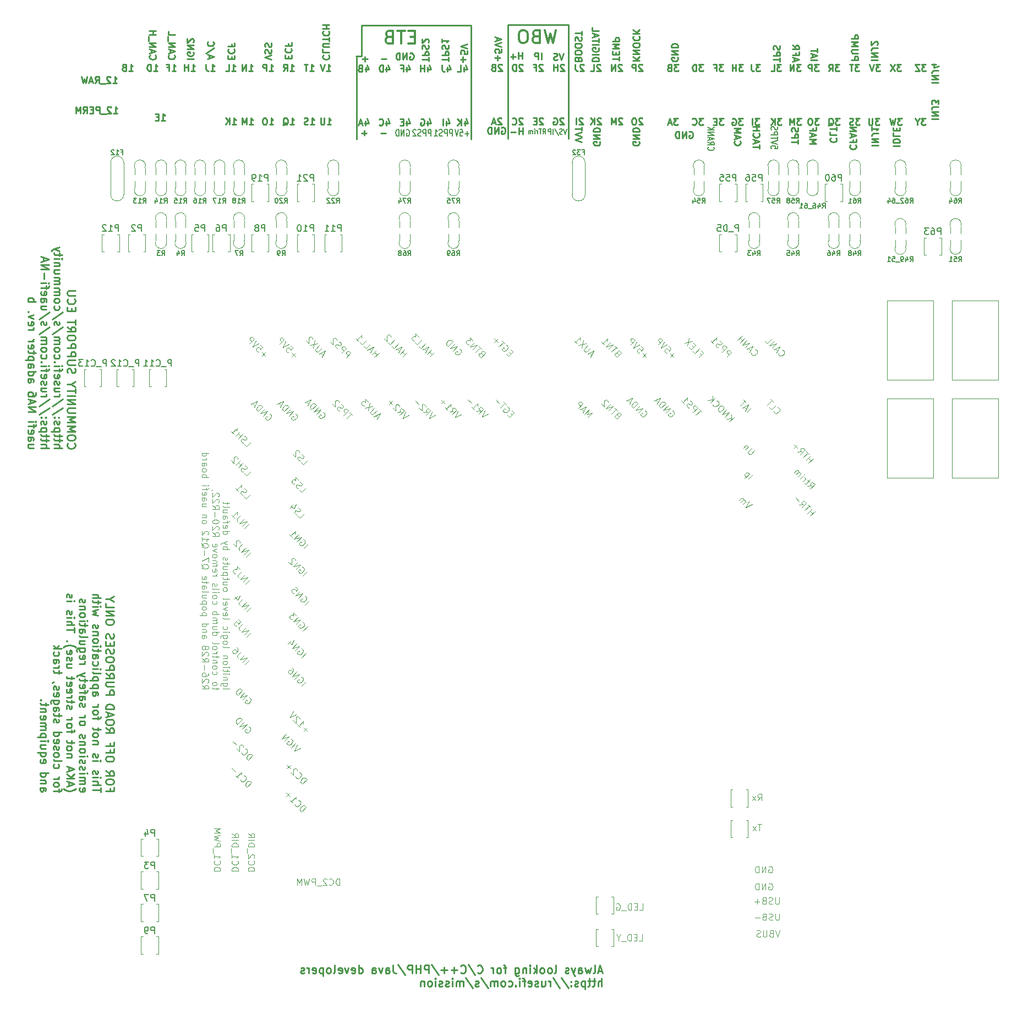
<source format=gbo>
G04 #@! TF.GenerationSoftware,KiCad,Pcbnew,8.0.9-8.0.9-0~ubuntu24.04.1*
G04 #@! TF.CreationDate,2026-01-28T02:48:22+00:00*
G04 #@! TF.ProjectId,uaefi-adapter-NA-90-95,75616566-692d-4616-9461-707465722d4e,b*
G04 #@! TF.SameCoordinates,Original*
G04 #@! TF.FileFunction,Legend,Bot*
G04 #@! TF.FilePolarity,Positive*
%FSLAX46Y46*%
G04 Gerber Fmt 4.6, Leading zero omitted, Abs format (unit mm)*
G04 Created by KiCad (PCBNEW 8.0.9-8.0.9-0~ubuntu24.04.1) date 2026-01-28 02:48:22*
%MOMM*%
%LPD*%
G01*
G04 APERTURE LIST*
%ADD10C,0.250000*%
%ADD11C,0.223520*%
%ADD12C,0.200000*%
%ADD13C,0.350000*%
%ADD14C,0.150000*%
%ADD15C,0.205000*%
%ADD16C,0.127000*%
%ADD17C,0.100000*%
%ADD18C,0.099060*%
%ADD19C,0.120000*%
G04 APERTURE END LIST*
D10*
X52061680Y150455340D02*
X52061680Y145695340D01*
X83921680Y150555340D02*
X74621680Y150555340D01*
X74621680Y150555340D02*
X74621680Y133045340D01*
X51301680Y145655340D02*
X51301680Y132945340D01*
X51291680Y145705340D02*
X52071680Y145705340D01*
X68911680Y150455340D02*
X52061680Y150455340D01*
X68911680Y132945340D02*
X68911680Y150455340D01*
X83921680Y133045340D02*
X83921680Y150555340D01*
D11*
X116479283Y144893245D02*
X116479283Y145473817D01*
X115463283Y145183531D02*
X116479283Y145183531D01*
X115463283Y145812483D02*
X116479283Y145812483D01*
X116479283Y145812483D02*
X116479283Y146199531D01*
X116479283Y146199531D02*
X116430902Y146296293D01*
X116430902Y146296293D02*
X116382521Y146344674D01*
X116382521Y146344674D02*
X116285759Y146393055D01*
X116285759Y146393055D02*
X116140616Y146393055D01*
X116140616Y146393055D02*
X116043854Y146344674D01*
X116043854Y146344674D02*
X115995473Y146296293D01*
X115995473Y146296293D02*
X115947092Y146199531D01*
X115947092Y146199531D02*
X115947092Y145812483D01*
X115511664Y146780102D02*
X115463283Y146925245D01*
X115463283Y146925245D02*
X115463283Y147167150D01*
X115463283Y147167150D02*
X115511664Y147263912D01*
X115511664Y147263912D02*
X115560044Y147312293D01*
X115560044Y147312293D02*
X115656806Y147360674D01*
X115656806Y147360674D02*
X115753568Y147360674D01*
X115753568Y147360674D02*
X115850330Y147312293D01*
X115850330Y147312293D02*
X115898711Y147263912D01*
X115898711Y147263912D02*
X115947092Y147167150D01*
X115947092Y147167150D02*
X115995473Y146973626D01*
X115995473Y146973626D02*
X116043854Y146876864D01*
X116043854Y146876864D02*
X116092235Y146828483D01*
X116092235Y146828483D02*
X116188997Y146780102D01*
X116188997Y146780102D02*
X116285759Y146780102D01*
X116285759Y146780102D02*
X116382521Y146828483D01*
X116382521Y146828483D02*
X116430902Y146876864D01*
X116430902Y146876864D02*
X116479283Y146973626D01*
X116479283Y146973626D02*
X116479283Y147215531D01*
X116479283Y147215531D02*
X116430902Y147360674D01*
X46220044Y145879151D02*
X46171664Y145830770D01*
X46171664Y145830770D02*
X46123283Y145685627D01*
X46123283Y145685627D02*
X46123283Y145588865D01*
X46123283Y145588865D02*
X46171664Y145443722D01*
X46171664Y145443722D02*
X46268425Y145346960D01*
X46268425Y145346960D02*
X46365187Y145298579D01*
X46365187Y145298579D02*
X46558711Y145250198D01*
X46558711Y145250198D02*
X46703854Y145250198D01*
X46703854Y145250198D02*
X46897378Y145298579D01*
X46897378Y145298579D02*
X46994140Y145346960D01*
X46994140Y145346960D02*
X47090902Y145443722D01*
X47090902Y145443722D02*
X47139283Y145588865D01*
X47139283Y145588865D02*
X47139283Y145685627D01*
X47139283Y145685627D02*
X47090902Y145830770D01*
X47090902Y145830770D02*
X47042521Y145879151D01*
X46123283Y146798389D02*
X46123283Y146314579D01*
X46123283Y146314579D02*
X47139283Y146314579D01*
X47139283Y147137055D02*
X46316806Y147137055D01*
X46316806Y147137055D02*
X46220044Y147185436D01*
X46220044Y147185436D02*
X46171664Y147233817D01*
X46171664Y147233817D02*
X46123283Y147330579D01*
X46123283Y147330579D02*
X46123283Y147524103D01*
X46123283Y147524103D02*
X46171664Y147620865D01*
X46171664Y147620865D02*
X46220044Y147669246D01*
X46220044Y147669246D02*
X46316806Y147717627D01*
X46316806Y147717627D02*
X47139283Y147717627D01*
X47139283Y148056293D02*
X47139283Y148636865D01*
X46123283Y148346579D02*
X47139283Y148346579D01*
X46220044Y149556103D02*
X46171664Y149507722D01*
X46171664Y149507722D02*
X46123283Y149362579D01*
X46123283Y149362579D02*
X46123283Y149265817D01*
X46123283Y149265817D02*
X46171664Y149120674D01*
X46171664Y149120674D02*
X46268425Y149023912D01*
X46268425Y149023912D02*
X46365187Y148975531D01*
X46365187Y148975531D02*
X46558711Y148927150D01*
X46558711Y148927150D02*
X46703854Y148927150D01*
X46703854Y148927150D02*
X46897378Y148975531D01*
X46897378Y148975531D02*
X46994140Y149023912D01*
X46994140Y149023912D02*
X47090902Y149120674D01*
X47090902Y149120674D02*
X47139283Y149265817D01*
X47139283Y149265817D02*
X47139283Y149362579D01*
X47139283Y149362579D02*
X47090902Y149507722D01*
X47090902Y149507722D02*
X47042521Y149556103D01*
X46123283Y149991531D02*
X47139283Y149991531D01*
X46655473Y149991531D02*
X46655473Y150572103D01*
X46123283Y150572103D02*
X47139283Y150572103D01*
X55924475Y144018937D02*
X55924475Y143341604D01*
X56166380Y144405984D02*
X56408285Y143680270D01*
X56408285Y143680270D02*
X55779332Y143680270D01*
X55392285Y143341604D02*
X55392285Y144357604D01*
X55392285Y144357604D02*
X55150380Y144357604D01*
X55150380Y144357604D02*
X55005237Y144309223D01*
X55005237Y144309223D02*
X54908475Y144212461D01*
X54908475Y144212461D02*
X54860094Y144115699D01*
X54860094Y144115699D02*
X54811713Y143922175D01*
X54811713Y143922175D02*
X54811713Y143777032D01*
X54811713Y143777032D02*
X54860094Y143583508D01*
X54860094Y143583508D02*
X54908475Y143486746D01*
X54908475Y143486746D02*
X55005237Y143389984D01*
X55005237Y143389984D02*
X55150380Y143341604D01*
X55150380Y143341604D02*
X55392285Y143341604D01*
X138922476Y144432604D02*
X138293523Y144432604D01*
X138293523Y144432604D02*
X138632190Y144045556D01*
X138632190Y144045556D02*
X138487047Y144045556D01*
X138487047Y144045556D02*
X138390285Y143997175D01*
X138390285Y143997175D02*
X138341904Y143948794D01*
X138341904Y143948794D02*
X138293523Y143852032D01*
X138293523Y143852032D02*
X138293523Y143610127D01*
X138293523Y143610127D02*
X138341904Y143513365D01*
X138341904Y143513365D02*
X138390285Y143464984D01*
X138390285Y143464984D02*
X138487047Y143416604D01*
X138487047Y143416604D02*
X138777333Y143416604D01*
X138777333Y143416604D02*
X138874095Y143464984D01*
X138874095Y143464984D02*
X138922476Y143513365D01*
X137954857Y144432604D02*
X137277523Y144432604D01*
X137277523Y144432604D02*
X137954857Y143416604D01*
X137954857Y143416604D02*
X137277523Y143416604D01*
X102500774Y134089563D02*
X102597536Y134137944D01*
X102597536Y134137944D02*
X102742679Y134137944D01*
X102742679Y134137944D02*
X102887822Y134089563D01*
X102887822Y134089563D02*
X102984584Y133992801D01*
X102984584Y133992801D02*
X103032965Y133896039D01*
X103032965Y133896039D02*
X103081346Y133702515D01*
X103081346Y133702515D02*
X103081346Y133557372D01*
X103081346Y133557372D02*
X103032965Y133363848D01*
X103032965Y133363848D02*
X102984584Y133267086D01*
X102984584Y133267086D02*
X102887822Y133170324D01*
X102887822Y133170324D02*
X102742679Y133121944D01*
X102742679Y133121944D02*
X102645917Y133121944D01*
X102645917Y133121944D02*
X102500774Y133170324D01*
X102500774Y133170324D02*
X102452393Y133218705D01*
X102452393Y133218705D02*
X102452393Y133557372D01*
X102452393Y133557372D02*
X102645917Y133557372D01*
X102016965Y133121944D02*
X102016965Y134137944D01*
X102016965Y134137944D02*
X101436393Y133121944D01*
X101436393Y133121944D02*
X101436393Y134137944D01*
X100952584Y133121944D02*
X100952584Y134137944D01*
X100952584Y134137944D02*
X100710679Y134137944D01*
X100710679Y134137944D02*
X100565536Y134089563D01*
X100565536Y134089563D02*
X100468774Y133992801D01*
X100468774Y133992801D02*
X100420393Y133896039D01*
X100420393Y133896039D02*
X100372012Y133702515D01*
X100372012Y133702515D02*
X100372012Y133557372D01*
X100372012Y133557372D02*
X100420393Y133363848D01*
X100420393Y133363848D02*
X100468774Y133267086D01*
X100468774Y133267086D02*
X100565536Y133170324D01*
X100565536Y133170324D02*
X100710679Y133121944D01*
X100710679Y133121944D02*
X100952584Y133121944D01*
X76850918Y145276944D02*
X76850918Y146292944D01*
X76850918Y145809134D02*
X76270346Y145809134D01*
X76270346Y145276944D02*
X76270346Y146292944D01*
X75786537Y145663991D02*
X75012442Y145663991D01*
X75399489Y145276944D02*
X75399489Y146051039D01*
X44233523Y135211604D02*
X44814095Y135211604D01*
X44523809Y135211604D02*
X44523809Y136227604D01*
X44523809Y136227604D02*
X44620571Y136082461D01*
X44620571Y136082461D02*
X44717333Y135985699D01*
X44717333Y135985699D02*
X44814095Y135937318D01*
X43846476Y135259984D02*
X43701333Y135211604D01*
X43701333Y135211604D02*
X43459428Y135211604D01*
X43459428Y135211604D02*
X43362666Y135259984D01*
X43362666Y135259984D02*
X43314285Y135308365D01*
X43314285Y135308365D02*
X43265904Y135405127D01*
X43265904Y135405127D02*
X43265904Y135501889D01*
X43265904Y135501889D02*
X43314285Y135598651D01*
X43314285Y135598651D02*
X43362666Y135647032D01*
X43362666Y135647032D02*
X43459428Y135695413D01*
X43459428Y135695413D02*
X43652952Y135743794D01*
X43652952Y135743794D02*
X43749714Y135792175D01*
X43749714Y135792175D02*
X43798095Y135840556D01*
X43798095Y135840556D02*
X43846476Y135937318D01*
X43846476Y135937318D02*
X43846476Y136034080D01*
X43846476Y136034080D02*
X43798095Y136130842D01*
X43798095Y136130842D02*
X43749714Y136179223D01*
X43749714Y136179223D02*
X43652952Y136227604D01*
X43652952Y136227604D02*
X43411047Y136227604D01*
X43411047Y136227604D02*
X43265904Y136179223D01*
X135112476Y144432604D02*
X134483523Y144432604D01*
X134483523Y144432604D02*
X134822190Y144045556D01*
X134822190Y144045556D02*
X134677047Y144045556D01*
X134677047Y144045556D02*
X134580285Y143997175D01*
X134580285Y143997175D02*
X134531904Y143948794D01*
X134531904Y143948794D02*
X134483523Y143852032D01*
X134483523Y143852032D02*
X134483523Y143610127D01*
X134483523Y143610127D02*
X134531904Y143513365D01*
X134531904Y143513365D02*
X134580285Y143464984D01*
X134580285Y143464984D02*
X134677047Y143416604D01*
X134677047Y143416604D02*
X134967333Y143416604D01*
X134967333Y143416604D02*
X135064095Y143464984D01*
X135064095Y143464984D02*
X135112476Y143513365D01*
X134144857Y144432604D02*
X133467523Y143416604D01*
X133467523Y144432604D02*
X134144857Y143416604D01*
X130603283Y132002293D02*
X131619283Y132002293D01*
X130603283Y132486103D02*
X131619283Y132486103D01*
X131619283Y132486103D02*
X130603283Y133066675D01*
X130603283Y133066675D02*
X131619283Y133066675D01*
X131619283Y133840770D02*
X130893568Y133840770D01*
X130893568Y133840770D02*
X130748425Y133792389D01*
X130748425Y133792389D02*
X130651664Y133695627D01*
X130651664Y133695627D02*
X130603283Y133550484D01*
X130603283Y133550484D02*
X130603283Y133453722D01*
X130603283Y134856770D02*
X130603283Y134276198D01*
X130603283Y134566484D02*
X131619283Y134566484D01*
X131619283Y134566484D02*
X131474140Y134469722D01*
X131474140Y134469722D02*
X131377378Y134372960D01*
X131377378Y134372960D02*
X131328997Y134276198D01*
D10*
X89097430Y5035549D02*
X88502192Y5035549D01*
X89216478Y4678406D02*
X88799811Y5928406D01*
X88799811Y5928406D02*
X88383145Y4678406D01*
X87787906Y4678406D02*
X87906954Y4737929D01*
X87906954Y4737929D02*
X87966477Y4856977D01*
X87966477Y4856977D02*
X87966477Y5928406D01*
X87430763Y5511739D02*
X87192668Y4678406D01*
X87192668Y4678406D02*
X86954573Y5273644D01*
X86954573Y5273644D02*
X86716477Y4678406D01*
X86716477Y4678406D02*
X86478382Y5511739D01*
X85466477Y4678406D02*
X85466477Y5333168D01*
X85466477Y5333168D02*
X85526001Y5452215D01*
X85526001Y5452215D02*
X85645049Y5511739D01*
X85645049Y5511739D02*
X85883144Y5511739D01*
X85883144Y5511739D02*
X86002191Y5452215D01*
X85466477Y4737929D02*
X85585525Y4678406D01*
X85585525Y4678406D02*
X85883144Y4678406D01*
X85883144Y4678406D02*
X86002191Y4737929D01*
X86002191Y4737929D02*
X86061715Y4856977D01*
X86061715Y4856977D02*
X86061715Y4976025D01*
X86061715Y4976025D02*
X86002191Y5095072D01*
X86002191Y5095072D02*
X85883144Y5154596D01*
X85883144Y5154596D02*
X85585525Y5154596D01*
X85585525Y5154596D02*
X85466477Y5214120D01*
X84990287Y5511739D02*
X84692668Y4678406D01*
X84395049Y5511739D02*
X84692668Y4678406D01*
X84692668Y4678406D02*
X84811716Y4380787D01*
X84811716Y4380787D02*
X84871239Y4321263D01*
X84871239Y4321263D02*
X84990287Y4261739D01*
X83978382Y4737929D02*
X83859335Y4678406D01*
X83859335Y4678406D02*
X83621239Y4678406D01*
X83621239Y4678406D02*
X83502192Y4737929D01*
X83502192Y4737929D02*
X83442668Y4856977D01*
X83442668Y4856977D02*
X83442668Y4916501D01*
X83442668Y4916501D02*
X83502192Y5035549D01*
X83502192Y5035549D02*
X83621239Y5095072D01*
X83621239Y5095072D02*
X83799811Y5095072D01*
X83799811Y5095072D02*
X83918858Y5154596D01*
X83918858Y5154596D02*
X83978382Y5273644D01*
X83978382Y5273644D02*
X83978382Y5333168D01*
X83978382Y5333168D02*
X83918858Y5452215D01*
X83918858Y5452215D02*
X83799811Y5511739D01*
X83799811Y5511739D02*
X83621239Y5511739D01*
X83621239Y5511739D02*
X83502192Y5452215D01*
X81776001Y4678406D02*
X81895049Y4737929D01*
X81895049Y4737929D02*
X81954572Y4856977D01*
X81954572Y4856977D02*
X81954572Y5928406D01*
X81121239Y4678406D02*
X81240287Y4737929D01*
X81240287Y4737929D02*
X81299810Y4797453D01*
X81299810Y4797453D02*
X81359334Y4916501D01*
X81359334Y4916501D02*
X81359334Y5273644D01*
X81359334Y5273644D02*
X81299810Y5392691D01*
X81299810Y5392691D02*
X81240287Y5452215D01*
X81240287Y5452215D02*
X81121239Y5511739D01*
X81121239Y5511739D02*
X80942668Y5511739D01*
X80942668Y5511739D02*
X80823620Y5452215D01*
X80823620Y5452215D02*
X80764096Y5392691D01*
X80764096Y5392691D02*
X80704572Y5273644D01*
X80704572Y5273644D02*
X80704572Y4916501D01*
X80704572Y4916501D02*
X80764096Y4797453D01*
X80764096Y4797453D02*
X80823620Y4737929D01*
X80823620Y4737929D02*
X80942668Y4678406D01*
X80942668Y4678406D02*
X81121239Y4678406D01*
X79990287Y4678406D02*
X80109335Y4737929D01*
X80109335Y4737929D02*
X80168858Y4797453D01*
X80168858Y4797453D02*
X80228382Y4916501D01*
X80228382Y4916501D02*
X80228382Y5273644D01*
X80228382Y5273644D02*
X80168858Y5392691D01*
X80168858Y5392691D02*
X80109335Y5452215D01*
X80109335Y5452215D02*
X79990287Y5511739D01*
X79990287Y5511739D02*
X79811716Y5511739D01*
X79811716Y5511739D02*
X79692668Y5452215D01*
X79692668Y5452215D02*
X79633144Y5392691D01*
X79633144Y5392691D02*
X79573620Y5273644D01*
X79573620Y5273644D02*
X79573620Y4916501D01*
X79573620Y4916501D02*
X79633144Y4797453D01*
X79633144Y4797453D02*
X79692668Y4737929D01*
X79692668Y4737929D02*
X79811716Y4678406D01*
X79811716Y4678406D02*
X79990287Y4678406D01*
X79037906Y4678406D02*
X79037906Y5928406D01*
X78918859Y5154596D02*
X78561716Y4678406D01*
X78561716Y5511739D02*
X79037906Y5035549D01*
X78026001Y4678406D02*
X78026001Y5511739D01*
X78026001Y5928406D02*
X78085525Y5868882D01*
X78085525Y5868882D02*
X78026001Y5809358D01*
X78026001Y5809358D02*
X77966478Y5868882D01*
X77966478Y5868882D02*
X78026001Y5928406D01*
X78026001Y5928406D02*
X78026001Y5809358D01*
X77430763Y5511739D02*
X77430763Y4678406D01*
X77430763Y5392691D02*
X77371240Y5452215D01*
X77371240Y5452215D02*
X77252192Y5511739D01*
X77252192Y5511739D02*
X77073621Y5511739D01*
X77073621Y5511739D02*
X76954573Y5452215D01*
X76954573Y5452215D02*
X76895049Y5333168D01*
X76895049Y5333168D02*
X76895049Y4678406D01*
X75764097Y5511739D02*
X75764097Y4499834D01*
X75764097Y4499834D02*
X75823621Y4380787D01*
X75823621Y4380787D02*
X75883145Y4321263D01*
X75883145Y4321263D02*
X76002192Y4261739D01*
X76002192Y4261739D02*
X76180764Y4261739D01*
X76180764Y4261739D02*
X76299811Y4321263D01*
X75764097Y4737929D02*
X75883145Y4678406D01*
X75883145Y4678406D02*
X76121240Y4678406D01*
X76121240Y4678406D02*
X76240288Y4737929D01*
X76240288Y4737929D02*
X76299811Y4797453D01*
X76299811Y4797453D02*
X76359335Y4916501D01*
X76359335Y4916501D02*
X76359335Y5273644D01*
X76359335Y5273644D02*
X76299811Y5392691D01*
X76299811Y5392691D02*
X76240288Y5452215D01*
X76240288Y5452215D02*
X76121240Y5511739D01*
X76121240Y5511739D02*
X75883145Y5511739D01*
X75883145Y5511739D02*
X75764097Y5452215D01*
X74395050Y5511739D02*
X73918859Y5511739D01*
X74216478Y4678406D02*
X74216478Y5749834D01*
X74216478Y5749834D02*
X74156955Y5868882D01*
X74156955Y5868882D02*
X74037907Y5928406D01*
X74037907Y5928406D02*
X73918859Y5928406D01*
X73323621Y4678406D02*
X73442669Y4737929D01*
X73442669Y4737929D02*
X73502192Y4797453D01*
X73502192Y4797453D02*
X73561716Y4916501D01*
X73561716Y4916501D02*
X73561716Y5273644D01*
X73561716Y5273644D02*
X73502192Y5392691D01*
X73502192Y5392691D02*
X73442669Y5452215D01*
X73442669Y5452215D02*
X73323621Y5511739D01*
X73323621Y5511739D02*
X73145050Y5511739D01*
X73145050Y5511739D02*
X73026002Y5452215D01*
X73026002Y5452215D02*
X72966478Y5392691D01*
X72966478Y5392691D02*
X72906954Y5273644D01*
X72906954Y5273644D02*
X72906954Y4916501D01*
X72906954Y4916501D02*
X72966478Y4797453D01*
X72966478Y4797453D02*
X73026002Y4737929D01*
X73026002Y4737929D02*
X73145050Y4678406D01*
X73145050Y4678406D02*
X73323621Y4678406D01*
X72371240Y4678406D02*
X72371240Y5511739D01*
X72371240Y5273644D02*
X72311717Y5392691D01*
X72311717Y5392691D02*
X72252193Y5452215D01*
X72252193Y5452215D02*
X72133145Y5511739D01*
X72133145Y5511739D02*
X72014098Y5511739D01*
X69930764Y4797453D02*
X69990288Y4737929D01*
X69990288Y4737929D02*
X70168859Y4678406D01*
X70168859Y4678406D02*
X70287907Y4678406D01*
X70287907Y4678406D02*
X70466478Y4737929D01*
X70466478Y4737929D02*
X70585526Y4856977D01*
X70585526Y4856977D02*
X70645049Y4976025D01*
X70645049Y4976025D02*
X70704573Y5214120D01*
X70704573Y5214120D02*
X70704573Y5392691D01*
X70704573Y5392691D02*
X70645049Y5630787D01*
X70645049Y5630787D02*
X70585526Y5749834D01*
X70585526Y5749834D02*
X70466478Y5868882D01*
X70466478Y5868882D02*
X70287907Y5928406D01*
X70287907Y5928406D02*
X70168859Y5928406D01*
X70168859Y5928406D02*
X69990288Y5868882D01*
X69990288Y5868882D02*
X69930764Y5809358D01*
X68502192Y5987929D02*
X69573621Y4380787D01*
X67371240Y4797453D02*
X67430764Y4737929D01*
X67430764Y4737929D02*
X67609335Y4678406D01*
X67609335Y4678406D02*
X67728383Y4678406D01*
X67728383Y4678406D02*
X67906954Y4737929D01*
X67906954Y4737929D02*
X68026002Y4856977D01*
X68026002Y4856977D02*
X68085525Y4976025D01*
X68085525Y4976025D02*
X68145049Y5214120D01*
X68145049Y5214120D02*
X68145049Y5392691D01*
X68145049Y5392691D02*
X68085525Y5630787D01*
X68085525Y5630787D02*
X68026002Y5749834D01*
X68026002Y5749834D02*
X67906954Y5868882D01*
X67906954Y5868882D02*
X67728383Y5928406D01*
X67728383Y5928406D02*
X67609335Y5928406D01*
X67609335Y5928406D02*
X67430764Y5868882D01*
X67430764Y5868882D02*
X67371240Y5809358D01*
X66835525Y5154596D02*
X65883145Y5154596D01*
X66359335Y4678406D02*
X66359335Y5630787D01*
X65287906Y5154596D02*
X64335526Y5154596D01*
X64811716Y4678406D02*
X64811716Y5630787D01*
X62847430Y5987929D02*
X63918859Y4380787D01*
X62430763Y4678406D02*
X62430763Y5928406D01*
X62430763Y5928406D02*
X61954573Y5928406D01*
X61954573Y5928406D02*
X61835525Y5868882D01*
X61835525Y5868882D02*
X61776002Y5809358D01*
X61776002Y5809358D02*
X61716478Y5690310D01*
X61716478Y5690310D02*
X61716478Y5511739D01*
X61716478Y5511739D02*
X61776002Y5392691D01*
X61776002Y5392691D02*
X61835525Y5333168D01*
X61835525Y5333168D02*
X61954573Y5273644D01*
X61954573Y5273644D02*
X62430763Y5273644D01*
X61180763Y4678406D02*
X61180763Y5928406D01*
X61180763Y5333168D02*
X60466478Y5333168D01*
X60466478Y4678406D02*
X60466478Y5928406D01*
X59871239Y4678406D02*
X59871239Y5928406D01*
X59871239Y5928406D02*
X59395049Y5928406D01*
X59395049Y5928406D02*
X59276001Y5868882D01*
X59276001Y5868882D02*
X59216478Y5809358D01*
X59216478Y5809358D02*
X59156954Y5690310D01*
X59156954Y5690310D02*
X59156954Y5511739D01*
X59156954Y5511739D02*
X59216478Y5392691D01*
X59216478Y5392691D02*
X59276001Y5333168D01*
X59276001Y5333168D02*
X59395049Y5273644D01*
X59395049Y5273644D02*
X59871239Y5273644D01*
X57728382Y5987929D02*
X58799811Y4380787D01*
X56954573Y5928406D02*
X56954573Y5035549D01*
X56954573Y5035549D02*
X57014096Y4856977D01*
X57014096Y4856977D02*
X57133144Y4737929D01*
X57133144Y4737929D02*
X57311715Y4678406D01*
X57311715Y4678406D02*
X57430763Y4678406D01*
X55823620Y4678406D02*
X55823620Y5333168D01*
X55823620Y5333168D02*
X55883144Y5452215D01*
X55883144Y5452215D02*
X56002192Y5511739D01*
X56002192Y5511739D02*
X56240287Y5511739D01*
X56240287Y5511739D02*
X56359334Y5452215D01*
X55823620Y4737929D02*
X55942668Y4678406D01*
X55942668Y4678406D02*
X56240287Y4678406D01*
X56240287Y4678406D02*
X56359334Y4737929D01*
X56359334Y4737929D02*
X56418858Y4856977D01*
X56418858Y4856977D02*
X56418858Y4976025D01*
X56418858Y4976025D02*
X56359334Y5095072D01*
X56359334Y5095072D02*
X56240287Y5154596D01*
X56240287Y5154596D02*
X55942668Y5154596D01*
X55942668Y5154596D02*
X55823620Y5214120D01*
X55347430Y5511739D02*
X55049811Y4678406D01*
X55049811Y4678406D02*
X54752192Y5511739D01*
X53740287Y4678406D02*
X53740287Y5333168D01*
X53740287Y5333168D02*
X53799811Y5452215D01*
X53799811Y5452215D02*
X53918859Y5511739D01*
X53918859Y5511739D02*
X54156954Y5511739D01*
X54156954Y5511739D02*
X54276001Y5452215D01*
X53740287Y4737929D02*
X53859335Y4678406D01*
X53859335Y4678406D02*
X54156954Y4678406D01*
X54156954Y4678406D02*
X54276001Y4737929D01*
X54276001Y4737929D02*
X54335525Y4856977D01*
X54335525Y4856977D02*
X54335525Y4976025D01*
X54335525Y4976025D02*
X54276001Y5095072D01*
X54276001Y5095072D02*
X54156954Y5154596D01*
X54156954Y5154596D02*
X53859335Y5154596D01*
X53859335Y5154596D02*
X53740287Y5214120D01*
X51656954Y4678406D02*
X51656954Y5928406D01*
X51656954Y4737929D02*
X51776002Y4678406D01*
X51776002Y4678406D02*
X52014097Y4678406D01*
X52014097Y4678406D02*
X52133145Y4737929D01*
X52133145Y4737929D02*
X52192668Y4797453D01*
X52192668Y4797453D02*
X52252192Y4916501D01*
X52252192Y4916501D02*
X52252192Y5273644D01*
X52252192Y5273644D02*
X52192668Y5392691D01*
X52192668Y5392691D02*
X52133145Y5452215D01*
X52133145Y5452215D02*
X52014097Y5511739D01*
X52014097Y5511739D02*
X51776002Y5511739D01*
X51776002Y5511739D02*
X51656954Y5452215D01*
X50585526Y4737929D02*
X50704574Y4678406D01*
X50704574Y4678406D02*
X50942669Y4678406D01*
X50942669Y4678406D02*
X51061716Y4737929D01*
X51061716Y4737929D02*
X51121240Y4856977D01*
X51121240Y4856977D02*
X51121240Y5333168D01*
X51121240Y5333168D02*
X51061716Y5452215D01*
X51061716Y5452215D02*
X50942669Y5511739D01*
X50942669Y5511739D02*
X50704574Y5511739D01*
X50704574Y5511739D02*
X50585526Y5452215D01*
X50585526Y5452215D02*
X50526002Y5333168D01*
X50526002Y5333168D02*
X50526002Y5214120D01*
X50526002Y5214120D02*
X51121240Y5095072D01*
X50109335Y5511739D02*
X49811716Y4678406D01*
X49811716Y4678406D02*
X49514097Y5511739D01*
X48561716Y4737929D02*
X48680764Y4678406D01*
X48680764Y4678406D02*
X48918859Y4678406D01*
X48918859Y4678406D02*
X49037906Y4737929D01*
X49037906Y4737929D02*
X49097430Y4856977D01*
X49097430Y4856977D02*
X49097430Y5333168D01*
X49097430Y5333168D02*
X49037906Y5452215D01*
X49037906Y5452215D02*
X48918859Y5511739D01*
X48918859Y5511739D02*
X48680764Y5511739D01*
X48680764Y5511739D02*
X48561716Y5452215D01*
X48561716Y5452215D02*
X48502192Y5333168D01*
X48502192Y5333168D02*
X48502192Y5214120D01*
X48502192Y5214120D02*
X49097430Y5095072D01*
X47787906Y4678406D02*
X47906954Y4737929D01*
X47906954Y4737929D02*
X47966477Y4856977D01*
X47966477Y4856977D02*
X47966477Y5928406D01*
X47133144Y4678406D02*
X47252192Y4737929D01*
X47252192Y4737929D02*
X47311715Y4797453D01*
X47311715Y4797453D02*
X47371239Y4916501D01*
X47371239Y4916501D02*
X47371239Y5273644D01*
X47371239Y5273644D02*
X47311715Y5392691D01*
X47311715Y5392691D02*
X47252192Y5452215D01*
X47252192Y5452215D02*
X47133144Y5511739D01*
X47133144Y5511739D02*
X46954573Y5511739D01*
X46954573Y5511739D02*
X46835525Y5452215D01*
X46835525Y5452215D02*
X46776001Y5392691D01*
X46776001Y5392691D02*
X46716477Y5273644D01*
X46716477Y5273644D02*
X46716477Y4916501D01*
X46716477Y4916501D02*
X46776001Y4797453D01*
X46776001Y4797453D02*
X46835525Y4737929D01*
X46835525Y4737929D02*
X46954573Y4678406D01*
X46954573Y4678406D02*
X47133144Y4678406D01*
X46180763Y5511739D02*
X46180763Y4261739D01*
X46180763Y5452215D02*
X46061716Y5511739D01*
X46061716Y5511739D02*
X45823621Y5511739D01*
X45823621Y5511739D02*
X45704573Y5452215D01*
X45704573Y5452215D02*
X45645049Y5392691D01*
X45645049Y5392691D02*
X45585525Y5273644D01*
X45585525Y5273644D02*
X45585525Y4916501D01*
X45585525Y4916501D02*
X45645049Y4797453D01*
X45645049Y4797453D02*
X45704573Y4737929D01*
X45704573Y4737929D02*
X45823621Y4678406D01*
X45823621Y4678406D02*
X46061716Y4678406D01*
X46061716Y4678406D02*
X46180763Y4737929D01*
X44573621Y4737929D02*
X44692669Y4678406D01*
X44692669Y4678406D02*
X44930764Y4678406D01*
X44930764Y4678406D02*
X45049811Y4737929D01*
X45049811Y4737929D02*
X45109335Y4856977D01*
X45109335Y4856977D02*
X45109335Y5333168D01*
X45109335Y5333168D02*
X45049811Y5452215D01*
X45049811Y5452215D02*
X44930764Y5511739D01*
X44930764Y5511739D02*
X44692669Y5511739D01*
X44692669Y5511739D02*
X44573621Y5452215D01*
X44573621Y5452215D02*
X44514097Y5333168D01*
X44514097Y5333168D02*
X44514097Y5214120D01*
X44514097Y5214120D02*
X45109335Y5095072D01*
X43978382Y4678406D02*
X43978382Y5511739D01*
X43978382Y5273644D02*
X43918859Y5392691D01*
X43918859Y5392691D02*
X43859335Y5452215D01*
X43859335Y5452215D02*
X43740287Y5511739D01*
X43740287Y5511739D02*
X43621240Y5511739D01*
X43264096Y4737929D02*
X43145049Y4678406D01*
X43145049Y4678406D02*
X42906953Y4678406D01*
X42906953Y4678406D02*
X42787906Y4737929D01*
X42787906Y4737929D02*
X42728382Y4856977D01*
X42728382Y4856977D02*
X42728382Y4916501D01*
X42728382Y4916501D02*
X42787906Y5035549D01*
X42787906Y5035549D02*
X42906953Y5095072D01*
X42906953Y5095072D02*
X43085525Y5095072D01*
X43085525Y5095072D02*
X43204572Y5154596D01*
X43204572Y5154596D02*
X43264096Y5273644D01*
X43264096Y5273644D02*
X43264096Y5333168D01*
X43264096Y5333168D02*
X43204572Y5452215D01*
X43204572Y5452215D02*
X43085525Y5511739D01*
X43085525Y5511739D02*
X42906953Y5511739D01*
X42906953Y5511739D02*
X42787906Y5452215D01*
X89037906Y2665976D02*
X89037906Y3915976D01*
X88502192Y2665976D02*
X88502192Y3320738D01*
X88502192Y3320738D02*
X88561716Y3439785D01*
X88561716Y3439785D02*
X88680764Y3499309D01*
X88680764Y3499309D02*
X88859335Y3499309D01*
X88859335Y3499309D02*
X88978383Y3439785D01*
X88978383Y3439785D02*
X89037906Y3380261D01*
X88085526Y3499309D02*
X87609335Y3499309D01*
X87906954Y3915976D02*
X87906954Y2844547D01*
X87906954Y2844547D02*
X87847431Y2725499D01*
X87847431Y2725499D02*
X87728383Y2665976D01*
X87728383Y2665976D02*
X87609335Y2665976D01*
X87371240Y3499309D02*
X86895049Y3499309D01*
X87192668Y3915976D02*
X87192668Y2844547D01*
X87192668Y2844547D02*
X87133145Y2725499D01*
X87133145Y2725499D02*
X87014097Y2665976D01*
X87014097Y2665976D02*
X86895049Y2665976D01*
X86478382Y3499309D02*
X86478382Y2249309D01*
X86478382Y3439785D02*
X86359335Y3499309D01*
X86359335Y3499309D02*
X86121240Y3499309D01*
X86121240Y3499309D02*
X86002192Y3439785D01*
X86002192Y3439785D02*
X85942668Y3380261D01*
X85942668Y3380261D02*
X85883144Y3261214D01*
X85883144Y3261214D02*
X85883144Y2904071D01*
X85883144Y2904071D02*
X85942668Y2785023D01*
X85942668Y2785023D02*
X86002192Y2725499D01*
X86002192Y2725499D02*
X86121240Y2665976D01*
X86121240Y2665976D02*
X86359335Y2665976D01*
X86359335Y2665976D02*
X86478382Y2725499D01*
X85406954Y2725499D02*
X85287907Y2665976D01*
X85287907Y2665976D02*
X85049811Y2665976D01*
X85049811Y2665976D02*
X84930764Y2725499D01*
X84930764Y2725499D02*
X84871240Y2844547D01*
X84871240Y2844547D02*
X84871240Y2904071D01*
X84871240Y2904071D02*
X84930764Y3023119D01*
X84930764Y3023119D02*
X85049811Y3082642D01*
X85049811Y3082642D02*
X85228383Y3082642D01*
X85228383Y3082642D02*
X85347430Y3142166D01*
X85347430Y3142166D02*
X85406954Y3261214D01*
X85406954Y3261214D02*
X85406954Y3320738D01*
X85406954Y3320738D02*
X85347430Y3439785D01*
X85347430Y3439785D02*
X85228383Y3499309D01*
X85228383Y3499309D02*
X85049811Y3499309D01*
X85049811Y3499309D02*
X84930764Y3439785D01*
X84335525Y2785023D02*
X84276002Y2725499D01*
X84276002Y2725499D02*
X84335525Y2665976D01*
X84335525Y2665976D02*
X84395049Y2725499D01*
X84395049Y2725499D02*
X84335525Y2785023D01*
X84335525Y2785023D02*
X84335525Y2665976D01*
X84335525Y3439785D02*
X84276002Y3380261D01*
X84276002Y3380261D02*
X84335525Y3320738D01*
X84335525Y3320738D02*
X84395049Y3380261D01*
X84395049Y3380261D02*
X84335525Y3439785D01*
X84335525Y3439785D02*
X84335525Y3320738D01*
X82847430Y3975499D02*
X83918859Y2368357D01*
X81537906Y3975499D02*
X82609335Y2368357D01*
X81121239Y2665976D02*
X81121239Y3499309D01*
X81121239Y3261214D02*
X81061716Y3380261D01*
X81061716Y3380261D02*
X81002192Y3439785D01*
X81002192Y3439785D02*
X80883144Y3499309D01*
X80883144Y3499309D02*
X80764097Y3499309D01*
X79811715Y3499309D02*
X79811715Y2665976D01*
X80347429Y3499309D02*
X80347429Y2844547D01*
X80347429Y2844547D02*
X80287906Y2725499D01*
X80287906Y2725499D02*
X80168858Y2665976D01*
X80168858Y2665976D02*
X79990287Y2665976D01*
X79990287Y2665976D02*
X79871239Y2725499D01*
X79871239Y2725499D02*
X79811715Y2785023D01*
X79276001Y2725499D02*
X79156954Y2665976D01*
X79156954Y2665976D02*
X78918858Y2665976D01*
X78918858Y2665976D02*
X78799811Y2725499D01*
X78799811Y2725499D02*
X78740287Y2844547D01*
X78740287Y2844547D02*
X78740287Y2904071D01*
X78740287Y2904071D02*
X78799811Y3023119D01*
X78799811Y3023119D02*
X78918858Y3082642D01*
X78918858Y3082642D02*
X79097430Y3082642D01*
X79097430Y3082642D02*
X79216477Y3142166D01*
X79216477Y3142166D02*
X79276001Y3261214D01*
X79276001Y3261214D02*
X79276001Y3320738D01*
X79276001Y3320738D02*
X79216477Y3439785D01*
X79216477Y3439785D02*
X79097430Y3499309D01*
X79097430Y3499309D02*
X78918858Y3499309D01*
X78918858Y3499309D02*
X78799811Y3439785D01*
X77728382Y2725499D02*
X77847430Y2665976D01*
X77847430Y2665976D02*
X78085525Y2665976D01*
X78085525Y2665976D02*
X78204572Y2725499D01*
X78204572Y2725499D02*
X78264096Y2844547D01*
X78264096Y2844547D02*
X78264096Y3320738D01*
X78264096Y3320738D02*
X78204572Y3439785D01*
X78204572Y3439785D02*
X78085525Y3499309D01*
X78085525Y3499309D02*
X77847430Y3499309D01*
X77847430Y3499309D02*
X77728382Y3439785D01*
X77728382Y3439785D02*
X77668858Y3320738D01*
X77668858Y3320738D02*
X77668858Y3201690D01*
X77668858Y3201690D02*
X78264096Y3082642D01*
X77311715Y3499309D02*
X76835524Y3499309D01*
X77133143Y2665976D02*
X77133143Y3737404D01*
X77133143Y3737404D02*
X77073620Y3856452D01*
X77073620Y3856452D02*
X76954572Y3915976D01*
X76954572Y3915976D02*
X76835524Y3915976D01*
X76418857Y2665976D02*
X76418857Y3499309D01*
X76418857Y3915976D02*
X76478381Y3856452D01*
X76478381Y3856452D02*
X76418857Y3796928D01*
X76418857Y3796928D02*
X76359334Y3856452D01*
X76359334Y3856452D02*
X76418857Y3915976D01*
X76418857Y3915976D02*
X76418857Y3796928D01*
X75823619Y2785023D02*
X75764096Y2725499D01*
X75764096Y2725499D02*
X75823619Y2665976D01*
X75823619Y2665976D02*
X75883143Y2725499D01*
X75883143Y2725499D02*
X75823619Y2785023D01*
X75823619Y2785023D02*
X75823619Y2665976D01*
X74692667Y2725499D02*
X74811715Y2665976D01*
X74811715Y2665976D02*
X75049810Y2665976D01*
X75049810Y2665976D02*
X75168858Y2725499D01*
X75168858Y2725499D02*
X75228381Y2785023D01*
X75228381Y2785023D02*
X75287905Y2904071D01*
X75287905Y2904071D02*
X75287905Y3261214D01*
X75287905Y3261214D02*
X75228381Y3380261D01*
X75228381Y3380261D02*
X75168858Y3439785D01*
X75168858Y3439785D02*
X75049810Y3499309D01*
X75049810Y3499309D02*
X74811715Y3499309D01*
X74811715Y3499309D02*
X74692667Y3439785D01*
X73978381Y2665976D02*
X74097429Y2725499D01*
X74097429Y2725499D02*
X74156952Y2785023D01*
X74156952Y2785023D02*
X74216476Y2904071D01*
X74216476Y2904071D02*
X74216476Y3261214D01*
X74216476Y3261214D02*
X74156952Y3380261D01*
X74156952Y3380261D02*
X74097429Y3439785D01*
X74097429Y3439785D02*
X73978381Y3499309D01*
X73978381Y3499309D02*
X73799810Y3499309D01*
X73799810Y3499309D02*
X73680762Y3439785D01*
X73680762Y3439785D02*
X73621238Y3380261D01*
X73621238Y3380261D02*
X73561714Y3261214D01*
X73561714Y3261214D02*
X73561714Y2904071D01*
X73561714Y2904071D02*
X73621238Y2785023D01*
X73621238Y2785023D02*
X73680762Y2725499D01*
X73680762Y2725499D02*
X73799810Y2665976D01*
X73799810Y2665976D02*
X73978381Y2665976D01*
X73026000Y2665976D02*
X73026000Y3499309D01*
X73026000Y3380261D02*
X72966477Y3439785D01*
X72966477Y3439785D02*
X72847429Y3499309D01*
X72847429Y3499309D02*
X72668858Y3499309D01*
X72668858Y3499309D02*
X72549810Y3439785D01*
X72549810Y3439785D02*
X72490286Y3320738D01*
X72490286Y3320738D02*
X72490286Y2665976D01*
X72490286Y3320738D02*
X72430762Y3439785D01*
X72430762Y3439785D02*
X72311715Y3499309D01*
X72311715Y3499309D02*
X72133143Y3499309D01*
X72133143Y3499309D02*
X72014096Y3439785D01*
X72014096Y3439785D02*
X71954572Y3320738D01*
X71954572Y3320738D02*
X71954572Y2665976D01*
X70466476Y3975499D02*
X71537905Y2368357D01*
X70109333Y2725499D02*
X69990286Y2665976D01*
X69990286Y2665976D02*
X69752190Y2665976D01*
X69752190Y2665976D02*
X69633143Y2725499D01*
X69633143Y2725499D02*
X69573619Y2844547D01*
X69573619Y2844547D02*
X69573619Y2904071D01*
X69573619Y2904071D02*
X69633143Y3023119D01*
X69633143Y3023119D02*
X69752190Y3082642D01*
X69752190Y3082642D02*
X69930762Y3082642D01*
X69930762Y3082642D02*
X70049809Y3142166D01*
X70049809Y3142166D02*
X70109333Y3261214D01*
X70109333Y3261214D02*
X70109333Y3320738D01*
X70109333Y3320738D02*
X70049809Y3439785D01*
X70049809Y3439785D02*
X69930762Y3499309D01*
X69930762Y3499309D02*
X69752190Y3499309D01*
X69752190Y3499309D02*
X69633143Y3439785D01*
X68145047Y3975499D02*
X69216476Y2368357D01*
X67728380Y2665976D02*
X67728380Y3499309D01*
X67728380Y3380261D02*
X67668857Y3439785D01*
X67668857Y3439785D02*
X67549809Y3499309D01*
X67549809Y3499309D02*
X67371238Y3499309D01*
X67371238Y3499309D02*
X67252190Y3439785D01*
X67252190Y3439785D02*
X67192666Y3320738D01*
X67192666Y3320738D02*
X67192666Y2665976D01*
X67192666Y3320738D02*
X67133142Y3439785D01*
X67133142Y3439785D02*
X67014095Y3499309D01*
X67014095Y3499309D02*
X66835523Y3499309D01*
X66835523Y3499309D02*
X66716476Y3439785D01*
X66716476Y3439785D02*
X66656952Y3320738D01*
X66656952Y3320738D02*
X66656952Y2665976D01*
X66061713Y2665976D02*
X66061713Y3499309D01*
X66061713Y3915976D02*
X66121237Y3856452D01*
X66121237Y3856452D02*
X66061713Y3796928D01*
X66061713Y3796928D02*
X66002190Y3856452D01*
X66002190Y3856452D02*
X66061713Y3915976D01*
X66061713Y3915976D02*
X66061713Y3796928D01*
X65525999Y2725499D02*
X65406952Y2665976D01*
X65406952Y2665976D02*
X65168856Y2665976D01*
X65168856Y2665976D02*
X65049809Y2725499D01*
X65049809Y2725499D02*
X64990285Y2844547D01*
X64990285Y2844547D02*
X64990285Y2904071D01*
X64990285Y2904071D02*
X65049809Y3023119D01*
X65049809Y3023119D02*
X65168856Y3082642D01*
X65168856Y3082642D02*
X65347428Y3082642D01*
X65347428Y3082642D02*
X65466475Y3142166D01*
X65466475Y3142166D02*
X65525999Y3261214D01*
X65525999Y3261214D02*
X65525999Y3320738D01*
X65525999Y3320738D02*
X65466475Y3439785D01*
X65466475Y3439785D02*
X65347428Y3499309D01*
X65347428Y3499309D02*
X65168856Y3499309D01*
X65168856Y3499309D02*
X65049809Y3439785D01*
X64514094Y2725499D02*
X64395047Y2665976D01*
X64395047Y2665976D02*
X64156951Y2665976D01*
X64156951Y2665976D02*
X64037904Y2725499D01*
X64037904Y2725499D02*
X63978380Y2844547D01*
X63978380Y2844547D02*
X63978380Y2904071D01*
X63978380Y2904071D02*
X64037904Y3023119D01*
X64037904Y3023119D02*
X64156951Y3082642D01*
X64156951Y3082642D02*
X64335523Y3082642D01*
X64335523Y3082642D02*
X64454570Y3142166D01*
X64454570Y3142166D02*
X64514094Y3261214D01*
X64514094Y3261214D02*
X64514094Y3320738D01*
X64514094Y3320738D02*
X64454570Y3439785D01*
X64454570Y3439785D02*
X64335523Y3499309D01*
X64335523Y3499309D02*
X64156951Y3499309D01*
X64156951Y3499309D02*
X64037904Y3439785D01*
X63442665Y2665976D02*
X63442665Y3499309D01*
X63442665Y3915976D02*
X63502189Y3856452D01*
X63502189Y3856452D02*
X63442665Y3796928D01*
X63442665Y3796928D02*
X63383142Y3856452D01*
X63383142Y3856452D02*
X63442665Y3915976D01*
X63442665Y3915976D02*
X63442665Y3796928D01*
X62668856Y2665976D02*
X62787904Y2725499D01*
X62787904Y2725499D02*
X62847427Y2785023D01*
X62847427Y2785023D02*
X62906951Y2904071D01*
X62906951Y2904071D02*
X62906951Y3261214D01*
X62906951Y3261214D02*
X62847427Y3380261D01*
X62847427Y3380261D02*
X62787904Y3439785D01*
X62787904Y3439785D02*
X62668856Y3499309D01*
X62668856Y3499309D02*
X62490285Y3499309D01*
X62490285Y3499309D02*
X62371237Y3439785D01*
X62371237Y3439785D02*
X62311713Y3380261D01*
X62311713Y3380261D02*
X62252189Y3261214D01*
X62252189Y3261214D02*
X62252189Y2904071D01*
X62252189Y2904071D02*
X62311713Y2785023D01*
X62311713Y2785023D02*
X62371237Y2725499D01*
X62371237Y2725499D02*
X62490285Y2665976D01*
X62490285Y2665976D02*
X62668856Y2665976D01*
X61716475Y3499309D02*
X61716475Y2665976D01*
X61716475Y3380261D02*
X61656952Y3439785D01*
X61656952Y3439785D02*
X61537904Y3499309D01*
X61537904Y3499309D02*
X61359333Y3499309D01*
X61359333Y3499309D02*
X61240285Y3439785D01*
X61240285Y3439785D02*
X61180761Y3320738D01*
X61180761Y3320738D02*
X61180761Y2665976D01*
D11*
X52676904Y135763937D02*
X52676904Y135086604D01*
X52918809Y136150984D02*
X53160714Y135425270D01*
X53160714Y135425270D02*
X52531761Y135425270D01*
X52193095Y135376889D02*
X51709285Y135376889D01*
X52289857Y135086604D02*
X51951190Y136102604D01*
X51951190Y136102604D02*
X51612523Y135086604D01*
D12*
X68628569Y133827426D02*
X68019046Y133827426D01*
X68323807Y133440379D02*
X68323807Y134214474D01*
X67257141Y134456379D02*
X67638093Y134456379D01*
X67638093Y134456379D02*
X67676189Y133972569D01*
X67676189Y133972569D02*
X67638093Y134020950D01*
X67638093Y134020950D02*
X67561903Y134069331D01*
X67561903Y134069331D02*
X67371427Y134069331D01*
X67371427Y134069331D02*
X67295236Y134020950D01*
X67295236Y134020950D02*
X67257141Y133972569D01*
X67257141Y133972569D02*
X67219046Y133875807D01*
X67219046Y133875807D02*
X67219046Y133633902D01*
X67219046Y133633902D02*
X67257141Y133537140D01*
X67257141Y133537140D02*
X67295236Y133488759D01*
X67295236Y133488759D02*
X67371427Y133440379D01*
X67371427Y133440379D02*
X67561903Y133440379D01*
X67561903Y133440379D02*
X67638093Y133488759D01*
X67638093Y133488759D02*
X67676189Y133537140D01*
X66990474Y134456379D02*
X66723807Y133440379D01*
X66723807Y133440379D02*
X66457141Y134456379D01*
D11*
X121163283Y145102864D02*
X122179283Y145102864D01*
X121453568Y145538293D02*
X121453568Y146022103D01*
X121163283Y145441531D02*
X122179283Y145780198D01*
X122179283Y145780198D02*
X121163283Y146118865D01*
X122179283Y146312388D02*
X122179283Y146892960D01*
X121163283Y146602674D02*
X122179283Y146602674D01*
X52749475Y144018937D02*
X52749475Y143341604D01*
X52991380Y144405984D02*
X53233285Y143680270D01*
X53233285Y143680270D02*
X52604332Y143680270D01*
X51878618Y143873794D02*
X51733475Y143825413D01*
X51733475Y143825413D02*
X51685094Y143777032D01*
X51685094Y143777032D02*
X51636713Y143680270D01*
X51636713Y143680270D02*
X51636713Y143535127D01*
X51636713Y143535127D02*
X51685094Y143438365D01*
X51685094Y143438365D02*
X51733475Y143389984D01*
X51733475Y143389984D02*
X51830237Y143341604D01*
X51830237Y143341604D02*
X52217285Y143341604D01*
X52217285Y143341604D02*
X52217285Y144357604D01*
X52217285Y144357604D02*
X51878618Y144357604D01*
X51878618Y144357604D02*
X51781856Y144309223D01*
X51781856Y144309223D02*
X51733475Y144260842D01*
X51733475Y144260842D02*
X51685094Y144164080D01*
X51685094Y144164080D02*
X51685094Y144067318D01*
X51685094Y144067318D02*
X51733475Y143970556D01*
X51733475Y143970556D02*
X51781856Y143922175D01*
X51781856Y143922175D02*
X51878618Y143873794D01*
X51878618Y143873794D02*
X52217285Y143873794D01*
D12*
X59041203Y134393339D02*
X59117393Y134441720D01*
X59117393Y134441720D02*
X59231679Y134441720D01*
X59231679Y134441720D02*
X59345965Y134393339D01*
X59345965Y134393339D02*
X59422155Y134296577D01*
X59422155Y134296577D02*
X59460250Y134199815D01*
X59460250Y134199815D02*
X59498346Y134006291D01*
X59498346Y134006291D02*
X59498346Y133861148D01*
X59498346Y133861148D02*
X59460250Y133667624D01*
X59460250Y133667624D02*
X59422155Y133570862D01*
X59422155Y133570862D02*
X59345965Y133474100D01*
X59345965Y133474100D02*
X59231679Y133425720D01*
X59231679Y133425720D02*
X59155488Y133425720D01*
X59155488Y133425720D02*
X59041203Y133474100D01*
X59041203Y133474100D02*
X59003107Y133522481D01*
X59003107Y133522481D02*
X59003107Y133861148D01*
X59003107Y133861148D02*
X59155488Y133861148D01*
X58660250Y133425720D02*
X58660250Y134441720D01*
X58660250Y134441720D02*
X58203107Y133425720D01*
X58203107Y133425720D02*
X58203107Y134441720D01*
X57822155Y133425720D02*
X57822155Y134441720D01*
X57822155Y134441720D02*
X57631679Y134441720D01*
X57631679Y134441720D02*
X57517393Y134393339D01*
X57517393Y134393339D02*
X57441203Y134296577D01*
X57441203Y134296577D02*
X57403108Y134199815D01*
X57403108Y134199815D02*
X57365012Y134006291D01*
X57365012Y134006291D02*
X57365012Y133861148D01*
X57365012Y133861148D02*
X57403108Y133667624D01*
X57403108Y133667624D02*
X57441203Y133570862D01*
X57441203Y133570862D02*
X57517393Y133474100D01*
X57517393Y133474100D02*
X57631679Y133425720D01*
X57631679Y133425720D02*
X57822155Y133425720D01*
D11*
X79985714Y144385842D02*
X79937333Y144434223D01*
X79937333Y144434223D02*
X79840571Y144482604D01*
X79840571Y144482604D02*
X79598666Y144482604D01*
X79598666Y144482604D02*
X79501904Y144434223D01*
X79501904Y144434223D02*
X79453523Y144385842D01*
X79453523Y144385842D02*
X79405142Y144289080D01*
X79405142Y144289080D02*
X79405142Y144192318D01*
X79405142Y144192318D02*
X79453523Y144047175D01*
X79453523Y144047175D02*
X80034095Y143466604D01*
X80034095Y143466604D02*
X79405142Y143466604D01*
X78631047Y143998794D02*
X78969714Y143998794D01*
X78969714Y143466604D02*
X78969714Y144482604D01*
X78969714Y144482604D02*
X78485904Y144482604D01*
X87613283Y144983721D02*
X88629283Y144983721D01*
X88629283Y144983721D02*
X88629283Y145225626D01*
X88629283Y145225626D02*
X88580902Y145370769D01*
X88580902Y145370769D02*
X88484140Y145467531D01*
X88484140Y145467531D02*
X88387378Y145515912D01*
X88387378Y145515912D02*
X88193854Y145564293D01*
X88193854Y145564293D02*
X88048711Y145564293D01*
X88048711Y145564293D02*
X87855187Y145515912D01*
X87855187Y145515912D02*
X87758425Y145467531D01*
X87758425Y145467531D02*
X87661664Y145370769D01*
X87661664Y145370769D02*
X87613283Y145225626D01*
X87613283Y145225626D02*
X87613283Y144983721D01*
X87613283Y145999721D02*
X88629283Y145999721D01*
X88580902Y147015722D02*
X88629283Y146918960D01*
X88629283Y146918960D02*
X88629283Y146773817D01*
X88629283Y146773817D02*
X88580902Y146628674D01*
X88580902Y146628674D02*
X88484140Y146531912D01*
X88484140Y146531912D02*
X88387378Y146483531D01*
X88387378Y146483531D02*
X88193854Y146435150D01*
X88193854Y146435150D02*
X88048711Y146435150D01*
X88048711Y146435150D02*
X87855187Y146483531D01*
X87855187Y146483531D02*
X87758425Y146531912D01*
X87758425Y146531912D02*
X87661664Y146628674D01*
X87661664Y146628674D02*
X87613283Y146773817D01*
X87613283Y146773817D02*
X87613283Y146870579D01*
X87613283Y146870579D02*
X87661664Y147015722D01*
X87661664Y147015722D02*
X87710044Y147064103D01*
X87710044Y147064103D02*
X88048711Y147064103D01*
X88048711Y147064103D02*
X88048711Y146870579D01*
X87613283Y147499531D02*
X88629283Y147499531D01*
X88629283Y147838198D02*
X88629283Y148418770D01*
X87613283Y148128484D02*
X88629283Y148128484D01*
X87903568Y148709055D02*
X87903568Y149192865D01*
X87613283Y148612293D02*
X88629283Y148950960D01*
X88629283Y148950960D02*
X87613283Y149289627D01*
X87613283Y150112103D02*
X87613283Y149628293D01*
X87613283Y149628293D02*
X88629283Y149628293D01*
X88750902Y132571246D02*
X88799283Y132474484D01*
X88799283Y132474484D02*
X88799283Y132329341D01*
X88799283Y132329341D02*
X88750902Y132184198D01*
X88750902Y132184198D02*
X88654140Y132087436D01*
X88654140Y132087436D02*
X88557378Y132039055D01*
X88557378Y132039055D02*
X88363854Y131990674D01*
X88363854Y131990674D02*
X88218711Y131990674D01*
X88218711Y131990674D02*
X88025187Y132039055D01*
X88025187Y132039055D02*
X87928425Y132087436D01*
X87928425Y132087436D02*
X87831664Y132184198D01*
X87831664Y132184198D02*
X87783283Y132329341D01*
X87783283Y132329341D02*
X87783283Y132426103D01*
X87783283Y132426103D02*
X87831664Y132571246D01*
X87831664Y132571246D02*
X87880044Y132619627D01*
X87880044Y132619627D02*
X88218711Y132619627D01*
X88218711Y132619627D02*
X88218711Y132426103D01*
X87783283Y133055055D02*
X88799283Y133055055D01*
X88799283Y133055055D02*
X87783283Y133635627D01*
X87783283Y133635627D02*
X88799283Y133635627D01*
X87783283Y134119436D02*
X88799283Y134119436D01*
X88799283Y134119436D02*
X88799283Y134361341D01*
X88799283Y134361341D02*
X88750902Y134506484D01*
X88750902Y134506484D02*
X88654140Y134603246D01*
X88654140Y134603246D02*
X88557378Y134651627D01*
X88557378Y134651627D02*
X88363854Y134700008D01*
X88363854Y134700008D02*
X88218711Y134700008D01*
X88218711Y134700008D02*
X88025187Y134651627D01*
X88025187Y134651627D02*
X87928425Y134603246D01*
X87928425Y134603246D02*
X87831664Y134506484D01*
X87831664Y134506484D02*
X87783283Y134361341D01*
X87783283Y134361341D02*
X87783283Y134119436D01*
X20127713Y143466604D02*
X20708285Y143466604D01*
X20417999Y143466604D02*
X20417999Y144482604D01*
X20417999Y144482604D02*
X20514761Y144337461D01*
X20514761Y144337461D02*
X20611523Y144240699D01*
X20611523Y144240699D02*
X20708285Y144192318D01*
X19692285Y143466604D02*
X19692285Y144482604D01*
X19692285Y144482604D02*
X19450380Y144482604D01*
X19450380Y144482604D02*
X19305237Y144434223D01*
X19305237Y144434223D02*
X19208475Y144337461D01*
X19208475Y144337461D02*
X19160094Y144240699D01*
X19160094Y144240699D02*
X19111713Y144047175D01*
X19111713Y144047175D02*
X19111713Y143902032D01*
X19111713Y143902032D02*
X19160094Y143708508D01*
X19160094Y143708508D02*
X19208475Y143611746D01*
X19208475Y143611746D02*
X19305237Y143514984D01*
X19305237Y143514984D02*
X19450380Y143466604D01*
X19450380Y143466604D02*
X19692285Y143466604D01*
X25263283Y145321340D02*
X26279283Y145321340D01*
X26230902Y146337341D02*
X26279283Y146240579D01*
X26279283Y146240579D02*
X26279283Y146095436D01*
X26279283Y146095436D02*
X26230902Y145950293D01*
X26230902Y145950293D02*
X26134140Y145853531D01*
X26134140Y145853531D02*
X26037378Y145805150D01*
X26037378Y145805150D02*
X25843854Y145756769D01*
X25843854Y145756769D02*
X25698711Y145756769D01*
X25698711Y145756769D02*
X25505187Y145805150D01*
X25505187Y145805150D02*
X25408425Y145853531D01*
X25408425Y145853531D02*
X25311664Y145950293D01*
X25311664Y145950293D02*
X25263283Y146095436D01*
X25263283Y146095436D02*
X25263283Y146192198D01*
X25263283Y146192198D02*
X25311664Y146337341D01*
X25311664Y146337341D02*
X25360044Y146385722D01*
X25360044Y146385722D02*
X25698711Y146385722D01*
X25698711Y146385722D02*
X25698711Y146192198D01*
X25263283Y146821150D02*
X26279283Y146821150D01*
X26279283Y146821150D02*
X25263283Y147401722D01*
X25263283Y147401722D02*
X26279283Y147401722D01*
X26182521Y147837150D02*
X26230902Y147885531D01*
X26230902Y147885531D02*
X26279283Y147982293D01*
X26279283Y147982293D02*
X26279283Y148224198D01*
X26279283Y148224198D02*
X26230902Y148320960D01*
X26230902Y148320960D02*
X26182521Y148369341D01*
X26182521Y148369341D02*
X26085759Y148417722D01*
X26085759Y148417722D02*
X25988997Y148417722D01*
X25988997Y148417722D02*
X25843854Y148369341D01*
X25843854Y148369341D02*
X25263283Y147788769D01*
X25263283Y147788769D02*
X25263283Y148417722D01*
X118653568Y145020007D02*
X118653568Y145503817D01*
X118363283Y144923245D02*
X119379283Y145261912D01*
X119379283Y145261912D02*
X118363283Y145600579D01*
X118895473Y146277912D02*
X118895473Y145939245D01*
X118363283Y145939245D02*
X119379283Y145939245D01*
X119379283Y145939245D02*
X119379283Y146423055D01*
X118363283Y147390674D02*
X118847092Y147052007D01*
X118363283Y146810102D02*
X119379283Y146810102D01*
X119379283Y146810102D02*
X119379283Y147197150D01*
X119379283Y147197150D02*
X119330902Y147293912D01*
X119330902Y147293912D02*
X119282521Y147342293D01*
X119282521Y147342293D02*
X119185759Y147390674D01*
X119185759Y147390674D02*
X119040616Y147390674D01*
X119040616Y147390674D02*
X118943854Y147342293D01*
X118943854Y147342293D02*
X118895473Y147293912D01*
X118895473Y147293912D02*
X118847092Y147197150D01*
X118847092Y147197150D02*
X118847092Y146810102D01*
X19560044Y145872960D02*
X19511664Y145824579D01*
X19511664Y145824579D02*
X19463283Y145679436D01*
X19463283Y145679436D02*
X19463283Y145582674D01*
X19463283Y145582674D02*
X19511664Y145437531D01*
X19511664Y145437531D02*
X19608425Y145340769D01*
X19608425Y145340769D02*
X19705187Y145292388D01*
X19705187Y145292388D02*
X19898711Y145244007D01*
X19898711Y145244007D02*
X20043854Y145244007D01*
X20043854Y145244007D02*
X20237378Y145292388D01*
X20237378Y145292388D02*
X20334140Y145340769D01*
X20334140Y145340769D02*
X20430902Y145437531D01*
X20430902Y145437531D02*
X20479283Y145582674D01*
X20479283Y145582674D02*
X20479283Y145679436D01*
X20479283Y145679436D02*
X20430902Y145824579D01*
X20430902Y145824579D02*
X20382521Y145872960D01*
X19753568Y146260007D02*
X19753568Y146743817D01*
X19463283Y146163245D02*
X20479283Y146501912D01*
X20479283Y146501912D02*
X19463283Y146840579D01*
X19463283Y147179245D02*
X20479283Y147179245D01*
X20479283Y147179245D02*
X19463283Y147759817D01*
X19463283Y147759817D02*
X20479283Y147759817D01*
X19366521Y148001721D02*
X19366521Y148775817D01*
X19463283Y149017721D02*
X20479283Y149017721D01*
X19995473Y149017721D02*
X19995473Y149598293D01*
X19463283Y149598293D02*
X20479283Y149598293D01*
X104656666Y136177604D02*
X104027713Y136177604D01*
X104027713Y136177604D02*
X104366380Y135790556D01*
X104366380Y135790556D02*
X104221237Y135790556D01*
X104221237Y135790556D02*
X104124475Y135742175D01*
X104124475Y135742175D02*
X104076094Y135693794D01*
X104076094Y135693794D02*
X104027713Y135597032D01*
X104027713Y135597032D02*
X104027713Y135355127D01*
X104027713Y135355127D02*
X104076094Y135258365D01*
X104076094Y135258365D02*
X104124475Y135209984D01*
X104124475Y135209984D02*
X104221237Y135161604D01*
X104221237Y135161604D02*
X104511523Y135161604D01*
X104511523Y135161604D02*
X104608285Y135209984D01*
X104608285Y135209984D02*
X104656666Y135258365D01*
X103011713Y135258365D02*
X103060094Y135209984D01*
X103060094Y135209984D02*
X103205237Y135161604D01*
X103205237Y135161604D02*
X103301999Y135161604D01*
X103301999Y135161604D02*
X103447142Y135209984D01*
X103447142Y135209984D02*
X103543904Y135306746D01*
X103543904Y135306746D02*
X103592285Y135403508D01*
X103592285Y135403508D02*
X103640666Y135597032D01*
X103640666Y135597032D02*
X103640666Y135742175D01*
X103640666Y135742175D02*
X103592285Y135935699D01*
X103592285Y135935699D02*
X103543904Y136032461D01*
X103543904Y136032461D02*
X103447142Y136129223D01*
X103447142Y136129223D02*
X103301999Y136177604D01*
X103301999Y136177604D02*
X103205237Y136177604D01*
X103205237Y136177604D02*
X103060094Y136129223D01*
X103060094Y136129223D02*
X103011713Y136080842D01*
X25866904Y143466604D02*
X26447476Y143466604D01*
X26157190Y143466604D02*
X26157190Y144482604D01*
X26157190Y144482604D02*
X26253952Y144337461D01*
X26253952Y144337461D02*
X26350714Y144240699D01*
X26350714Y144240699D02*
X26447476Y144192318D01*
X25431476Y143466604D02*
X25431476Y144482604D01*
X25431476Y143998794D02*
X24850904Y143998794D01*
X24850904Y143466604D02*
X24850904Y144482604D01*
X122460857Y136177604D02*
X121831904Y136177604D01*
X121831904Y136177604D02*
X122170571Y135790556D01*
X122170571Y135790556D02*
X122025428Y135790556D01*
X122025428Y135790556D02*
X121928666Y135742175D01*
X121928666Y135742175D02*
X121880285Y135693794D01*
X121880285Y135693794D02*
X121831904Y135597032D01*
X121831904Y135597032D02*
X121831904Y135355127D01*
X121831904Y135355127D02*
X121880285Y135258365D01*
X121880285Y135258365D02*
X121928666Y135209984D01*
X121928666Y135209984D02*
X122025428Y135161604D01*
X122025428Y135161604D02*
X122315714Y135161604D01*
X122315714Y135161604D02*
X122412476Y135209984D01*
X122412476Y135209984D02*
X122460857Y135258365D01*
X121202952Y136177604D02*
X121009428Y136177604D01*
X121009428Y136177604D02*
X120912666Y136129223D01*
X120912666Y136129223D02*
X120815904Y136032461D01*
X120815904Y136032461D02*
X120767523Y135838937D01*
X120767523Y135838937D02*
X120767523Y135500270D01*
X120767523Y135500270D02*
X120815904Y135306746D01*
X120815904Y135306746D02*
X120912666Y135209984D01*
X120912666Y135209984D02*
X121009428Y135161604D01*
X121009428Y135161604D02*
X121202952Y135161604D01*
X121202952Y135161604D02*
X121299714Y135209984D01*
X121299714Y135209984D02*
X121396476Y135306746D01*
X121396476Y135306746D02*
X121444857Y135500270D01*
X121444857Y135500270D02*
X121444857Y135838937D01*
X121444857Y135838937D02*
X121396476Y136032461D01*
X121396476Y136032461D02*
X121299714Y136129223D01*
X121299714Y136129223D02*
X121202952Y136177604D01*
X124290044Y133151532D02*
X124241664Y133103151D01*
X124241664Y133103151D02*
X124193283Y132958008D01*
X124193283Y132958008D02*
X124193283Y132861246D01*
X124193283Y132861246D02*
X124241664Y132716103D01*
X124241664Y132716103D02*
X124338425Y132619341D01*
X124338425Y132619341D02*
X124435187Y132570960D01*
X124435187Y132570960D02*
X124628711Y132522579D01*
X124628711Y132522579D02*
X124773854Y132522579D01*
X124773854Y132522579D02*
X124967378Y132570960D01*
X124967378Y132570960D02*
X125064140Y132619341D01*
X125064140Y132619341D02*
X125160902Y132716103D01*
X125160902Y132716103D02*
X125209283Y132861246D01*
X125209283Y132861246D02*
X125209283Y132958008D01*
X125209283Y132958008D02*
X125160902Y133103151D01*
X125160902Y133103151D02*
X125112521Y133151532D01*
X124193283Y134070770D02*
X124193283Y133586960D01*
X124193283Y133586960D02*
X125209283Y133586960D01*
X125209283Y134264293D02*
X125209283Y134844865D01*
X124193283Y134554579D02*
X125209283Y134554579D01*
X116624904Y144432604D02*
X115995951Y144432604D01*
X115995951Y144432604D02*
X116334618Y144045556D01*
X116334618Y144045556D02*
X116189475Y144045556D01*
X116189475Y144045556D02*
X116092713Y143997175D01*
X116092713Y143997175D02*
X116044332Y143948794D01*
X116044332Y143948794D02*
X115995951Y143852032D01*
X115995951Y143852032D02*
X115995951Y143610127D01*
X115995951Y143610127D02*
X116044332Y143513365D01*
X116044332Y143513365D02*
X116092713Y143464984D01*
X116092713Y143464984D02*
X116189475Y143416604D01*
X116189475Y143416604D02*
X116479761Y143416604D01*
X116479761Y143416604D02*
X116576523Y143464984D01*
X116576523Y143464984D02*
X116624904Y143513365D01*
X115076713Y143416604D02*
X115560523Y143416604D01*
X115560523Y143416604D02*
X115560523Y144432604D01*
X119279283Y132263245D02*
X119279283Y132843817D01*
X118263283Y132553531D02*
X119279283Y132553531D01*
X118263283Y133182483D02*
X119279283Y133182483D01*
X119279283Y133182483D02*
X119279283Y133569531D01*
X119279283Y133569531D02*
X119230902Y133666293D01*
X119230902Y133666293D02*
X119182521Y133714674D01*
X119182521Y133714674D02*
X119085759Y133763055D01*
X119085759Y133763055D02*
X118940616Y133763055D01*
X118940616Y133763055D02*
X118843854Y133714674D01*
X118843854Y133714674D02*
X118795473Y133666293D01*
X118795473Y133666293D02*
X118747092Y133569531D01*
X118747092Y133569531D02*
X118747092Y133182483D01*
X118311664Y134150102D02*
X118263283Y134295245D01*
X118263283Y134295245D02*
X118263283Y134537150D01*
X118263283Y134537150D02*
X118311664Y134633912D01*
X118311664Y134633912D02*
X118360044Y134682293D01*
X118360044Y134682293D02*
X118456806Y134730674D01*
X118456806Y134730674D02*
X118553568Y134730674D01*
X118553568Y134730674D02*
X118650330Y134682293D01*
X118650330Y134682293D02*
X118698711Y134633912D01*
X118698711Y134633912D02*
X118747092Y134537150D01*
X118747092Y134537150D02*
X118795473Y134343626D01*
X118795473Y134343626D02*
X118843854Y134246864D01*
X118843854Y134246864D02*
X118892235Y134198483D01*
X118892235Y134198483D02*
X118988997Y134150102D01*
X118988997Y134150102D02*
X119085759Y134150102D01*
X119085759Y134150102D02*
X119182521Y134198483D01*
X119182521Y134198483D02*
X119230902Y134246864D01*
X119230902Y134246864D02*
X119279283Y134343626D01*
X119279283Y134343626D02*
X119279283Y134585531D01*
X119279283Y134585531D02*
X119230902Y134730674D01*
X83174156Y146182944D02*
X82835489Y145166944D01*
X82835489Y145166944D02*
X82496822Y146182944D01*
X82206537Y145215324D02*
X82061394Y145166944D01*
X82061394Y145166944D02*
X81819489Y145166944D01*
X81819489Y145166944D02*
X81722727Y145215324D01*
X81722727Y145215324D02*
X81674346Y145263705D01*
X81674346Y145263705D02*
X81625965Y145360467D01*
X81625965Y145360467D02*
X81625965Y145457229D01*
X81625965Y145457229D02*
X81674346Y145553991D01*
X81674346Y145553991D02*
X81722727Y145602372D01*
X81722727Y145602372D02*
X81819489Y145650753D01*
X81819489Y145650753D02*
X82013013Y145699134D01*
X82013013Y145699134D02*
X82109775Y145747515D01*
X82109775Y145747515D02*
X82158156Y145795896D01*
X82158156Y145795896D02*
X82206537Y145892658D01*
X82206537Y145892658D02*
X82206537Y145989420D01*
X82206537Y145989420D02*
X82158156Y146086182D01*
X82158156Y146086182D02*
X82109775Y146134563D01*
X82109775Y146134563D02*
X82013013Y146182944D01*
X82013013Y146182944D02*
X81771108Y146182944D01*
X81771108Y146182944D02*
X81625965Y146134563D01*
X86142190Y136130842D02*
X86093809Y136179223D01*
X86093809Y136179223D02*
X85997047Y136227604D01*
X85997047Y136227604D02*
X85755142Y136227604D01*
X85755142Y136227604D02*
X85658380Y136179223D01*
X85658380Y136179223D02*
X85609999Y136130842D01*
X85609999Y136130842D02*
X85561618Y136034080D01*
X85561618Y136034080D02*
X85561618Y135937318D01*
X85561618Y135937318D02*
X85609999Y135792175D01*
X85609999Y135792175D02*
X86190571Y135211604D01*
X86190571Y135211604D02*
X85561618Y135211604D01*
X85126190Y135211604D02*
X85126190Y136227604D01*
X34756904Y143466604D02*
X35337476Y143466604D01*
X35047190Y143466604D02*
X35047190Y144482604D01*
X35047190Y144482604D02*
X35143952Y144337461D01*
X35143952Y144337461D02*
X35240714Y144240699D01*
X35240714Y144240699D02*
X35337476Y144192318D01*
X34321476Y143466604D02*
X34321476Y144482604D01*
X34321476Y144482604D02*
X33740904Y143466604D01*
X33740904Y143466604D02*
X33740904Y144482604D01*
X67892713Y144018937D02*
X67892713Y143341604D01*
X68134618Y144405984D02*
X68376523Y143680270D01*
X68376523Y143680270D02*
X67747570Y143680270D01*
X66876713Y143341604D02*
X67360523Y143341604D01*
X67360523Y143341604D02*
X67360523Y144357604D01*
X86009283Y132524198D02*
X84993283Y132862865D01*
X84993283Y132862865D02*
X86009283Y133201532D01*
X86009283Y133395055D02*
X84993283Y133733722D01*
X84993283Y133733722D02*
X86009283Y134072389D01*
X86009283Y134265912D02*
X86009283Y134846484D01*
X84993283Y134556198D02*
X86009283Y134556198D01*
X59051094Y135763937D02*
X59051094Y135086604D01*
X59292999Y136150984D02*
X59534904Y135425270D01*
X59534904Y135425270D02*
X58905951Y135425270D01*
X58518904Y135618794D02*
X58180237Y135618794D01*
X58035094Y135086604D02*
X58518904Y135086604D01*
X58518904Y135086604D02*
X58518904Y136102604D01*
X58518904Y136102604D02*
X58035094Y136102604D01*
X88948285Y136130842D02*
X88899904Y136179223D01*
X88899904Y136179223D02*
X88803142Y136227604D01*
X88803142Y136227604D02*
X88561237Y136227604D01*
X88561237Y136227604D02*
X88464475Y136179223D01*
X88464475Y136179223D02*
X88416094Y136130842D01*
X88416094Y136130842D02*
X88367713Y136034080D01*
X88367713Y136034080D02*
X88367713Y135937318D01*
X88367713Y135937318D02*
X88416094Y135792175D01*
X88416094Y135792175D02*
X88996666Y135211604D01*
X88996666Y135211604D02*
X88367713Y135211604D01*
X87932285Y135211604D02*
X87932285Y136227604D01*
X87351713Y135211604D02*
X87787142Y135792175D01*
X87351713Y136227604D02*
X87932285Y135647032D01*
X52898727Y133883991D02*
X52124632Y133883991D01*
X52511679Y133496944D02*
X52511679Y134271039D01*
X107783285Y136177604D02*
X107154332Y136177604D01*
X107154332Y136177604D02*
X107492999Y135790556D01*
X107492999Y135790556D02*
X107347856Y135790556D01*
X107347856Y135790556D02*
X107251094Y135742175D01*
X107251094Y135742175D02*
X107202713Y135693794D01*
X107202713Y135693794D02*
X107154332Y135597032D01*
X107154332Y135597032D02*
X107154332Y135355127D01*
X107154332Y135355127D02*
X107202713Y135258365D01*
X107202713Y135258365D02*
X107251094Y135209984D01*
X107251094Y135209984D02*
X107347856Y135161604D01*
X107347856Y135161604D02*
X107638142Y135161604D01*
X107638142Y135161604D02*
X107734904Y135209984D01*
X107734904Y135209984D02*
X107783285Y135258365D01*
X106718904Y135693794D02*
X106380237Y135693794D01*
X106235094Y135161604D02*
X106718904Y135161604D01*
X106718904Y135161604D02*
X106718904Y136177604D01*
X106718904Y136177604D02*
X106235094Y136177604D01*
D13*
X60282156Y148685921D02*
X59615489Y148685921D01*
X59329775Y147638302D02*
X60282156Y147638302D01*
X60282156Y147638302D02*
X60282156Y149638302D01*
X60282156Y149638302D02*
X59329775Y149638302D01*
X58758346Y149638302D02*
X57615489Y149638302D01*
X58186918Y147638302D02*
X58186918Y149638302D01*
X56282155Y148685921D02*
X55996441Y148590683D01*
X55996441Y148590683D02*
X55901203Y148495445D01*
X55901203Y148495445D02*
X55805965Y148304969D01*
X55805965Y148304969D02*
X55805965Y148019255D01*
X55805965Y148019255D02*
X55901203Y147828779D01*
X55901203Y147828779D02*
X55996441Y147733540D01*
X55996441Y147733540D02*
X56186917Y147638302D01*
X56186917Y147638302D02*
X56948822Y147638302D01*
X56948822Y147638302D02*
X56948822Y149638302D01*
X56948822Y149638302D02*
X56282155Y149638302D01*
X56282155Y149638302D02*
X56091679Y149543064D01*
X56091679Y149543064D02*
X55996441Y149447826D01*
X55996441Y149447826D02*
X55901203Y149257350D01*
X55901203Y149257350D02*
X55901203Y149066874D01*
X55901203Y149066874D02*
X55996441Y148876398D01*
X55996441Y148876398D02*
X56091679Y148781160D01*
X56091679Y148781160D02*
X56282155Y148685921D01*
X56282155Y148685921D02*
X56948822Y148685921D01*
D11*
X107759095Y144432604D02*
X107130142Y144432604D01*
X107130142Y144432604D02*
X107468809Y144045556D01*
X107468809Y144045556D02*
X107323666Y144045556D01*
X107323666Y144045556D02*
X107226904Y143997175D01*
X107226904Y143997175D02*
X107178523Y143948794D01*
X107178523Y143948794D02*
X107130142Y143852032D01*
X107130142Y143852032D02*
X107130142Y143610127D01*
X107130142Y143610127D02*
X107178523Y143513365D01*
X107178523Y143513365D02*
X107226904Y143464984D01*
X107226904Y143464984D02*
X107323666Y143416604D01*
X107323666Y143416604D02*
X107613952Y143416604D01*
X107613952Y143416604D02*
X107710714Y143464984D01*
X107710714Y143464984D02*
X107759095Y143513365D01*
X106356047Y143948794D02*
X106694714Y143948794D01*
X106694714Y143416604D02*
X106694714Y144432604D01*
X106694714Y144432604D02*
X106210904Y144432604D01*
X21281012Y135856944D02*
X21861584Y135856944D01*
X21571298Y135856944D02*
X21571298Y136872944D01*
X21571298Y136872944D02*
X21668060Y136727801D01*
X21668060Y136727801D02*
X21764822Y136631039D01*
X21764822Y136631039D02*
X21861584Y136582658D01*
X20845584Y136389134D02*
X20506917Y136389134D01*
X20361774Y135856944D02*
X20845584Y135856944D01*
X20845584Y135856944D02*
X20845584Y136872944D01*
X20845584Y136872944D02*
X20361774Y136872944D01*
X139793283Y136102293D02*
X140809283Y136102293D01*
X139793283Y136586103D02*
X140809283Y136586103D01*
X140809283Y136586103D02*
X139793283Y137166675D01*
X139793283Y137166675D02*
X140809283Y137166675D01*
X140809283Y137940770D02*
X140083568Y137940770D01*
X140083568Y137940770D02*
X139938425Y137892389D01*
X139938425Y137892389D02*
X139841664Y137795627D01*
X139841664Y137795627D02*
X139793283Y137650484D01*
X139793283Y137650484D02*
X139793283Y137553722D01*
X140809283Y138327817D02*
X140809283Y138956770D01*
X140809283Y138956770D02*
X140422235Y138618103D01*
X140422235Y138618103D02*
X140422235Y138763246D01*
X140422235Y138763246D02*
X140373854Y138860008D01*
X140373854Y138860008D02*
X140325473Y138908389D01*
X140325473Y138908389D02*
X140228711Y138956770D01*
X140228711Y138956770D02*
X139986806Y138956770D01*
X139986806Y138956770D02*
X139890044Y138908389D01*
X139890044Y138908389D02*
X139841664Y138860008D01*
X139841664Y138860008D02*
X139793283Y138763246D01*
X139793283Y138763246D02*
X139793283Y138472960D01*
X139793283Y138472960D02*
X139841664Y138376198D01*
X139841664Y138376198D02*
X139890044Y138327817D01*
X83257476Y144385842D02*
X83209095Y144434223D01*
X83209095Y144434223D02*
X83112333Y144482604D01*
X83112333Y144482604D02*
X82870428Y144482604D01*
X82870428Y144482604D02*
X82773666Y144434223D01*
X82773666Y144434223D02*
X82725285Y144385842D01*
X82725285Y144385842D02*
X82676904Y144289080D01*
X82676904Y144289080D02*
X82676904Y144192318D01*
X82676904Y144192318D02*
X82725285Y144047175D01*
X82725285Y144047175D02*
X83305857Y143466604D01*
X83305857Y143466604D02*
X82676904Y143466604D01*
X82241476Y143466604D02*
X82241476Y144482604D01*
X82241476Y143998794D02*
X81660904Y143998794D01*
X81660904Y143466604D02*
X81660904Y144482604D01*
X92147476Y144385842D02*
X92099095Y144434223D01*
X92099095Y144434223D02*
X92002333Y144482604D01*
X92002333Y144482604D02*
X91760428Y144482604D01*
X91760428Y144482604D02*
X91663666Y144434223D01*
X91663666Y144434223D02*
X91615285Y144385842D01*
X91615285Y144385842D02*
X91566904Y144289080D01*
X91566904Y144289080D02*
X91566904Y144192318D01*
X91566904Y144192318D02*
X91615285Y144047175D01*
X91615285Y144047175D02*
X92195857Y143466604D01*
X92195857Y143466604D02*
X91566904Y143466604D01*
X91131476Y143466604D02*
X91131476Y144482604D01*
X91131476Y144482604D02*
X90550904Y143466604D01*
X90550904Y143466604D02*
X90550904Y144482604D01*
X76883285Y136130842D02*
X76834904Y136179223D01*
X76834904Y136179223D02*
X76738142Y136227604D01*
X76738142Y136227604D02*
X76496237Y136227604D01*
X76496237Y136227604D02*
X76399475Y136179223D01*
X76399475Y136179223D02*
X76351094Y136130842D01*
X76351094Y136130842D02*
X76302713Y136034080D01*
X76302713Y136034080D02*
X76302713Y135937318D01*
X76302713Y135937318D02*
X76351094Y135792175D01*
X76351094Y135792175D02*
X76931666Y135211604D01*
X76931666Y135211604D02*
X76302713Y135211604D01*
X75286713Y135308365D02*
X75335094Y135259984D01*
X75335094Y135259984D02*
X75480237Y135211604D01*
X75480237Y135211604D02*
X75576999Y135211604D01*
X75576999Y135211604D02*
X75722142Y135259984D01*
X75722142Y135259984D02*
X75818904Y135356746D01*
X75818904Y135356746D02*
X75867285Y135453508D01*
X75867285Y135453508D02*
X75915666Y135647032D01*
X75915666Y135647032D02*
X75915666Y135792175D01*
X75915666Y135792175D02*
X75867285Y135985699D01*
X75867285Y135985699D02*
X75818904Y136082461D01*
X75818904Y136082461D02*
X75722142Y136179223D01*
X75722142Y136179223D02*
X75576999Y136227604D01*
X75576999Y136227604D02*
X75480237Y136227604D01*
X75480237Y136227604D02*
X75335094Y136179223D01*
X75335094Y136179223D02*
X75286713Y136130842D01*
X128762476Y136177604D02*
X128133523Y136177604D01*
X128133523Y136177604D02*
X128472190Y135790556D01*
X128472190Y135790556D02*
X128327047Y135790556D01*
X128327047Y135790556D02*
X128230285Y135742175D01*
X128230285Y135742175D02*
X128181904Y135693794D01*
X128181904Y135693794D02*
X128133523Y135597032D01*
X128133523Y135597032D02*
X128133523Y135355127D01*
X128133523Y135355127D02*
X128181904Y135258365D01*
X128181904Y135258365D02*
X128230285Y135209984D01*
X128230285Y135209984D02*
X128327047Y135161604D01*
X128327047Y135161604D02*
X128617333Y135161604D01*
X128617333Y135161604D02*
X128714095Y135209984D01*
X128714095Y135209984D02*
X128762476Y135258365D01*
X127746476Y135209984D02*
X127601333Y135161604D01*
X127601333Y135161604D02*
X127359428Y135161604D01*
X127359428Y135161604D02*
X127262666Y135209984D01*
X127262666Y135209984D02*
X127214285Y135258365D01*
X127214285Y135258365D02*
X127165904Y135355127D01*
X127165904Y135355127D02*
X127165904Y135451889D01*
X127165904Y135451889D02*
X127214285Y135548651D01*
X127214285Y135548651D02*
X127262666Y135597032D01*
X127262666Y135597032D02*
X127359428Y135645413D01*
X127359428Y135645413D02*
X127552952Y135693794D01*
X127552952Y135693794D02*
X127649714Y135742175D01*
X127649714Y135742175D02*
X127698095Y135790556D01*
X127698095Y135790556D02*
X127746476Y135887318D01*
X127746476Y135887318D02*
X127746476Y135984080D01*
X127746476Y135984080D02*
X127698095Y136080842D01*
X127698095Y136080842D02*
X127649714Y136129223D01*
X127649714Y136129223D02*
X127552952Y136177604D01*
X127552952Y136177604D02*
X127311047Y136177604D01*
X127311047Y136177604D02*
X127165904Y136129223D01*
D12*
X62771427Y133425720D02*
X62771427Y134441720D01*
X62771427Y134441720D02*
X62466665Y134441720D01*
X62466665Y134441720D02*
X62390475Y134393339D01*
X62390475Y134393339D02*
X62352380Y134344958D01*
X62352380Y134344958D02*
X62314284Y134248196D01*
X62314284Y134248196D02*
X62314284Y134103053D01*
X62314284Y134103053D02*
X62352380Y134006291D01*
X62352380Y134006291D02*
X62390475Y133957910D01*
X62390475Y133957910D02*
X62466665Y133909529D01*
X62466665Y133909529D02*
X62771427Y133909529D01*
X61971427Y133425720D02*
X61971427Y134441720D01*
X61971427Y134441720D02*
X61666665Y134441720D01*
X61666665Y134441720D02*
X61590475Y134393339D01*
X61590475Y134393339D02*
X61552380Y134344958D01*
X61552380Y134344958D02*
X61514284Y134248196D01*
X61514284Y134248196D02*
X61514284Y134103053D01*
X61514284Y134103053D02*
X61552380Y134006291D01*
X61552380Y134006291D02*
X61590475Y133957910D01*
X61590475Y133957910D02*
X61666665Y133909529D01*
X61666665Y133909529D02*
X61971427Y133909529D01*
X61209523Y133474100D02*
X61095237Y133425720D01*
X61095237Y133425720D02*
X60904761Y133425720D01*
X60904761Y133425720D02*
X60828570Y133474100D01*
X60828570Y133474100D02*
X60790475Y133522481D01*
X60790475Y133522481D02*
X60752380Y133619243D01*
X60752380Y133619243D02*
X60752380Y133716005D01*
X60752380Y133716005D02*
X60790475Y133812767D01*
X60790475Y133812767D02*
X60828570Y133861148D01*
X60828570Y133861148D02*
X60904761Y133909529D01*
X60904761Y133909529D02*
X61057142Y133957910D01*
X61057142Y133957910D02*
X61133332Y134006291D01*
X61133332Y134006291D02*
X61171427Y134054672D01*
X61171427Y134054672D02*
X61209523Y134151434D01*
X61209523Y134151434D02*
X61209523Y134248196D01*
X61209523Y134248196D02*
X61171427Y134344958D01*
X61171427Y134344958D02*
X61133332Y134393339D01*
X61133332Y134393339D02*
X61057142Y134441720D01*
X61057142Y134441720D02*
X60866665Y134441720D01*
X60866665Y134441720D02*
X60752380Y134393339D01*
X60447618Y134344958D02*
X60409522Y134393339D01*
X60409522Y134393339D02*
X60333332Y134441720D01*
X60333332Y134441720D02*
X60142856Y134441720D01*
X60142856Y134441720D02*
X60066665Y134393339D01*
X60066665Y134393339D02*
X60028570Y134344958D01*
X60028570Y134344958D02*
X59990475Y134248196D01*
X59990475Y134248196D02*
X59990475Y134151434D01*
X59990475Y134151434D02*
X60028570Y134006291D01*
X60028570Y134006291D02*
X60485713Y133425720D01*
X60485713Y133425720D02*
X59990475Y133425720D01*
D10*
X13382887Y33128758D02*
X13382887Y32712092D01*
X12728125Y32712092D02*
X13978125Y32712092D01*
X13978125Y32712092D02*
X13978125Y33307330D01*
X13978125Y34021616D02*
X13978125Y34259711D01*
X13978125Y34259711D02*
X13918601Y34378759D01*
X13918601Y34378759D02*
X13799553Y34497806D01*
X13799553Y34497806D02*
X13561458Y34557330D01*
X13561458Y34557330D02*
X13144791Y34557330D01*
X13144791Y34557330D02*
X12906696Y34497806D01*
X12906696Y34497806D02*
X12787649Y34378759D01*
X12787649Y34378759D02*
X12728125Y34259711D01*
X12728125Y34259711D02*
X12728125Y34021616D01*
X12728125Y34021616D02*
X12787649Y33902568D01*
X12787649Y33902568D02*
X12906696Y33783521D01*
X12906696Y33783521D02*
X13144791Y33723997D01*
X13144791Y33723997D02*
X13561458Y33723997D01*
X13561458Y33723997D02*
X13799553Y33783521D01*
X13799553Y33783521D02*
X13918601Y33902568D01*
X13918601Y33902568D02*
X13978125Y34021616D01*
X12728125Y35807330D02*
X13323363Y35390664D01*
X12728125Y35093045D02*
X13978125Y35093045D01*
X13978125Y35093045D02*
X13978125Y35569235D01*
X13978125Y35569235D02*
X13918601Y35688283D01*
X13918601Y35688283D02*
X13859077Y35747806D01*
X13859077Y35747806D02*
X13740029Y35807330D01*
X13740029Y35807330D02*
X13561458Y35807330D01*
X13561458Y35807330D02*
X13442410Y35747806D01*
X13442410Y35747806D02*
X13382887Y35688283D01*
X13382887Y35688283D02*
X13323363Y35569235D01*
X13323363Y35569235D02*
X13323363Y35093045D01*
X13978125Y37533521D02*
X13978125Y37771616D01*
X13978125Y37771616D02*
X13918601Y37890664D01*
X13918601Y37890664D02*
X13799553Y38009711D01*
X13799553Y38009711D02*
X13561458Y38069235D01*
X13561458Y38069235D02*
X13144791Y38069235D01*
X13144791Y38069235D02*
X12906696Y38009711D01*
X12906696Y38009711D02*
X12787649Y37890664D01*
X12787649Y37890664D02*
X12728125Y37771616D01*
X12728125Y37771616D02*
X12728125Y37533521D01*
X12728125Y37533521D02*
X12787649Y37414473D01*
X12787649Y37414473D02*
X12906696Y37295426D01*
X12906696Y37295426D02*
X13144791Y37235902D01*
X13144791Y37235902D02*
X13561458Y37235902D01*
X13561458Y37235902D02*
X13799553Y37295426D01*
X13799553Y37295426D02*
X13918601Y37414473D01*
X13918601Y37414473D02*
X13978125Y37533521D01*
X13382887Y39021616D02*
X13382887Y38604950D01*
X12728125Y38604950D02*
X13978125Y38604950D01*
X13978125Y38604950D02*
X13978125Y39200188D01*
X13382887Y40093045D02*
X13382887Y39676379D01*
X12728125Y39676379D02*
X13978125Y39676379D01*
X13978125Y39676379D02*
X13978125Y40271617D01*
X12728125Y42414474D02*
X13323363Y41997808D01*
X12728125Y41700189D02*
X13978125Y41700189D01*
X13978125Y41700189D02*
X13978125Y42176379D01*
X13978125Y42176379D02*
X13918601Y42295427D01*
X13918601Y42295427D02*
X13859077Y42354950D01*
X13859077Y42354950D02*
X13740029Y42414474D01*
X13740029Y42414474D02*
X13561458Y42414474D01*
X13561458Y42414474D02*
X13442410Y42354950D01*
X13442410Y42354950D02*
X13382887Y42295427D01*
X13382887Y42295427D02*
X13323363Y42176379D01*
X13323363Y42176379D02*
X13323363Y41700189D01*
X13978125Y43188284D02*
X13978125Y43426379D01*
X13978125Y43426379D02*
X13918601Y43545427D01*
X13918601Y43545427D02*
X13799553Y43664474D01*
X13799553Y43664474D02*
X13561458Y43723998D01*
X13561458Y43723998D02*
X13144791Y43723998D01*
X13144791Y43723998D02*
X12906696Y43664474D01*
X12906696Y43664474D02*
X12787649Y43545427D01*
X12787649Y43545427D02*
X12728125Y43426379D01*
X12728125Y43426379D02*
X12728125Y43188284D01*
X12728125Y43188284D02*
X12787649Y43069236D01*
X12787649Y43069236D02*
X12906696Y42950189D01*
X12906696Y42950189D02*
X13144791Y42890665D01*
X13144791Y42890665D02*
X13561458Y42890665D01*
X13561458Y42890665D02*
X13799553Y42950189D01*
X13799553Y42950189D02*
X13918601Y43069236D01*
X13918601Y43069236D02*
X13978125Y43188284D01*
X13085268Y44200189D02*
X13085268Y44795427D01*
X12728125Y44081141D02*
X13978125Y44497808D01*
X13978125Y44497808D02*
X12728125Y44914474D01*
X12728125Y45331142D02*
X13978125Y45331142D01*
X13978125Y45331142D02*
X13978125Y45628761D01*
X13978125Y45628761D02*
X13918601Y45807332D01*
X13918601Y45807332D02*
X13799553Y45926380D01*
X13799553Y45926380D02*
X13680506Y45985903D01*
X13680506Y45985903D02*
X13442410Y46045427D01*
X13442410Y46045427D02*
X13263839Y46045427D01*
X13263839Y46045427D02*
X13025744Y45985903D01*
X13025744Y45985903D02*
X12906696Y45926380D01*
X12906696Y45926380D02*
X12787649Y45807332D01*
X12787649Y45807332D02*
X12728125Y45628761D01*
X12728125Y45628761D02*
X12728125Y45331142D01*
X12728125Y47533523D02*
X13978125Y47533523D01*
X13978125Y47533523D02*
X13978125Y48009713D01*
X13978125Y48009713D02*
X13918601Y48128761D01*
X13918601Y48128761D02*
X13859077Y48188284D01*
X13859077Y48188284D02*
X13740029Y48247808D01*
X13740029Y48247808D02*
X13561458Y48247808D01*
X13561458Y48247808D02*
X13442410Y48188284D01*
X13442410Y48188284D02*
X13382887Y48128761D01*
X13382887Y48128761D02*
X13323363Y48009713D01*
X13323363Y48009713D02*
X13323363Y47533523D01*
X13978125Y48783523D02*
X12966220Y48783523D01*
X12966220Y48783523D02*
X12847172Y48843046D01*
X12847172Y48843046D02*
X12787649Y48902570D01*
X12787649Y48902570D02*
X12728125Y49021618D01*
X12728125Y49021618D02*
X12728125Y49259713D01*
X12728125Y49259713D02*
X12787649Y49378761D01*
X12787649Y49378761D02*
X12847172Y49438284D01*
X12847172Y49438284D02*
X12966220Y49497808D01*
X12966220Y49497808D02*
X13978125Y49497808D01*
X12728125Y50807332D02*
X13323363Y50390666D01*
X12728125Y50093047D02*
X13978125Y50093047D01*
X13978125Y50093047D02*
X13978125Y50569237D01*
X13978125Y50569237D02*
X13918601Y50688285D01*
X13918601Y50688285D02*
X13859077Y50747808D01*
X13859077Y50747808D02*
X13740029Y50807332D01*
X13740029Y50807332D02*
X13561458Y50807332D01*
X13561458Y50807332D02*
X13442410Y50747808D01*
X13442410Y50747808D02*
X13382887Y50688285D01*
X13382887Y50688285D02*
X13323363Y50569237D01*
X13323363Y50569237D02*
X13323363Y50093047D01*
X12728125Y51343047D02*
X13978125Y51343047D01*
X13978125Y51343047D02*
X13978125Y51819237D01*
X13978125Y51819237D02*
X13918601Y51938285D01*
X13918601Y51938285D02*
X13859077Y51997808D01*
X13859077Y51997808D02*
X13740029Y52057332D01*
X13740029Y52057332D02*
X13561458Y52057332D01*
X13561458Y52057332D02*
X13442410Y51997808D01*
X13442410Y51997808D02*
X13382887Y51938285D01*
X13382887Y51938285D02*
X13323363Y51819237D01*
X13323363Y51819237D02*
X13323363Y51343047D01*
X13978125Y52831142D02*
X13978125Y53069237D01*
X13978125Y53069237D02*
X13918601Y53188285D01*
X13918601Y53188285D02*
X13799553Y53307332D01*
X13799553Y53307332D02*
X13561458Y53366856D01*
X13561458Y53366856D02*
X13144791Y53366856D01*
X13144791Y53366856D02*
X12906696Y53307332D01*
X12906696Y53307332D02*
X12787649Y53188285D01*
X12787649Y53188285D02*
X12728125Y53069237D01*
X12728125Y53069237D02*
X12728125Y52831142D01*
X12728125Y52831142D02*
X12787649Y52712094D01*
X12787649Y52712094D02*
X12906696Y52593047D01*
X12906696Y52593047D02*
X13144791Y52533523D01*
X13144791Y52533523D02*
X13561458Y52533523D01*
X13561458Y52533523D02*
X13799553Y52593047D01*
X13799553Y52593047D02*
X13918601Y52712094D01*
X13918601Y52712094D02*
X13978125Y52831142D01*
X12787649Y53843047D02*
X12728125Y54021618D01*
X12728125Y54021618D02*
X12728125Y54319237D01*
X12728125Y54319237D02*
X12787649Y54438285D01*
X12787649Y54438285D02*
X12847172Y54497809D01*
X12847172Y54497809D02*
X12966220Y54557332D01*
X12966220Y54557332D02*
X13085268Y54557332D01*
X13085268Y54557332D02*
X13204315Y54497809D01*
X13204315Y54497809D02*
X13263839Y54438285D01*
X13263839Y54438285D02*
X13323363Y54319237D01*
X13323363Y54319237D02*
X13382887Y54081142D01*
X13382887Y54081142D02*
X13442410Y53962094D01*
X13442410Y53962094D02*
X13501934Y53902571D01*
X13501934Y53902571D02*
X13620982Y53843047D01*
X13620982Y53843047D02*
X13740029Y53843047D01*
X13740029Y53843047D02*
X13859077Y53902571D01*
X13859077Y53902571D02*
X13918601Y53962094D01*
X13918601Y53962094D02*
X13978125Y54081142D01*
X13978125Y54081142D02*
X13978125Y54378761D01*
X13978125Y54378761D02*
X13918601Y54557332D01*
X13382887Y55093047D02*
X13382887Y55509713D01*
X12728125Y55688285D02*
X12728125Y55093047D01*
X12728125Y55093047D02*
X13978125Y55093047D01*
X13978125Y55093047D02*
X13978125Y55688285D01*
X12787649Y56164475D02*
X12728125Y56343046D01*
X12728125Y56343046D02*
X12728125Y56640665D01*
X12728125Y56640665D02*
X12787649Y56759713D01*
X12787649Y56759713D02*
X12847172Y56819237D01*
X12847172Y56819237D02*
X12966220Y56878760D01*
X12966220Y56878760D02*
X13085268Y56878760D01*
X13085268Y56878760D02*
X13204315Y56819237D01*
X13204315Y56819237D02*
X13263839Y56759713D01*
X13263839Y56759713D02*
X13323363Y56640665D01*
X13323363Y56640665D02*
X13382887Y56402570D01*
X13382887Y56402570D02*
X13442410Y56283522D01*
X13442410Y56283522D02*
X13501934Y56223999D01*
X13501934Y56223999D02*
X13620982Y56164475D01*
X13620982Y56164475D02*
X13740029Y56164475D01*
X13740029Y56164475D02*
X13859077Y56223999D01*
X13859077Y56223999D02*
X13918601Y56283522D01*
X13918601Y56283522D02*
X13978125Y56402570D01*
X13978125Y56402570D02*
X13978125Y56700189D01*
X13978125Y56700189D02*
X13918601Y56878760D01*
X13978125Y58604951D02*
X13978125Y58843046D01*
X13978125Y58843046D02*
X13918601Y58962094D01*
X13918601Y58962094D02*
X13799553Y59081141D01*
X13799553Y59081141D02*
X13561458Y59140665D01*
X13561458Y59140665D02*
X13144791Y59140665D01*
X13144791Y59140665D02*
X12906696Y59081141D01*
X12906696Y59081141D02*
X12787649Y58962094D01*
X12787649Y58962094D02*
X12728125Y58843046D01*
X12728125Y58843046D02*
X12728125Y58604951D01*
X12728125Y58604951D02*
X12787649Y58485903D01*
X12787649Y58485903D02*
X12906696Y58366856D01*
X12906696Y58366856D02*
X13144791Y58307332D01*
X13144791Y58307332D02*
X13561458Y58307332D01*
X13561458Y58307332D02*
X13799553Y58366856D01*
X13799553Y58366856D02*
X13918601Y58485903D01*
X13918601Y58485903D02*
X13978125Y58604951D01*
X12728125Y59676380D02*
X13978125Y59676380D01*
X13978125Y59676380D02*
X12728125Y60390665D01*
X12728125Y60390665D02*
X13978125Y60390665D01*
X12728125Y61581142D02*
X12728125Y60985904D01*
X12728125Y60985904D02*
X13978125Y60985904D01*
X13323363Y62235904D02*
X12728125Y62235904D01*
X13978125Y61819237D02*
X13323363Y62235904D01*
X13323363Y62235904D02*
X13978125Y62652570D01*
X11965695Y32533520D02*
X11965695Y33247806D01*
X10715695Y32890663D02*
X11965695Y32890663D01*
X10715695Y33664473D02*
X11965695Y33664473D01*
X10715695Y34200187D02*
X11370457Y34200187D01*
X11370457Y34200187D02*
X11489504Y34140663D01*
X11489504Y34140663D02*
X11549028Y34021615D01*
X11549028Y34021615D02*
X11549028Y33843044D01*
X11549028Y33843044D02*
X11489504Y33723996D01*
X11489504Y33723996D02*
X11429980Y33664473D01*
X10715695Y34795425D02*
X11549028Y34795425D01*
X11965695Y34795425D02*
X11906171Y34735901D01*
X11906171Y34735901D02*
X11846647Y34795425D01*
X11846647Y34795425D02*
X11906171Y34854948D01*
X11906171Y34854948D02*
X11965695Y34795425D01*
X11965695Y34795425D02*
X11846647Y34795425D01*
X10775219Y35331139D02*
X10715695Y35450186D01*
X10715695Y35450186D02*
X10715695Y35688282D01*
X10715695Y35688282D02*
X10775219Y35807329D01*
X10775219Y35807329D02*
X10894266Y35866853D01*
X10894266Y35866853D02*
X10953790Y35866853D01*
X10953790Y35866853D02*
X11072838Y35807329D01*
X11072838Y35807329D02*
X11132361Y35688282D01*
X11132361Y35688282D02*
X11132361Y35509710D01*
X11132361Y35509710D02*
X11191885Y35390663D01*
X11191885Y35390663D02*
X11310933Y35331139D01*
X11310933Y35331139D02*
X11370457Y35331139D01*
X11370457Y35331139D02*
X11489504Y35390663D01*
X11489504Y35390663D02*
X11549028Y35509710D01*
X11549028Y35509710D02*
X11549028Y35688282D01*
X11549028Y35688282D02*
X11489504Y35807329D01*
X10715695Y37354949D02*
X11549028Y37354949D01*
X11965695Y37354949D02*
X11906171Y37295425D01*
X11906171Y37295425D02*
X11846647Y37354949D01*
X11846647Y37354949D02*
X11906171Y37414472D01*
X11906171Y37414472D02*
X11965695Y37354949D01*
X11965695Y37354949D02*
X11846647Y37354949D01*
X10775219Y37890663D02*
X10715695Y38009710D01*
X10715695Y38009710D02*
X10715695Y38247806D01*
X10715695Y38247806D02*
X10775219Y38366853D01*
X10775219Y38366853D02*
X10894266Y38426377D01*
X10894266Y38426377D02*
X10953790Y38426377D01*
X10953790Y38426377D02*
X11072838Y38366853D01*
X11072838Y38366853D02*
X11132361Y38247806D01*
X11132361Y38247806D02*
X11132361Y38069234D01*
X11132361Y38069234D02*
X11191885Y37950187D01*
X11191885Y37950187D02*
X11310933Y37890663D01*
X11310933Y37890663D02*
X11370457Y37890663D01*
X11370457Y37890663D02*
X11489504Y37950187D01*
X11489504Y37950187D02*
X11549028Y38069234D01*
X11549028Y38069234D02*
X11549028Y38247806D01*
X11549028Y38247806D02*
X11489504Y38366853D01*
X11549028Y39914473D02*
X10715695Y39914473D01*
X11429980Y39914473D02*
X11489504Y39973996D01*
X11489504Y39973996D02*
X11549028Y40093044D01*
X11549028Y40093044D02*
X11549028Y40271615D01*
X11549028Y40271615D02*
X11489504Y40390663D01*
X11489504Y40390663D02*
X11370457Y40450187D01*
X11370457Y40450187D02*
X10715695Y40450187D01*
X10715695Y41223996D02*
X10775219Y41104948D01*
X10775219Y41104948D02*
X10834742Y41045425D01*
X10834742Y41045425D02*
X10953790Y40985901D01*
X10953790Y40985901D02*
X11310933Y40985901D01*
X11310933Y40985901D02*
X11429980Y41045425D01*
X11429980Y41045425D02*
X11489504Y41104948D01*
X11489504Y41104948D02*
X11549028Y41223996D01*
X11549028Y41223996D02*
X11549028Y41402567D01*
X11549028Y41402567D02*
X11489504Y41521615D01*
X11489504Y41521615D02*
X11429980Y41581139D01*
X11429980Y41581139D02*
X11310933Y41640663D01*
X11310933Y41640663D02*
X10953790Y41640663D01*
X10953790Y41640663D02*
X10834742Y41581139D01*
X10834742Y41581139D02*
X10775219Y41521615D01*
X10775219Y41521615D02*
X10715695Y41402567D01*
X10715695Y41402567D02*
X10715695Y41223996D01*
X11549028Y41997805D02*
X11549028Y42473996D01*
X11965695Y42176377D02*
X10894266Y42176377D01*
X10894266Y42176377D02*
X10775219Y42235900D01*
X10775219Y42235900D02*
X10715695Y42354948D01*
X10715695Y42354948D02*
X10715695Y42473996D01*
X11549028Y43664472D02*
X11549028Y44140663D01*
X10715695Y43843044D02*
X11787123Y43843044D01*
X11787123Y43843044D02*
X11906171Y43902567D01*
X11906171Y43902567D02*
X11965695Y44021615D01*
X11965695Y44021615D02*
X11965695Y44140663D01*
X10715695Y44735901D02*
X10775219Y44616853D01*
X10775219Y44616853D02*
X10834742Y44557330D01*
X10834742Y44557330D02*
X10953790Y44497806D01*
X10953790Y44497806D02*
X11310933Y44497806D01*
X11310933Y44497806D02*
X11429980Y44557330D01*
X11429980Y44557330D02*
X11489504Y44616853D01*
X11489504Y44616853D02*
X11549028Y44735901D01*
X11549028Y44735901D02*
X11549028Y44914472D01*
X11549028Y44914472D02*
X11489504Y45033520D01*
X11489504Y45033520D02*
X11429980Y45093044D01*
X11429980Y45093044D02*
X11310933Y45152568D01*
X11310933Y45152568D02*
X10953790Y45152568D01*
X10953790Y45152568D02*
X10834742Y45093044D01*
X10834742Y45093044D02*
X10775219Y45033520D01*
X10775219Y45033520D02*
X10715695Y44914472D01*
X10715695Y44914472D02*
X10715695Y44735901D01*
X10715695Y45688282D02*
X11549028Y45688282D01*
X11310933Y45688282D02*
X11429980Y45747805D01*
X11429980Y45747805D02*
X11489504Y45807329D01*
X11489504Y45807329D02*
X11549028Y45926377D01*
X11549028Y45926377D02*
X11549028Y46045424D01*
X10715695Y47950187D02*
X11370457Y47950187D01*
X11370457Y47950187D02*
X11489504Y47890663D01*
X11489504Y47890663D02*
X11549028Y47771615D01*
X11549028Y47771615D02*
X11549028Y47533520D01*
X11549028Y47533520D02*
X11489504Y47414473D01*
X10775219Y47950187D02*
X10715695Y47831139D01*
X10715695Y47831139D02*
X10715695Y47533520D01*
X10715695Y47533520D02*
X10775219Y47414473D01*
X10775219Y47414473D02*
X10894266Y47354949D01*
X10894266Y47354949D02*
X11013314Y47354949D01*
X11013314Y47354949D02*
X11132361Y47414473D01*
X11132361Y47414473D02*
X11191885Y47533520D01*
X11191885Y47533520D02*
X11191885Y47831139D01*
X11191885Y47831139D02*
X11251409Y47950187D01*
X11549028Y48545425D02*
X10299028Y48545425D01*
X11489504Y48545425D02*
X11549028Y48664472D01*
X11549028Y48664472D02*
X11549028Y48902567D01*
X11549028Y48902567D02*
X11489504Y49021615D01*
X11489504Y49021615D02*
X11429980Y49081139D01*
X11429980Y49081139D02*
X11310933Y49140663D01*
X11310933Y49140663D02*
X10953790Y49140663D01*
X10953790Y49140663D02*
X10834742Y49081139D01*
X10834742Y49081139D02*
X10775219Y49021615D01*
X10775219Y49021615D02*
X10715695Y48902567D01*
X10715695Y48902567D02*
X10715695Y48664472D01*
X10715695Y48664472D02*
X10775219Y48545425D01*
X11549028Y49676377D02*
X10299028Y49676377D01*
X11489504Y49676377D02*
X11549028Y49795424D01*
X11549028Y49795424D02*
X11549028Y50033519D01*
X11549028Y50033519D02*
X11489504Y50152567D01*
X11489504Y50152567D02*
X11429980Y50212091D01*
X11429980Y50212091D02*
X11310933Y50271615D01*
X11310933Y50271615D02*
X10953790Y50271615D01*
X10953790Y50271615D02*
X10834742Y50212091D01*
X10834742Y50212091D02*
X10775219Y50152567D01*
X10775219Y50152567D02*
X10715695Y50033519D01*
X10715695Y50033519D02*
X10715695Y49795424D01*
X10715695Y49795424D02*
X10775219Y49676377D01*
X10715695Y50985900D02*
X10775219Y50866852D01*
X10775219Y50866852D02*
X10894266Y50807329D01*
X10894266Y50807329D02*
X11965695Y50807329D01*
X10715695Y51462091D02*
X11549028Y51462091D01*
X11965695Y51462091D02*
X11906171Y51402567D01*
X11906171Y51402567D02*
X11846647Y51462091D01*
X11846647Y51462091D02*
X11906171Y51521614D01*
X11906171Y51521614D02*
X11965695Y51462091D01*
X11965695Y51462091D02*
X11846647Y51462091D01*
X10775219Y52593043D02*
X10715695Y52473995D01*
X10715695Y52473995D02*
X10715695Y52235900D01*
X10715695Y52235900D02*
X10775219Y52116852D01*
X10775219Y52116852D02*
X10834742Y52057329D01*
X10834742Y52057329D02*
X10953790Y51997805D01*
X10953790Y51997805D02*
X11310933Y51997805D01*
X11310933Y51997805D02*
X11429980Y52057329D01*
X11429980Y52057329D02*
X11489504Y52116852D01*
X11489504Y52116852D02*
X11549028Y52235900D01*
X11549028Y52235900D02*
X11549028Y52473995D01*
X11549028Y52473995D02*
X11489504Y52593043D01*
X10715695Y53664472D02*
X11370457Y53664472D01*
X11370457Y53664472D02*
X11489504Y53604948D01*
X11489504Y53604948D02*
X11549028Y53485900D01*
X11549028Y53485900D02*
X11549028Y53247805D01*
X11549028Y53247805D02*
X11489504Y53128758D01*
X10775219Y53664472D02*
X10715695Y53545424D01*
X10715695Y53545424D02*
X10715695Y53247805D01*
X10715695Y53247805D02*
X10775219Y53128758D01*
X10775219Y53128758D02*
X10894266Y53069234D01*
X10894266Y53069234D02*
X11013314Y53069234D01*
X11013314Y53069234D02*
X11132361Y53128758D01*
X11132361Y53128758D02*
X11191885Y53247805D01*
X11191885Y53247805D02*
X11191885Y53545424D01*
X11191885Y53545424D02*
X11251409Y53664472D01*
X11549028Y54081138D02*
X11549028Y54557329D01*
X11965695Y54259710D02*
X10894266Y54259710D01*
X10894266Y54259710D02*
X10775219Y54319233D01*
X10775219Y54319233D02*
X10715695Y54438281D01*
X10715695Y54438281D02*
X10715695Y54557329D01*
X10715695Y54973996D02*
X11549028Y54973996D01*
X11965695Y54973996D02*
X11906171Y54914472D01*
X11906171Y54914472D02*
X11846647Y54973996D01*
X11846647Y54973996D02*
X11906171Y55033519D01*
X11906171Y55033519D02*
X11965695Y54973996D01*
X11965695Y54973996D02*
X11846647Y54973996D01*
X10715695Y55747805D02*
X10775219Y55628757D01*
X10775219Y55628757D02*
X10834742Y55569234D01*
X10834742Y55569234D02*
X10953790Y55509710D01*
X10953790Y55509710D02*
X11310933Y55509710D01*
X11310933Y55509710D02*
X11429980Y55569234D01*
X11429980Y55569234D02*
X11489504Y55628757D01*
X11489504Y55628757D02*
X11549028Y55747805D01*
X11549028Y55747805D02*
X11549028Y55926376D01*
X11549028Y55926376D02*
X11489504Y56045424D01*
X11489504Y56045424D02*
X11429980Y56104948D01*
X11429980Y56104948D02*
X11310933Y56164472D01*
X11310933Y56164472D02*
X10953790Y56164472D01*
X10953790Y56164472D02*
X10834742Y56104948D01*
X10834742Y56104948D02*
X10775219Y56045424D01*
X10775219Y56045424D02*
X10715695Y55926376D01*
X10715695Y55926376D02*
X10715695Y55747805D01*
X11549028Y56700186D02*
X10715695Y56700186D01*
X11429980Y56700186D02*
X11489504Y56759709D01*
X11489504Y56759709D02*
X11549028Y56878757D01*
X11549028Y56878757D02*
X11549028Y57057328D01*
X11549028Y57057328D02*
X11489504Y57176376D01*
X11489504Y57176376D02*
X11370457Y57235900D01*
X11370457Y57235900D02*
X10715695Y57235900D01*
X10775219Y57771614D02*
X10715695Y57890661D01*
X10715695Y57890661D02*
X10715695Y58128757D01*
X10715695Y58128757D02*
X10775219Y58247804D01*
X10775219Y58247804D02*
X10894266Y58307328D01*
X10894266Y58307328D02*
X10953790Y58307328D01*
X10953790Y58307328D02*
X11072838Y58247804D01*
X11072838Y58247804D02*
X11132361Y58128757D01*
X11132361Y58128757D02*
X11132361Y57950185D01*
X11132361Y57950185D02*
X11191885Y57831138D01*
X11191885Y57831138D02*
X11310933Y57771614D01*
X11310933Y57771614D02*
X11370457Y57771614D01*
X11370457Y57771614D02*
X11489504Y57831138D01*
X11489504Y57831138D02*
X11549028Y57950185D01*
X11549028Y57950185D02*
X11549028Y58128757D01*
X11549028Y58128757D02*
X11489504Y58247804D01*
X11549028Y59676376D02*
X10715695Y59914471D01*
X10715695Y59914471D02*
X11310933Y60152566D01*
X11310933Y60152566D02*
X10715695Y60390662D01*
X10715695Y60390662D02*
X11549028Y60628757D01*
X10715695Y61104948D02*
X11549028Y61104948D01*
X11965695Y61104948D02*
X11906171Y61045424D01*
X11906171Y61045424D02*
X11846647Y61104948D01*
X11846647Y61104948D02*
X11906171Y61164471D01*
X11906171Y61164471D02*
X11965695Y61104948D01*
X11965695Y61104948D02*
X11846647Y61104948D01*
X11549028Y61521614D02*
X11549028Y61997805D01*
X11965695Y61700186D02*
X10894266Y61700186D01*
X10894266Y61700186D02*
X10775219Y61759709D01*
X10775219Y61759709D02*
X10715695Y61878757D01*
X10715695Y61878757D02*
X10715695Y61997805D01*
X10715695Y62414472D02*
X11965695Y62414472D01*
X10715695Y62950186D02*
X11370457Y62950186D01*
X11370457Y62950186D02*
X11489504Y62890662D01*
X11489504Y62890662D02*
X11549028Y62771614D01*
X11549028Y62771614D02*
X11549028Y62593043D01*
X11549028Y62593043D02*
X11489504Y62473995D01*
X11489504Y62473995D02*
X11429980Y62414472D01*
X8762789Y33188282D02*
X8703265Y33069234D01*
X8703265Y33069234D02*
X8703265Y32831139D01*
X8703265Y32831139D02*
X8762789Y32712092D01*
X8762789Y32712092D02*
X8881836Y32652568D01*
X8881836Y32652568D02*
X9358027Y32652568D01*
X9358027Y32652568D02*
X9477074Y32712092D01*
X9477074Y32712092D02*
X9536598Y32831139D01*
X9536598Y32831139D02*
X9536598Y33069234D01*
X9536598Y33069234D02*
X9477074Y33188282D01*
X9477074Y33188282D02*
X9358027Y33247806D01*
X9358027Y33247806D02*
X9238979Y33247806D01*
X9238979Y33247806D02*
X9119931Y32652568D01*
X8703265Y33783521D02*
X9536598Y33783521D01*
X9417550Y33783521D02*
X9477074Y33843044D01*
X9477074Y33843044D02*
X9536598Y33962092D01*
X9536598Y33962092D02*
X9536598Y34140663D01*
X9536598Y34140663D02*
X9477074Y34259711D01*
X9477074Y34259711D02*
X9358027Y34319235D01*
X9358027Y34319235D02*
X8703265Y34319235D01*
X9358027Y34319235D02*
X9477074Y34378759D01*
X9477074Y34378759D02*
X9536598Y34497806D01*
X9536598Y34497806D02*
X9536598Y34676378D01*
X9536598Y34676378D02*
X9477074Y34795425D01*
X9477074Y34795425D02*
X9358027Y34854949D01*
X9358027Y34854949D02*
X8703265Y34854949D01*
X8703265Y35450188D02*
X9536598Y35450188D01*
X9953265Y35450188D02*
X9893741Y35390664D01*
X9893741Y35390664D02*
X9834217Y35450188D01*
X9834217Y35450188D02*
X9893741Y35509711D01*
X9893741Y35509711D02*
X9953265Y35450188D01*
X9953265Y35450188D02*
X9834217Y35450188D01*
X8762789Y35985902D02*
X8703265Y36104949D01*
X8703265Y36104949D02*
X8703265Y36343045D01*
X8703265Y36343045D02*
X8762789Y36462092D01*
X8762789Y36462092D02*
X8881836Y36521616D01*
X8881836Y36521616D02*
X8941360Y36521616D01*
X8941360Y36521616D02*
X9060408Y36462092D01*
X9060408Y36462092D02*
X9119931Y36343045D01*
X9119931Y36343045D02*
X9119931Y36164473D01*
X9119931Y36164473D02*
X9179455Y36045426D01*
X9179455Y36045426D02*
X9298503Y35985902D01*
X9298503Y35985902D02*
X9358027Y35985902D01*
X9358027Y35985902D02*
X9477074Y36045426D01*
X9477074Y36045426D02*
X9536598Y36164473D01*
X9536598Y36164473D02*
X9536598Y36343045D01*
X9536598Y36343045D02*
X9477074Y36462092D01*
X8762789Y36997807D02*
X8703265Y37116854D01*
X8703265Y37116854D02*
X8703265Y37354950D01*
X8703265Y37354950D02*
X8762789Y37473997D01*
X8762789Y37473997D02*
X8881836Y37533521D01*
X8881836Y37533521D02*
X8941360Y37533521D01*
X8941360Y37533521D02*
X9060408Y37473997D01*
X9060408Y37473997D02*
X9119931Y37354950D01*
X9119931Y37354950D02*
X9119931Y37176378D01*
X9119931Y37176378D02*
X9179455Y37057331D01*
X9179455Y37057331D02*
X9298503Y36997807D01*
X9298503Y36997807D02*
X9358027Y36997807D01*
X9358027Y36997807D02*
X9477074Y37057331D01*
X9477074Y37057331D02*
X9536598Y37176378D01*
X9536598Y37176378D02*
X9536598Y37354950D01*
X9536598Y37354950D02*
X9477074Y37473997D01*
X8703265Y38069236D02*
X9536598Y38069236D01*
X9953265Y38069236D02*
X9893741Y38009712D01*
X9893741Y38009712D02*
X9834217Y38069236D01*
X9834217Y38069236D02*
X9893741Y38128759D01*
X9893741Y38128759D02*
X9953265Y38069236D01*
X9953265Y38069236D02*
X9834217Y38069236D01*
X8703265Y38843045D02*
X8762789Y38723997D01*
X8762789Y38723997D02*
X8822312Y38664474D01*
X8822312Y38664474D02*
X8941360Y38604950D01*
X8941360Y38604950D02*
X9298503Y38604950D01*
X9298503Y38604950D02*
X9417550Y38664474D01*
X9417550Y38664474D02*
X9477074Y38723997D01*
X9477074Y38723997D02*
X9536598Y38843045D01*
X9536598Y38843045D02*
X9536598Y39021616D01*
X9536598Y39021616D02*
X9477074Y39140664D01*
X9477074Y39140664D02*
X9417550Y39200188D01*
X9417550Y39200188D02*
X9298503Y39259712D01*
X9298503Y39259712D02*
X8941360Y39259712D01*
X8941360Y39259712D02*
X8822312Y39200188D01*
X8822312Y39200188D02*
X8762789Y39140664D01*
X8762789Y39140664D02*
X8703265Y39021616D01*
X8703265Y39021616D02*
X8703265Y38843045D01*
X9536598Y39795426D02*
X8703265Y39795426D01*
X9417550Y39795426D02*
X9477074Y39854949D01*
X9477074Y39854949D02*
X9536598Y39973997D01*
X9536598Y39973997D02*
X9536598Y40152568D01*
X9536598Y40152568D02*
X9477074Y40271616D01*
X9477074Y40271616D02*
X9358027Y40331140D01*
X9358027Y40331140D02*
X8703265Y40331140D01*
X8762789Y40866854D02*
X8703265Y40985901D01*
X8703265Y40985901D02*
X8703265Y41223997D01*
X8703265Y41223997D02*
X8762789Y41343044D01*
X8762789Y41343044D02*
X8881836Y41402568D01*
X8881836Y41402568D02*
X8941360Y41402568D01*
X8941360Y41402568D02*
X9060408Y41343044D01*
X9060408Y41343044D02*
X9119931Y41223997D01*
X9119931Y41223997D02*
X9119931Y41045425D01*
X9119931Y41045425D02*
X9179455Y40926378D01*
X9179455Y40926378D02*
X9298503Y40866854D01*
X9298503Y40866854D02*
X9358027Y40866854D01*
X9358027Y40866854D02*
X9477074Y40926378D01*
X9477074Y40926378D02*
X9536598Y41045425D01*
X9536598Y41045425D02*
X9536598Y41223997D01*
X9536598Y41223997D02*
X9477074Y41343044D01*
X8703265Y43069235D02*
X8762789Y42950187D01*
X8762789Y42950187D02*
X8822312Y42890664D01*
X8822312Y42890664D02*
X8941360Y42831140D01*
X8941360Y42831140D02*
X9298503Y42831140D01*
X9298503Y42831140D02*
X9417550Y42890664D01*
X9417550Y42890664D02*
X9477074Y42950187D01*
X9477074Y42950187D02*
X9536598Y43069235D01*
X9536598Y43069235D02*
X9536598Y43247806D01*
X9536598Y43247806D02*
X9477074Y43366854D01*
X9477074Y43366854D02*
X9417550Y43426378D01*
X9417550Y43426378D02*
X9298503Y43485902D01*
X9298503Y43485902D02*
X8941360Y43485902D01*
X8941360Y43485902D02*
X8822312Y43426378D01*
X8822312Y43426378D02*
X8762789Y43366854D01*
X8762789Y43366854D02*
X8703265Y43247806D01*
X8703265Y43247806D02*
X8703265Y43069235D01*
X8703265Y44021616D02*
X9536598Y44021616D01*
X9298503Y44021616D02*
X9417550Y44081139D01*
X9417550Y44081139D02*
X9477074Y44140663D01*
X9477074Y44140663D02*
X9536598Y44259711D01*
X9536598Y44259711D02*
X9536598Y44378758D01*
X8762789Y45688283D02*
X8703265Y45807330D01*
X8703265Y45807330D02*
X8703265Y46045426D01*
X8703265Y46045426D02*
X8762789Y46164473D01*
X8762789Y46164473D02*
X8881836Y46223997D01*
X8881836Y46223997D02*
X8941360Y46223997D01*
X8941360Y46223997D02*
X9060408Y46164473D01*
X9060408Y46164473D02*
X9119931Y46045426D01*
X9119931Y46045426D02*
X9119931Y45866854D01*
X9119931Y45866854D02*
X9179455Y45747807D01*
X9179455Y45747807D02*
X9298503Y45688283D01*
X9298503Y45688283D02*
X9358027Y45688283D01*
X9358027Y45688283D02*
X9477074Y45747807D01*
X9477074Y45747807D02*
X9536598Y45866854D01*
X9536598Y45866854D02*
X9536598Y46045426D01*
X9536598Y46045426D02*
X9477074Y46164473D01*
X8703265Y47295426D02*
X9358027Y47295426D01*
X9358027Y47295426D02*
X9477074Y47235902D01*
X9477074Y47235902D02*
X9536598Y47116854D01*
X9536598Y47116854D02*
X9536598Y46878759D01*
X9536598Y46878759D02*
X9477074Y46759712D01*
X8762789Y47295426D02*
X8703265Y47176378D01*
X8703265Y47176378D02*
X8703265Y46878759D01*
X8703265Y46878759D02*
X8762789Y46759712D01*
X8762789Y46759712D02*
X8881836Y46700188D01*
X8881836Y46700188D02*
X9000884Y46700188D01*
X9000884Y46700188D02*
X9119931Y46759712D01*
X9119931Y46759712D02*
X9179455Y46878759D01*
X9179455Y46878759D02*
X9179455Y47176378D01*
X9179455Y47176378D02*
X9238979Y47295426D01*
X9536598Y47712092D02*
X9536598Y48188283D01*
X8703265Y47890664D02*
X9774693Y47890664D01*
X9774693Y47890664D02*
X9893741Y47950187D01*
X9893741Y47950187D02*
X9953265Y48069235D01*
X9953265Y48069235D02*
X9953265Y48188283D01*
X8762789Y49081140D02*
X8703265Y48962092D01*
X8703265Y48962092D02*
X8703265Y48723997D01*
X8703265Y48723997D02*
X8762789Y48604950D01*
X8762789Y48604950D02*
X8881836Y48545426D01*
X8881836Y48545426D02*
X9358027Y48545426D01*
X9358027Y48545426D02*
X9477074Y48604950D01*
X9477074Y48604950D02*
X9536598Y48723997D01*
X9536598Y48723997D02*
X9536598Y48962092D01*
X9536598Y48962092D02*
X9477074Y49081140D01*
X9477074Y49081140D02*
X9358027Y49140664D01*
X9358027Y49140664D02*
X9238979Y49140664D01*
X9238979Y49140664D02*
X9119931Y48545426D01*
X9536598Y49497807D02*
X9536598Y49973998D01*
X9953265Y49676379D02*
X8881836Y49676379D01*
X8881836Y49676379D02*
X8762789Y49735902D01*
X8762789Y49735902D02*
X8703265Y49854950D01*
X8703265Y49854950D02*
X8703265Y49973998D01*
X9536598Y50271617D02*
X8703265Y50569236D01*
X9536598Y50866855D02*
X8703265Y50569236D01*
X8703265Y50569236D02*
X8405646Y50450188D01*
X8405646Y50450188D02*
X8346122Y50390665D01*
X8346122Y50390665D02*
X8286598Y50271617D01*
X8703265Y52295427D02*
X9536598Y52295427D01*
X9298503Y52295427D02*
X9417550Y52354950D01*
X9417550Y52354950D02*
X9477074Y52414474D01*
X9477074Y52414474D02*
X9536598Y52533522D01*
X9536598Y52533522D02*
X9536598Y52652569D01*
X8762789Y53545427D02*
X8703265Y53426379D01*
X8703265Y53426379D02*
X8703265Y53188284D01*
X8703265Y53188284D02*
X8762789Y53069237D01*
X8762789Y53069237D02*
X8881836Y53009713D01*
X8881836Y53009713D02*
X9358027Y53009713D01*
X9358027Y53009713D02*
X9477074Y53069237D01*
X9477074Y53069237D02*
X9536598Y53188284D01*
X9536598Y53188284D02*
X9536598Y53426379D01*
X9536598Y53426379D02*
X9477074Y53545427D01*
X9477074Y53545427D02*
X9358027Y53604951D01*
X9358027Y53604951D02*
X9238979Y53604951D01*
X9238979Y53604951D02*
X9119931Y53009713D01*
X9536598Y54676380D02*
X8524693Y54676380D01*
X8524693Y54676380D02*
X8405646Y54616856D01*
X8405646Y54616856D02*
X8346122Y54557332D01*
X8346122Y54557332D02*
X8286598Y54438285D01*
X8286598Y54438285D02*
X8286598Y54259713D01*
X8286598Y54259713D02*
X8346122Y54140666D01*
X8762789Y54676380D02*
X8703265Y54557332D01*
X8703265Y54557332D02*
X8703265Y54319237D01*
X8703265Y54319237D02*
X8762789Y54200189D01*
X8762789Y54200189D02*
X8822312Y54140666D01*
X8822312Y54140666D02*
X8941360Y54081142D01*
X8941360Y54081142D02*
X9298503Y54081142D01*
X9298503Y54081142D02*
X9417550Y54140666D01*
X9417550Y54140666D02*
X9477074Y54200189D01*
X9477074Y54200189D02*
X9536598Y54319237D01*
X9536598Y54319237D02*
X9536598Y54557332D01*
X9536598Y54557332D02*
X9477074Y54676380D01*
X9536598Y55807332D02*
X8703265Y55807332D01*
X9536598Y55271618D02*
X8881836Y55271618D01*
X8881836Y55271618D02*
X8762789Y55331141D01*
X8762789Y55331141D02*
X8703265Y55450189D01*
X8703265Y55450189D02*
X8703265Y55628760D01*
X8703265Y55628760D02*
X8762789Y55747808D01*
X8762789Y55747808D02*
X8822312Y55807332D01*
X8703265Y56581141D02*
X8762789Y56462093D01*
X8762789Y56462093D02*
X8881836Y56402570D01*
X8881836Y56402570D02*
X9953265Y56402570D01*
X8703265Y57593046D02*
X9358027Y57593046D01*
X9358027Y57593046D02*
X9477074Y57533522D01*
X9477074Y57533522D02*
X9536598Y57414474D01*
X9536598Y57414474D02*
X9536598Y57176379D01*
X9536598Y57176379D02*
X9477074Y57057332D01*
X8762789Y57593046D02*
X8703265Y57473998D01*
X8703265Y57473998D02*
X8703265Y57176379D01*
X8703265Y57176379D02*
X8762789Y57057332D01*
X8762789Y57057332D02*
X8881836Y56997808D01*
X8881836Y56997808D02*
X9000884Y56997808D01*
X9000884Y56997808D02*
X9119931Y57057332D01*
X9119931Y57057332D02*
X9179455Y57176379D01*
X9179455Y57176379D02*
X9179455Y57473998D01*
X9179455Y57473998D02*
X9238979Y57593046D01*
X9536598Y58009712D02*
X9536598Y58485903D01*
X9953265Y58188284D02*
X8881836Y58188284D01*
X8881836Y58188284D02*
X8762789Y58247807D01*
X8762789Y58247807D02*
X8703265Y58366855D01*
X8703265Y58366855D02*
X8703265Y58485903D01*
X8703265Y58902570D02*
X9536598Y58902570D01*
X9953265Y58902570D02*
X9893741Y58843046D01*
X9893741Y58843046D02*
X9834217Y58902570D01*
X9834217Y58902570D02*
X9893741Y58962093D01*
X9893741Y58962093D02*
X9953265Y58902570D01*
X9953265Y58902570D02*
X9834217Y58902570D01*
X8703265Y59676379D02*
X8762789Y59557331D01*
X8762789Y59557331D02*
X8822312Y59497808D01*
X8822312Y59497808D02*
X8941360Y59438284D01*
X8941360Y59438284D02*
X9298503Y59438284D01*
X9298503Y59438284D02*
X9417550Y59497808D01*
X9417550Y59497808D02*
X9477074Y59557331D01*
X9477074Y59557331D02*
X9536598Y59676379D01*
X9536598Y59676379D02*
X9536598Y59854950D01*
X9536598Y59854950D02*
X9477074Y59973998D01*
X9477074Y59973998D02*
X9417550Y60033522D01*
X9417550Y60033522D02*
X9298503Y60093046D01*
X9298503Y60093046D02*
X8941360Y60093046D01*
X8941360Y60093046D02*
X8822312Y60033522D01*
X8822312Y60033522D02*
X8762789Y59973998D01*
X8762789Y59973998D02*
X8703265Y59854950D01*
X8703265Y59854950D02*
X8703265Y59676379D01*
X9536598Y60628760D02*
X8703265Y60628760D01*
X9417550Y60628760D02*
X9477074Y60688283D01*
X9477074Y60688283D02*
X9536598Y60807331D01*
X9536598Y60807331D02*
X9536598Y60985902D01*
X9536598Y60985902D02*
X9477074Y61104950D01*
X9477074Y61104950D02*
X9358027Y61164474D01*
X9358027Y61164474D02*
X8703265Y61164474D01*
X8762789Y61700188D02*
X8703265Y61819235D01*
X8703265Y61819235D02*
X8703265Y62057331D01*
X8703265Y62057331D02*
X8762789Y62176378D01*
X8762789Y62176378D02*
X8881836Y62235902D01*
X8881836Y62235902D02*
X8941360Y62235902D01*
X8941360Y62235902D02*
X9060408Y62176378D01*
X9060408Y62176378D02*
X9119931Y62057331D01*
X9119931Y62057331D02*
X9119931Y61878759D01*
X9119931Y61878759D02*
X9179455Y61759712D01*
X9179455Y61759712D02*
X9298503Y61700188D01*
X9298503Y61700188D02*
X9358027Y61700188D01*
X9358027Y61700188D02*
X9477074Y61759712D01*
X9477074Y61759712D02*
X9536598Y61878759D01*
X9536598Y61878759D02*
X9536598Y62057331D01*
X9536598Y62057331D02*
X9477074Y62176378D01*
X6214644Y33069234D02*
X6274168Y33009711D01*
X6274168Y33009711D02*
X6452739Y32890663D01*
X6452739Y32890663D02*
X6571787Y32831139D01*
X6571787Y32831139D02*
X6750359Y32771615D01*
X6750359Y32771615D02*
X7047978Y32712092D01*
X7047978Y32712092D02*
X7286073Y32712092D01*
X7286073Y32712092D02*
X7583692Y32771615D01*
X7583692Y32771615D02*
X7762263Y32831139D01*
X7762263Y32831139D02*
X7881311Y32890663D01*
X7881311Y32890663D02*
X8059882Y33009711D01*
X8059882Y33009711D02*
X8119406Y33069234D01*
X7047978Y33485901D02*
X7047978Y34081139D01*
X6690835Y33366853D02*
X7940835Y33783520D01*
X7940835Y33783520D02*
X6690835Y34200186D01*
X6690835Y34616854D02*
X7940835Y34616854D01*
X6690835Y35331139D02*
X7405120Y34795425D01*
X7940835Y35331139D02*
X7226549Y34616854D01*
X7047978Y35807330D02*
X7047978Y36402568D01*
X6690835Y35688282D02*
X7940835Y36104949D01*
X7940835Y36104949D02*
X6690835Y36521615D01*
X7524168Y37890664D02*
X6690835Y37890664D01*
X7405120Y37890664D02*
X7464644Y37950187D01*
X7464644Y37950187D02*
X7524168Y38069235D01*
X7524168Y38069235D02*
X7524168Y38247806D01*
X7524168Y38247806D02*
X7464644Y38366854D01*
X7464644Y38366854D02*
X7345597Y38426378D01*
X7345597Y38426378D02*
X6690835Y38426378D01*
X6690835Y39200187D02*
X6750359Y39081139D01*
X6750359Y39081139D02*
X6809882Y39021616D01*
X6809882Y39021616D02*
X6928930Y38962092D01*
X6928930Y38962092D02*
X7286073Y38962092D01*
X7286073Y38962092D02*
X7405120Y39021616D01*
X7405120Y39021616D02*
X7464644Y39081139D01*
X7464644Y39081139D02*
X7524168Y39200187D01*
X7524168Y39200187D02*
X7524168Y39378758D01*
X7524168Y39378758D02*
X7464644Y39497806D01*
X7464644Y39497806D02*
X7405120Y39557330D01*
X7405120Y39557330D02*
X7286073Y39616854D01*
X7286073Y39616854D02*
X6928930Y39616854D01*
X6928930Y39616854D02*
X6809882Y39557330D01*
X6809882Y39557330D02*
X6750359Y39497806D01*
X6750359Y39497806D02*
X6690835Y39378758D01*
X6690835Y39378758D02*
X6690835Y39200187D01*
X7524168Y39973996D02*
X7524168Y40450187D01*
X7940835Y40152568D02*
X6869406Y40152568D01*
X6869406Y40152568D02*
X6750359Y40212091D01*
X6750359Y40212091D02*
X6690835Y40331139D01*
X6690835Y40331139D02*
X6690835Y40450187D01*
X7524168Y41640663D02*
X7524168Y42116854D01*
X6690835Y41819235D02*
X7762263Y41819235D01*
X7762263Y41819235D02*
X7881311Y41878758D01*
X7881311Y41878758D02*
X7940835Y41997806D01*
X7940835Y41997806D02*
X7940835Y42116854D01*
X6690835Y42712092D02*
X6750359Y42593044D01*
X6750359Y42593044D02*
X6809882Y42533521D01*
X6809882Y42533521D02*
X6928930Y42473997D01*
X6928930Y42473997D02*
X7286073Y42473997D01*
X7286073Y42473997D02*
X7405120Y42533521D01*
X7405120Y42533521D02*
X7464644Y42593044D01*
X7464644Y42593044D02*
X7524168Y42712092D01*
X7524168Y42712092D02*
X7524168Y42890663D01*
X7524168Y42890663D02*
X7464644Y43009711D01*
X7464644Y43009711D02*
X7405120Y43069235D01*
X7405120Y43069235D02*
X7286073Y43128759D01*
X7286073Y43128759D02*
X6928930Y43128759D01*
X6928930Y43128759D02*
X6809882Y43069235D01*
X6809882Y43069235D02*
X6750359Y43009711D01*
X6750359Y43009711D02*
X6690835Y42890663D01*
X6690835Y42890663D02*
X6690835Y42712092D01*
X6690835Y43664473D02*
X7524168Y43664473D01*
X7286073Y43664473D02*
X7405120Y43723996D01*
X7405120Y43723996D02*
X7464644Y43783520D01*
X7464644Y43783520D02*
X7524168Y43902568D01*
X7524168Y43902568D02*
X7524168Y44021615D01*
X6750359Y45331140D02*
X6690835Y45450187D01*
X6690835Y45450187D02*
X6690835Y45688283D01*
X6690835Y45688283D02*
X6750359Y45807330D01*
X6750359Y45807330D02*
X6869406Y45866854D01*
X6869406Y45866854D02*
X6928930Y45866854D01*
X6928930Y45866854D02*
X7047978Y45807330D01*
X7047978Y45807330D02*
X7107501Y45688283D01*
X7107501Y45688283D02*
X7107501Y45509711D01*
X7107501Y45509711D02*
X7167025Y45390664D01*
X7167025Y45390664D02*
X7286073Y45331140D01*
X7286073Y45331140D02*
X7345597Y45331140D01*
X7345597Y45331140D02*
X7464644Y45390664D01*
X7464644Y45390664D02*
X7524168Y45509711D01*
X7524168Y45509711D02*
X7524168Y45688283D01*
X7524168Y45688283D02*
X7464644Y45807330D01*
X7524168Y46223997D02*
X7524168Y46700188D01*
X7940835Y46402569D02*
X6869406Y46402569D01*
X6869406Y46402569D02*
X6750359Y46462092D01*
X6750359Y46462092D02*
X6690835Y46581140D01*
X6690835Y46581140D02*
X6690835Y46700188D01*
X6690835Y47116855D02*
X7524168Y47116855D01*
X7286073Y47116855D02*
X7405120Y47176378D01*
X7405120Y47176378D02*
X7464644Y47235902D01*
X7464644Y47235902D02*
X7524168Y47354950D01*
X7524168Y47354950D02*
X7524168Y47473997D01*
X6750359Y48366855D02*
X6690835Y48247807D01*
X6690835Y48247807D02*
X6690835Y48009712D01*
X6690835Y48009712D02*
X6750359Y47890665D01*
X6750359Y47890665D02*
X6869406Y47831141D01*
X6869406Y47831141D02*
X7345597Y47831141D01*
X7345597Y47831141D02*
X7464644Y47890665D01*
X7464644Y47890665D02*
X7524168Y48009712D01*
X7524168Y48009712D02*
X7524168Y48247807D01*
X7524168Y48247807D02*
X7464644Y48366855D01*
X7464644Y48366855D02*
X7345597Y48426379D01*
X7345597Y48426379D02*
X7226549Y48426379D01*
X7226549Y48426379D02*
X7107501Y47831141D01*
X6750359Y49438284D02*
X6690835Y49319236D01*
X6690835Y49319236D02*
X6690835Y49081141D01*
X6690835Y49081141D02*
X6750359Y48962094D01*
X6750359Y48962094D02*
X6869406Y48902570D01*
X6869406Y48902570D02*
X7345597Y48902570D01*
X7345597Y48902570D02*
X7464644Y48962094D01*
X7464644Y48962094D02*
X7524168Y49081141D01*
X7524168Y49081141D02*
X7524168Y49319236D01*
X7524168Y49319236D02*
X7464644Y49438284D01*
X7464644Y49438284D02*
X7345597Y49497808D01*
X7345597Y49497808D02*
X7226549Y49497808D01*
X7226549Y49497808D02*
X7107501Y48902570D01*
X7524168Y49854951D02*
X7524168Y50331142D01*
X7940835Y50033523D02*
X6869406Y50033523D01*
X6869406Y50033523D02*
X6750359Y50093046D01*
X6750359Y50093046D02*
X6690835Y50212094D01*
X6690835Y50212094D02*
X6690835Y50331142D01*
X7524168Y52235904D02*
X6690835Y52235904D01*
X7524168Y51700190D02*
X6869406Y51700190D01*
X6869406Y51700190D02*
X6750359Y51759713D01*
X6750359Y51759713D02*
X6690835Y51878761D01*
X6690835Y51878761D02*
X6690835Y52057332D01*
X6690835Y52057332D02*
X6750359Y52176380D01*
X6750359Y52176380D02*
X6809882Y52235904D01*
X6750359Y52771618D02*
X6690835Y52890665D01*
X6690835Y52890665D02*
X6690835Y53128761D01*
X6690835Y53128761D02*
X6750359Y53247808D01*
X6750359Y53247808D02*
X6869406Y53307332D01*
X6869406Y53307332D02*
X6928930Y53307332D01*
X6928930Y53307332D02*
X7047978Y53247808D01*
X7047978Y53247808D02*
X7107501Y53128761D01*
X7107501Y53128761D02*
X7107501Y52950189D01*
X7107501Y52950189D02*
X7167025Y52831142D01*
X7167025Y52831142D02*
X7286073Y52771618D01*
X7286073Y52771618D02*
X7345597Y52771618D01*
X7345597Y52771618D02*
X7464644Y52831142D01*
X7464644Y52831142D02*
X7524168Y52950189D01*
X7524168Y52950189D02*
X7524168Y53128761D01*
X7524168Y53128761D02*
X7464644Y53247808D01*
X6750359Y54319237D02*
X6690835Y54200189D01*
X6690835Y54200189D02*
X6690835Y53962094D01*
X6690835Y53962094D02*
X6750359Y53843047D01*
X6750359Y53843047D02*
X6869406Y53783523D01*
X6869406Y53783523D02*
X7345597Y53783523D01*
X7345597Y53783523D02*
X7464644Y53843047D01*
X7464644Y53843047D02*
X7524168Y53962094D01*
X7524168Y53962094D02*
X7524168Y54200189D01*
X7524168Y54200189D02*
X7464644Y54319237D01*
X7464644Y54319237D02*
X7345597Y54378761D01*
X7345597Y54378761D02*
X7226549Y54378761D01*
X7226549Y54378761D02*
X7107501Y53783523D01*
X6214644Y54795428D02*
X6274168Y54854952D01*
X6274168Y54854952D02*
X6452739Y54973999D01*
X6452739Y54973999D02*
X6571787Y55033523D01*
X6571787Y55033523D02*
X6750359Y55093047D01*
X6750359Y55093047D02*
X7047978Y55152571D01*
X7047978Y55152571D02*
X7286073Y55152571D01*
X7286073Y55152571D02*
X7583692Y55093047D01*
X7583692Y55093047D02*
X7762263Y55033523D01*
X7762263Y55033523D02*
X7881311Y54973999D01*
X7881311Y54973999D02*
X8059882Y54854952D01*
X8059882Y54854952D02*
X8119406Y54795428D01*
X6809882Y55747809D02*
X6750359Y55807332D01*
X6750359Y55807332D02*
X6690835Y55747809D01*
X6690835Y55747809D02*
X6750359Y55688285D01*
X6750359Y55688285D02*
X6809882Y55747809D01*
X6809882Y55747809D02*
X6690835Y55747809D01*
X7940835Y57116856D02*
X7940835Y57831142D01*
X6690835Y57473999D02*
X7940835Y57473999D01*
X6690835Y58247809D02*
X7940835Y58247809D01*
X6690835Y58783523D02*
X7345597Y58783523D01*
X7345597Y58783523D02*
X7464644Y58723999D01*
X7464644Y58723999D02*
X7524168Y58604951D01*
X7524168Y58604951D02*
X7524168Y58426380D01*
X7524168Y58426380D02*
X7464644Y58307332D01*
X7464644Y58307332D02*
X7405120Y58247809D01*
X6690835Y59378761D02*
X7524168Y59378761D01*
X7940835Y59378761D02*
X7881311Y59319237D01*
X7881311Y59319237D02*
X7821787Y59378761D01*
X7821787Y59378761D02*
X7881311Y59438284D01*
X7881311Y59438284D02*
X7940835Y59378761D01*
X7940835Y59378761D02*
X7821787Y59378761D01*
X6750359Y59914475D02*
X6690835Y60033522D01*
X6690835Y60033522D02*
X6690835Y60271618D01*
X6690835Y60271618D02*
X6750359Y60390665D01*
X6750359Y60390665D02*
X6869406Y60450189D01*
X6869406Y60450189D02*
X6928930Y60450189D01*
X6928930Y60450189D02*
X7047978Y60390665D01*
X7047978Y60390665D02*
X7107501Y60271618D01*
X7107501Y60271618D02*
X7107501Y60093046D01*
X7107501Y60093046D02*
X7167025Y59973999D01*
X7167025Y59973999D02*
X7286073Y59914475D01*
X7286073Y59914475D02*
X7345597Y59914475D01*
X7345597Y59914475D02*
X7464644Y59973999D01*
X7464644Y59973999D02*
X7524168Y60093046D01*
X7524168Y60093046D02*
X7524168Y60271618D01*
X7524168Y60271618D02*
X7464644Y60390665D01*
X6690835Y61938285D02*
X7524168Y61938285D01*
X7940835Y61938285D02*
X7881311Y61878761D01*
X7881311Y61878761D02*
X7821787Y61938285D01*
X7821787Y61938285D02*
X7881311Y61997808D01*
X7881311Y61997808D02*
X7940835Y61938285D01*
X7940835Y61938285D02*
X7821787Y61938285D01*
X6750359Y62473999D02*
X6690835Y62593046D01*
X6690835Y62593046D02*
X6690835Y62831142D01*
X6690835Y62831142D02*
X6750359Y62950189D01*
X6750359Y62950189D02*
X6869406Y63009713D01*
X6869406Y63009713D02*
X6928930Y63009713D01*
X6928930Y63009713D02*
X7047978Y62950189D01*
X7047978Y62950189D02*
X7107501Y62831142D01*
X7107501Y62831142D02*
X7107501Y62652570D01*
X7107501Y62652570D02*
X7167025Y62533523D01*
X7167025Y62533523D02*
X7286073Y62473999D01*
X7286073Y62473999D02*
X7345597Y62473999D01*
X7345597Y62473999D02*
X7464644Y62533523D01*
X7464644Y62533523D02*
X7524168Y62652570D01*
X7524168Y62652570D02*
X7524168Y62831142D01*
X7524168Y62831142D02*
X7464644Y62950189D01*
X5511738Y32533520D02*
X5511738Y33009711D01*
X4678405Y32712092D02*
X5749833Y32712092D01*
X5749833Y32712092D02*
X5868881Y32771615D01*
X5868881Y32771615D02*
X5928405Y32890663D01*
X5928405Y32890663D02*
X5928405Y33009711D01*
X4678405Y33604949D02*
X4737929Y33485901D01*
X4737929Y33485901D02*
X4797452Y33426378D01*
X4797452Y33426378D02*
X4916500Y33366854D01*
X4916500Y33366854D02*
X5273643Y33366854D01*
X5273643Y33366854D02*
X5392690Y33426378D01*
X5392690Y33426378D02*
X5452214Y33485901D01*
X5452214Y33485901D02*
X5511738Y33604949D01*
X5511738Y33604949D02*
X5511738Y33783520D01*
X5511738Y33783520D02*
X5452214Y33902568D01*
X5452214Y33902568D02*
X5392690Y33962092D01*
X5392690Y33962092D02*
X5273643Y34021616D01*
X5273643Y34021616D02*
X4916500Y34021616D01*
X4916500Y34021616D02*
X4797452Y33962092D01*
X4797452Y33962092D02*
X4737929Y33902568D01*
X4737929Y33902568D02*
X4678405Y33783520D01*
X4678405Y33783520D02*
X4678405Y33604949D01*
X4678405Y34557330D02*
X5511738Y34557330D01*
X5273643Y34557330D02*
X5392690Y34616853D01*
X5392690Y34616853D02*
X5452214Y34676377D01*
X5452214Y34676377D02*
X5511738Y34795425D01*
X5511738Y34795425D02*
X5511738Y34914472D01*
X4737929Y36819235D02*
X4678405Y36700187D01*
X4678405Y36700187D02*
X4678405Y36462092D01*
X4678405Y36462092D02*
X4737929Y36343044D01*
X4737929Y36343044D02*
X4797452Y36283521D01*
X4797452Y36283521D02*
X4916500Y36223997D01*
X4916500Y36223997D02*
X5273643Y36223997D01*
X5273643Y36223997D02*
X5392690Y36283521D01*
X5392690Y36283521D02*
X5452214Y36343044D01*
X5452214Y36343044D02*
X5511738Y36462092D01*
X5511738Y36462092D02*
X5511738Y36700187D01*
X5511738Y36700187D02*
X5452214Y36819235D01*
X4678405Y37533521D02*
X4737929Y37414473D01*
X4737929Y37414473D02*
X4856976Y37354950D01*
X4856976Y37354950D02*
X5928405Y37354950D01*
X4678405Y38188283D02*
X4737929Y38069235D01*
X4737929Y38069235D02*
X4797452Y38009712D01*
X4797452Y38009712D02*
X4916500Y37950188D01*
X4916500Y37950188D02*
X5273643Y37950188D01*
X5273643Y37950188D02*
X5392690Y38009712D01*
X5392690Y38009712D02*
X5452214Y38069235D01*
X5452214Y38069235D02*
X5511738Y38188283D01*
X5511738Y38188283D02*
X5511738Y38366854D01*
X5511738Y38366854D02*
X5452214Y38485902D01*
X5452214Y38485902D02*
X5392690Y38545426D01*
X5392690Y38545426D02*
X5273643Y38604950D01*
X5273643Y38604950D02*
X4916500Y38604950D01*
X4916500Y38604950D02*
X4797452Y38545426D01*
X4797452Y38545426D02*
X4737929Y38485902D01*
X4737929Y38485902D02*
X4678405Y38366854D01*
X4678405Y38366854D02*
X4678405Y38188283D01*
X4737929Y39081140D02*
X4678405Y39200187D01*
X4678405Y39200187D02*
X4678405Y39438283D01*
X4678405Y39438283D02*
X4737929Y39557330D01*
X4737929Y39557330D02*
X4856976Y39616854D01*
X4856976Y39616854D02*
X4916500Y39616854D01*
X4916500Y39616854D02*
X5035548Y39557330D01*
X5035548Y39557330D02*
X5095071Y39438283D01*
X5095071Y39438283D02*
X5095071Y39259711D01*
X5095071Y39259711D02*
X5154595Y39140664D01*
X5154595Y39140664D02*
X5273643Y39081140D01*
X5273643Y39081140D02*
X5333167Y39081140D01*
X5333167Y39081140D02*
X5452214Y39140664D01*
X5452214Y39140664D02*
X5511738Y39259711D01*
X5511738Y39259711D02*
X5511738Y39438283D01*
X5511738Y39438283D02*
X5452214Y39557330D01*
X4737929Y40628759D02*
X4678405Y40509711D01*
X4678405Y40509711D02*
X4678405Y40271616D01*
X4678405Y40271616D02*
X4737929Y40152569D01*
X4737929Y40152569D02*
X4856976Y40093045D01*
X4856976Y40093045D02*
X5333167Y40093045D01*
X5333167Y40093045D02*
X5452214Y40152569D01*
X5452214Y40152569D02*
X5511738Y40271616D01*
X5511738Y40271616D02*
X5511738Y40509711D01*
X5511738Y40509711D02*
X5452214Y40628759D01*
X5452214Y40628759D02*
X5333167Y40688283D01*
X5333167Y40688283D02*
X5214119Y40688283D01*
X5214119Y40688283D02*
X5095071Y40093045D01*
X4678405Y41759712D02*
X5928405Y41759712D01*
X4737929Y41759712D02*
X4678405Y41640664D01*
X4678405Y41640664D02*
X4678405Y41402569D01*
X4678405Y41402569D02*
X4737929Y41283521D01*
X4737929Y41283521D02*
X4797452Y41223998D01*
X4797452Y41223998D02*
X4916500Y41164474D01*
X4916500Y41164474D02*
X5273643Y41164474D01*
X5273643Y41164474D02*
X5392690Y41223998D01*
X5392690Y41223998D02*
X5452214Y41283521D01*
X5452214Y41283521D02*
X5511738Y41402569D01*
X5511738Y41402569D02*
X5511738Y41640664D01*
X5511738Y41640664D02*
X5452214Y41759712D01*
X4737929Y43247807D02*
X4678405Y43366854D01*
X4678405Y43366854D02*
X4678405Y43604950D01*
X4678405Y43604950D02*
X4737929Y43723997D01*
X4737929Y43723997D02*
X4856976Y43783521D01*
X4856976Y43783521D02*
X4916500Y43783521D01*
X4916500Y43783521D02*
X5035548Y43723997D01*
X5035548Y43723997D02*
X5095071Y43604950D01*
X5095071Y43604950D02*
X5095071Y43426378D01*
X5095071Y43426378D02*
X5154595Y43307331D01*
X5154595Y43307331D02*
X5273643Y43247807D01*
X5273643Y43247807D02*
X5333167Y43247807D01*
X5333167Y43247807D02*
X5452214Y43307331D01*
X5452214Y43307331D02*
X5511738Y43426378D01*
X5511738Y43426378D02*
X5511738Y43604950D01*
X5511738Y43604950D02*
X5452214Y43723997D01*
X5511738Y44140664D02*
X5511738Y44616855D01*
X5928405Y44319236D02*
X4856976Y44319236D01*
X4856976Y44319236D02*
X4737929Y44378759D01*
X4737929Y44378759D02*
X4678405Y44497807D01*
X4678405Y44497807D02*
X4678405Y44616855D01*
X4678405Y45569236D02*
X5333167Y45569236D01*
X5333167Y45569236D02*
X5452214Y45509712D01*
X5452214Y45509712D02*
X5511738Y45390664D01*
X5511738Y45390664D02*
X5511738Y45152569D01*
X5511738Y45152569D02*
X5452214Y45033522D01*
X4737929Y45569236D02*
X4678405Y45450188D01*
X4678405Y45450188D02*
X4678405Y45152569D01*
X4678405Y45152569D02*
X4737929Y45033522D01*
X4737929Y45033522D02*
X4856976Y44973998D01*
X4856976Y44973998D02*
X4976024Y44973998D01*
X4976024Y44973998D02*
X5095071Y45033522D01*
X5095071Y45033522D02*
X5154595Y45152569D01*
X5154595Y45152569D02*
X5154595Y45450188D01*
X5154595Y45450188D02*
X5214119Y45569236D01*
X5511738Y46700188D02*
X4499833Y46700188D01*
X4499833Y46700188D02*
X4380786Y46640664D01*
X4380786Y46640664D02*
X4321262Y46581140D01*
X4321262Y46581140D02*
X4261738Y46462093D01*
X4261738Y46462093D02*
X4261738Y46283521D01*
X4261738Y46283521D02*
X4321262Y46164474D01*
X4737929Y46700188D02*
X4678405Y46581140D01*
X4678405Y46581140D02*
X4678405Y46343045D01*
X4678405Y46343045D02*
X4737929Y46223997D01*
X4737929Y46223997D02*
X4797452Y46164474D01*
X4797452Y46164474D02*
X4916500Y46104950D01*
X4916500Y46104950D02*
X5273643Y46104950D01*
X5273643Y46104950D02*
X5392690Y46164474D01*
X5392690Y46164474D02*
X5452214Y46223997D01*
X5452214Y46223997D02*
X5511738Y46343045D01*
X5511738Y46343045D02*
X5511738Y46581140D01*
X5511738Y46581140D02*
X5452214Y46700188D01*
X4737929Y47771616D02*
X4678405Y47652568D01*
X4678405Y47652568D02*
X4678405Y47414473D01*
X4678405Y47414473D02*
X4737929Y47295426D01*
X4737929Y47295426D02*
X4856976Y47235902D01*
X4856976Y47235902D02*
X5333167Y47235902D01*
X5333167Y47235902D02*
X5452214Y47295426D01*
X5452214Y47295426D02*
X5511738Y47414473D01*
X5511738Y47414473D02*
X5511738Y47652568D01*
X5511738Y47652568D02*
X5452214Y47771616D01*
X5452214Y47771616D02*
X5333167Y47831140D01*
X5333167Y47831140D02*
X5214119Y47831140D01*
X5214119Y47831140D02*
X5095071Y47235902D01*
X4737929Y48307331D02*
X4678405Y48426378D01*
X4678405Y48426378D02*
X4678405Y48664474D01*
X4678405Y48664474D02*
X4737929Y48783521D01*
X4737929Y48783521D02*
X4856976Y48843045D01*
X4856976Y48843045D02*
X4916500Y48843045D01*
X4916500Y48843045D02*
X5035548Y48783521D01*
X5035548Y48783521D02*
X5095071Y48664474D01*
X5095071Y48664474D02*
X5095071Y48485902D01*
X5095071Y48485902D02*
X5154595Y48366855D01*
X5154595Y48366855D02*
X5273643Y48307331D01*
X5273643Y48307331D02*
X5333167Y48307331D01*
X5333167Y48307331D02*
X5452214Y48366855D01*
X5452214Y48366855D02*
X5511738Y48485902D01*
X5511738Y48485902D02*
X5511738Y48664474D01*
X5511738Y48664474D02*
X5452214Y48783521D01*
X4737929Y49438283D02*
X4678405Y49438283D01*
X4678405Y49438283D02*
X4559357Y49378760D01*
X4559357Y49378760D02*
X4499833Y49319236D01*
X5511738Y50747807D02*
X5511738Y51223998D01*
X5928405Y50926379D02*
X4856976Y50926379D01*
X4856976Y50926379D02*
X4737929Y50985902D01*
X4737929Y50985902D02*
X4678405Y51104950D01*
X4678405Y51104950D02*
X4678405Y51223998D01*
X4678405Y51640665D02*
X5511738Y51640665D01*
X5273643Y51640665D02*
X5392690Y51700188D01*
X5392690Y51700188D02*
X5452214Y51759712D01*
X5452214Y51759712D02*
X5511738Y51878760D01*
X5511738Y51878760D02*
X5511738Y51997807D01*
X4678405Y52950189D02*
X5333167Y52950189D01*
X5333167Y52950189D02*
X5452214Y52890665D01*
X5452214Y52890665D02*
X5511738Y52771617D01*
X5511738Y52771617D02*
X5511738Y52533522D01*
X5511738Y52533522D02*
X5452214Y52414475D01*
X4737929Y52950189D02*
X4678405Y52831141D01*
X4678405Y52831141D02*
X4678405Y52533522D01*
X4678405Y52533522D02*
X4737929Y52414475D01*
X4737929Y52414475D02*
X4856976Y52354951D01*
X4856976Y52354951D02*
X4976024Y52354951D01*
X4976024Y52354951D02*
X5095071Y52414475D01*
X5095071Y52414475D02*
X5154595Y52533522D01*
X5154595Y52533522D02*
X5154595Y52831141D01*
X5154595Y52831141D02*
X5214119Y52950189D01*
X4737929Y54081141D02*
X4678405Y53962093D01*
X4678405Y53962093D02*
X4678405Y53723998D01*
X4678405Y53723998D02*
X4737929Y53604950D01*
X4737929Y53604950D02*
X4797452Y53545427D01*
X4797452Y53545427D02*
X4916500Y53485903D01*
X4916500Y53485903D02*
X5273643Y53485903D01*
X5273643Y53485903D02*
X5392690Y53545427D01*
X5392690Y53545427D02*
X5452214Y53604950D01*
X5452214Y53604950D02*
X5511738Y53723998D01*
X5511738Y53723998D02*
X5511738Y53962093D01*
X5511738Y53962093D02*
X5452214Y54081141D01*
X4678405Y54616856D02*
X5928405Y54616856D01*
X5154595Y54735903D02*
X4678405Y55093046D01*
X5511738Y55093046D02*
X5035548Y54616856D01*
X2665975Y33247806D02*
X3320737Y33247806D01*
X3320737Y33247806D02*
X3439784Y33188282D01*
X3439784Y33188282D02*
X3499308Y33069234D01*
X3499308Y33069234D02*
X3499308Y32831139D01*
X3499308Y32831139D02*
X3439784Y32712092D01*
X2725499Y33247806D02*
X2665975Y33128758D01*
X2665975Y33128758D02*
X2665975Y32831139D01*
X2665975Y32831139D02*
X2725499Y32712092D01*
X2725499Y32712092D02*
X2844546Y32652568D01*
X2844546Y32652568D02*
X2963594Y32652568D01*
X2963594Y32652568D02*
X3082641Y32712092D01*
X3082641Y32712092D02*
X3142165Y32831139D01*
X3142165Y32831139D02*
X3142165Y33128758D01*
X3142165Y33128758D02*
X3201689Y33247806D01*
X3499308Y33843044D02*
X2665975Y33843044D01*
X3380260Y33843044D02*
X3439784Y33902567D01*
X3439784Y33902567D02*
X3499308Y34021615D01*
X3499308Y34021615D02*
X3499308Y34200186D01*
X3499308Y34200186D02*
X3439784Y34319234D01*
X3439784Y34319234D02*
X3320737Y34378758D01*
X3320737Y34378758D02*
X2665975Y34378758D01*
X2665975Y35509710D02*
X3915975Y35509710D01*
X2725499Y35509710D02*
X2665975Y35390662D01*
X2665975Y35390662D02*
X2665975Y35152567D01*
X2665975Y35152567D02*
X2725499Y35033519D01*
X2725499Y35033519D02*
X2785022Y34973996D01*
X2785022Y34973996D02*
X2904070Y34914472D01*
X2904070Y34914472D02*
X3261213Y34914472D01*
X3261213Y34914472D02*
X3380260Y34973996D01*
X3380260Y34973996D02*
X3439784Y35033519D01*
X3439784Y35033519D02*
X3499308Y35152567D01*
X3499308Y35152567D02*
X3499308Y35390662D01*
X3499308Y35390662D02*
X3439784Y35509710D01*
X2725499Y37533519D02*
X2665975Y37414471D01*
X2665975Y37414471D02*
X2665975Y37176376D01*
X2665975Y37176376D02*
X2725499Y37057329D01*
X2725499Y37057329D02*
X2844546Y36997805D01*
X2844546Y36997805D02*
X3320737Y36997805D01*
X3320737Y36997805D02*
X3439784Y37057329D01*
X3439784Y37057329D02*
X3499308Y37176376D01*
X3499308Y37176376D02*
X3499308Y37414471D01*
X3499308Y37414471D02*
X3439784Y37533519D01*
X3439784Y37533519D02*
X3320737Y37593043D01*
X3320737Y37593043D02*
X3201689Y37593043D01*
X3201689Y37593043D02*
X3082641Y36997805D01*
X3499308Y38664472D02*
X2249308Y38664472D01*
X2725499Y38664472D02*
X2665975Y38545424D01*
X2665975Y38545424D02*
X2665975Y38307329D01*
X2665975Y38307329D02*
X2725499Y38188281D01*
X2725499Y38188281D02*
X2785022Y38128758D01*
X2785022Y38128758D02*
X2904070Y38069234D01*
X2904070Y38069234D02*
X3261213Y38069234D01*
X3261213Y38069234D02*
X3380260Y38128758D01*
X3380260Y38128758D02*
X3439784Y38188281D01*
X3439784Y38188281D02*
X3499308Y38307329D01*
X3499308Y38307329D02*
X3499308Y38545424D01*
X3499308Y38545424D02*
X3439784Y38664472D01*
X3499308Y39795424D02*
X2665975Y39795424D01*
X3499308Y39259710D02*
X2844546Y39259710D01*
X2844546Y39259710D02*
X2725499Y39319233D01*
X2725499Y39319233D02*
X2665975Y39438281D01*
X2665975Y39438281D02*
X2665975Y39616852D01*
X2665975Y39616852D02*
X2725499Y39735900D01*
X2725499Y39735900D02*
X2785022Y39795424D01*
X2665975Y40390662D02*
X3499308Y40390662D01*
X3915975Y40390662D02*
X3856451Y40331138D01*
X3856451Y40331138D02*
X3796927Y40390662D01*
X3796927Y40390662D02*
X3856451Y40450185D01*
X3856451Y40450185D02*
X3915975Y40390662D01*
X3915975Y40390662D02*
X3796927Y40390662D01*
X3499308Y40985900D02*
X2249308Y40985900D01*
X3439784Y40985900D02*
X3499308Y41104947D01*
X3499308Y41104947D02*
X3499308Y41343042D01*
X3499308Y41343042D02*
X3439784Y41462090D01*
X3439784Y41462090D02*
X3380260Y41521614D01*
X3380260Y41521614D02*
X3261213Y41581138D01*
X3261213Y41581138D02*
X2904070Y41581138D01*
X2904070Y41581138D02*
X2785022Y41521614D01*
X2785022Y41521614D02*
X2725499Y41462090D01*
X2725499Y41462090D02*
X2665975Y41343042D01*
X2665975Y41343042D02*
X2665975Y41104947D01*
X2665975Y41104947D02*
X2725499Y40985900D01*
X2665975Y42116852D02*
X3499308Y42116852D01*
X3380260Y42116852D02*
X3439784Y42176375D01*
X3439784Y42176375D02*
X3499308Y42295423D01*
X3499308Y42295423D02*
X3499308Y42473994D01*
X3499308Y42473994D02*
X3439784Y42593042D01*
X3439784Y42593042D02*
X3320737Y42652566D01*
X3320737Y42652566D02*
X2665975Y42652566D01*
X3320737Y42652566D02*
X3439784Y42712090D01*
X3439784Y42712090D02*
X3499308Y42831137D01*
X3499308Y42831137D02*
X3499308Y43009709D01*
X3499308Y43009709D02*
X3439784Y43128756D01*
X3439784Y43128756D02*
X3320737Y43188280D01*
X3320737Y43188280D02*
X2665975Y43188280D01*
X2725499Y44259709D02*
X2665975Y44140661D01*
X2665975Y44140661D02*
X2665975Y43902566D01*
X2665975Y43902566D02*
X2725499Y43783519D01*
X2725499Y43783519D02*
X2844546Y43723995D01*
X2844546Y43723995D02*
X3320737Y43723995D01*
X3320737Y43723995D02*
X3439784Y43783519D01*
X3439784Y43783519D02*
X3499308Y43902566D01*
X3499308Y43902566D02*
X3499308Y44140661D01*
X3499308Y44140661D02*
X3439784Y44259709D01*
X3439784Y44259709D02*
X3320737Y44319233D01*
X3320737Y44319233D02*
X3201689Y44319233D01*
X3201689Y44319233D02*
X3082641Y43723995D01*
X3499308Y44854948D02*
X2665975Y44854948D01*
X3380260Y44854948D02*
X3439784Y44914471D01*
X3439784Y44914471D02*
X3499308Y45033519D01*
X3499308Y45033519D02*
X3499308Y45212090D01*
X3499308Y45212090D02*
X3439784Y45331138D01*
X3439784Y45331138D02*
X3320737Y45390662D01*
X3320737Y45390662D02*
X2665975Y45390662D01*
X3499308Y45807328D02*
X3499308Y46283519D01*
X3915975Y45985900D02*
X2844546Y45985900D01*
X2844546Y45985900D02*
X2725499Y46045423D01*
X2725499Y46045423D02*
X2665975Y46164471D01*
X2665975Y46164471D02*
X2665975Y46283519D01*
X2785022Y46700186D02*
X2725499Y46759709D01*
X2725499Y46759709D02*
X2665975Y46700186D01*
X2665975Y46700186D02*
X2725499Y46640662D01*
X2725499Y46640662D02*
X2785022Y46700186D01*
X2785022Y46700186D02*
X2665975Y46700186D01*
D11*
X113280571Y136177604D02*
X112651618Y136177604D01*
X112651618Y136177604D02*
X112990285Y135790556D01*
X112990285Y135790556D02*
X112845142Y135790556D01*
X112845142Y135790556D02*
X112748380Y135742175D01*
X112748380Y135742175D02*
X112699999Y135693794D01*
X112699999Y135693794D02*
X112651618Y135597032D01*
X112651618Y135597032D02*
X112651618Y135355127D01*
X112651618Y135355127D02*
X112699999Y135258365D01*
X112699999Y135258365D02*
X112748380Y135209984D01*
X112748380Y135209984D02*
X112845142Y135161604D01*
X112845142Y135161604D02*
X113135428Y135161604D01*
X113135428Y135161604D02*
X113232190Y135209984D01*
X113232190Y135209984D02*
X113280571Y135258365D01*
X112216190Y135161604D02*
X112216190Y136177604D01*
X32192713Y135211604D02*
X32773285Y135211604D01*
X32482999Y135211604D02*
X32482999Y136227604D01*
X32482999Y136227604D02*
X32579761Y136082461D01*
X32579761Y136082461D02*
X32676523Y135985699D01*
X32676523Y135985699D02*
X32773285Y135937318D01*
X31757285Y135211604D02*
X31757285Y136227604D01*
X31176713Y135211604D02*
X31612142Y135792175D01*
X31176713Y136227604D02*
X31757285Y135647032D01*
X113339283Y131499436D02*
X113339283Y132080008D01*
X112323283Y131789722D02*
X113339283Y131789722D01*
X112613568Y132370293D02*
X112613568Y132854103D01*
X112323283Y132273531D02*
X113339283Y132612198D01*
X113339283Y132612198D02*
X112323283Y132950865D01*
X112420044Y133870103D02*
X112371664Y133821722D01*
X112371664Y133821722D02*
X112323283Y133676579D01*
X112323283Y133676579D02*
X112323283Y133579817D01*
X112323283Y133579817D02*
X112371664Y133434674D01*
X112371664Y133434674D02*
X112468425Y133337912D01*
X112468425Y133337912D02*
X112565187Y133289531D01*
X112565187Y133289531D02*
X112758711Y133241150D01*
X112758711Y133241150D02*
X112903854Y133241150D01*
X112903854Y133241150D02*
X113097378Y133289531D01*
X113097378Y133289531D02*
X113194140Y133337912D01*
X113194140Y133337912D02*
X113290902Y133434674D01*
X113290902Y133434674D02*
X113339283Y133579817D01*
X113339283Y133579817D02*
X113339283Y133676579D01*
X113339283Y133676579D02*
X113290902Y133821722D01*
X113290902Y133821722D02*
X113242521Y133870103D01*
X112323283Y134305531D02*
X113339283Y134305531D01*
X112855473Y134305531D02*
X112855473Y134886103D01*
X112323283Y134886103D02*
X113339283Y134886103D01*
X76883285Y144385842D02*
X76834904Y144434223D01*
X76834904Y144434223D02*
X76738142Y144482604D01*
X76738142Y144482604D02*
X76496237Y144482604D01*
X76496237Y144482604D02*
X76399475Y144434223D01*
X76399475Y144434223D02*
X76351094Y144385842D01*
X76351094Y144385842D02*
X76302713Y144289080D01*
X76302713Y144289080D02*
X76302713Y144192318D01*
X76302713Y144192318D02*
X76351094Y144047175D01*
X76351094Y144047175D02*
X76931666Y143466604D01*
X76931666Y143466604D02*
X76302713Y143466604D01*
X75867285Y143466604D02*
X75867285Y144482604D01*
X75867285Y144482604D02*
X75625380Y144482604D01*
X75625380Y144482604D02*
X75480237Y144434223D01*
X75480237Y144434223D02*
X75383475Y144337461D01*
X75383475Y144337461D02*
X75335094Y144240699D01*
X75335094Y144240699D02*
X75286713Y144047175D01*
X75286713Y144047175D02*
X75286713Y143902032D01*
X75286713Y143902032D02*
X75335094Y143708508D01*
X75335094Y143708508D02*
X75383475Y143611746D01*
X75383475Y143611746D02*
X75480237Y143514984D01*
X75480237Y143514984D02*
X75625380Y143466604D01*
X75625380Y143466604D02*
X75867285Y143466604D01*
X104656666Y144432604D02*
X104027713Y144432604D01*
X104027713Y144432604D02*
X104366380Y144045556D01*
X104366380Y144045556D02*
X104221237Y144045556D01*
X104221237Y144045556D02*
X104124475Y143997175D01*
X104124475Y143997175D02*
X104076094Y143948794D01*
X104076094Y143948794D02*
X104027713Y143852032D01*
X104027713Y143852032D02*
X104027713Y143610127D01*
X104027713Y143610127D02*
X104076094Y143513365D01*
X104076094Y143513365D02*
X104124475Y143464984D01*
X104124475Y143464984D02*
X104221237Y143416604D01*
X104221237Y143416604D02*
X104511523Y143416604D01*
X104511523Y143416604D02*
X104608285Y143464984D01*
X104608285Y143464984D02*
X104656666Y143513365D01*
X103592285Y143416604D02*
X103592285Y144432604D01*
X103592285Y144432604D02*
X103350380Y144432604D01*
X103350380Y144432604D02*
X103205237Y144384223D01*
X103205237Y144384223D02*
X103108475Y144287461D01*
X103108475Y144287461D02*
X103060094Y144190699D01*
X103060094Y144190699D02*
X103011713Y143997175D01*
X103011713Y143997175D02*
X103011713Y143852032D01*
X103011713Y143852032D02*
X103060094Y143658508D01*
X103060094Y143658508D02*
X103108475Y143561746D01*
X103108475Y143561746D02*
X103205237Y143464984D01*
X103205237Y143464984D02*
X103350380Y143416604D01*
X103350380Y143416604D02*
X103592285Y143416604D01*
X95322476Y136130842D02*
X95274095Y136179223D01*
X95274095Y136179223D02*
X95177333Y136227604D01*
X95177333Y136227604D02*
X94935428Y136227604D01*
X94935428Y136227604D02*
X94838666Y136179223D01*
X94838666Y136179223D02*
X94790285Y136130842D01*
X94790285Y136130842D02*
X94741904Y136034080D01*
X94741904Y136034080D02*
X94741904Y135937318D01*
X94741904Y135937318D02*
X94790285Y135792175D01*
X94790285Y135792175D02*
X95370857Y135211604D01*
X95370857Y135211604D02*
X94741904Y135211604D01*
X94112952Y136227604D02*
X93919428Y136227604D01*
X93919428Y136227604D02*
X93822666Y136179223D01*
X93822666Y136179223D02*
X93725904Y136082461D01*
X93725904Y136082461D02*
X93677523Y135888937D01*
X93677523Y135888937D02*
X93677523Y135550270D01*
X93677523Y135550270D02*
X93725904Y135356746D01*
X93725904Y135356746D02*
X93822666Y135259984D01*
X93822666Y135259984D02*
X93919428Y135211604D01*
X93919428Y135211604D02*
X94112952Y135211604D01*
X94112952Y135211604D02*
X94209714Y135259984D01*
X94209714Y135259984D02*
X94306476Y135356746D01*
X94306476Y135356746D02*
X94354857Y135550270D01*
X94354857Y135550270D02*
X94354857Y135888937D01*
X94354857Y135888937D02*
X94306476Y136082461D01*
X94306476Y136082461D02*
X94209714Y136179223D01*
X94209714Y136179223D02*
X94112952Y136227604D01*
X139843283Y141677293D02*
X140859283Y141677293D01*
X139843283Y142161103D02*
X140859283Y142161103D01*
X140859283Y142161103D02*
X139843283Y142741675D01*
X139843283Y142741675D02*
X140859283Y142741675D01*
X140859283Y143515770D02*
X140133568Y143515770D01*
X140133568Y143515770D02*
X139988425Y143467389D01*
X139988425Y143467389D02*
X139891664Y143370627D01*
X139891664Y143370627D02*
X139843283Y143225484D01*
X139843283Y143225484D02*
X139843283Y143128722D01*
X140520616Y144435008D02*
X139843283Y144435008D01*
X140907664Y144193103D02*
X140181949Y143951198D01*
X140181949Y143951198D02*
X140181949Y144580151D01*
X46821904Y135211604D02*
X47402476Y135211604D01*
X47112190Y135211604D02*
X47112190Y136227604D01*
X47112190Y136227604D02*
X47208952Y136082461D01*
X47208952Y136082461D02*
X47305714Y135985699D01*
X47305714Y135985699D02*
X47402476Y135937318D01*
X46386476Y136227604D02*
X46386476Y135405127D01*
X46386476Y135405127D02*
X46338095Y135308365D01*
X46338095Y135308365D02*
X46289714Y135259984D01*
X46289714Y135259984D02*
X46192952Y135211604D01*
X46192952Y135211604D02*
X45999428Y135211604D01*
X45999428Y135211604D02*
X45902666Y135259984D01*
X45902666Y135259984D02*
X45854285Y135308365D01*
X45854285Y135308365D02*
X45805904Y135405127D01*
X45805904Y135405127D02*
X45805904Y136227604D01*
X65328523Y144018937D02*
X65328523Y143341604D01*
X65570428Y144405984D02*
X65812333Y143680270D01*
X65812333Y143680270D02*
X65183380Y143680270D01*
X64506047Y144357604D02*
X64506047Y143631889D01*
X64506047Y143631889D02*
X64554428Y143486746D01*
X64554428Y143486746D02*
X64651190Y143389984D01*
X64651190Y143389984D02*
X64796333Y143341604D01*
X64796333Y143341604D02*
X64893095Y143341604D01*
D12*
X66071427Y133425720D02*
X66071427Y134441720D01*
X66071427Y134441720D02*
X65766665Y134441720D01*
X65766665Y134441720D02*
X65690475Y134393339D01*
X65690475Y134393339D02*
X65652380Y134344958D01*
X65652380Y134344958D02*
X65614284Y134248196D01*
X65614284Y134248196D02*
X65614284Y134103053D01*
X65614284Y134103053D02*
X65652380Y134006291D01*
X65652380Y134006291D02*
X65690475Y133957910D01*
X65690475Y133957910D02*
X65766665Y133909529D01*
X65766665Y133909529D02*
X66071427Y133909529D01*
X65271427Y133425720D02*
X65271427Y134441720D01*
X65271427Y134441720D02*
X64966665Y134441720D01*
X64966665Y134441720D02*
X64890475Y134393339D01*
X64890475Y134393339D02*
X64852380Y134344958D01*
X64852380Y134344958D02*
X64814284Y134248196D01*
X64814284Y134248196D02*
X64814284Y134103053D01*
X64814284Y134103053D02*
X64852380Y134006291D01*
X64852380Y134006291D02*
X64890475Y133957910D01*
X64890475Y133957910D02*
X64966665Y133909529D01*
X64966665Y133909529D02*
X65271427Y133909529D01*
X64509523Y133474100D02*
X64395237Y133425720D01*
X64395237Y133425720D02*
X64204761Y133425720D01*
X64204761Y133425720D02*
X64128570Y133474100D01*
X64128570Y133474100D02*
X64090475Y133522481D01*
X64090475Y133522481D02*
X64052380Y133619243D01*
X64052380Y133619243D02*
X64052380Y133716005D01*
X64052380Y133716005D02*
X64090475Y133812767D01*
X64090475Y133812767D02*
X64128570Y133861148D01*
X64128570Y133861148D02*
X64204761Y133909529D01*
X64204761Y133909529D02*
X64357142Y133957910D01*
X64357142Y133957910D02*
X64433332Y134006291D01*
X64433332Y134006291D02*
X64471427Y134054672D01*
X64471427Y134054672D02*
X64509523Y134151434D01*
X64509523Y134151434D02*
X64509523Y134248196D01*
X64509523Y134248196D02*
X64471427Y134344958D01*
X64471427Y134344958D02*
X64433332Y134393339D01*
X64433332Y134393339D02*
X64357142Y134441720D01*
X64357142Y134441720D02*
X64166665Y134441720D01*
X64166665Y134441720D02*
X64052380Y134393339D01*
X63290475Y133425720D02*
X63747618Y133425720D01*
X63519046Y133425720D02*
X63519046Y134441720D01*
X63519046Y134441720D02*
X63595237Y134296577D01*
X63595237Y134296577D02*
X63671427Y134199815D01*
X63671427Y134199815D02*
X63747618Y134151434D01*
D11*
X55938727Y145273991D02*
X55164632Y145273991D01*
X138874095Y136177604D02*
X138245142Y136177604D01*
X138245142Y136177604D02*
X138583809Y135790556D01*
X138583809Y135790556D02*
X138438666Y135790556D01*
X138438666Y135790556D02*
X138341904Y135742175D01*
X138341904Y135742175D02*
X138293523Y135693794D01*
X138293523Y135693794D02*
X138245142Y135597032D01*
X138245142Y135597032D02*
X138245142Y135355127D01*
X138245142Y135355127D02*
X138293523Y135258365D01*
X138293523Y135258365D02*
X138341904Y135209984D01*
X138341904Y135209984D02*
X138438666Y135161604D01*
X138438666Y135161604D02*
X138728952Y135161604D01*
X138728952Y135161604D02*
X138825714Y135209984D01*
X138825714Y135209984D02*
X138874095Y135258365D01*
X137616190Y135645413D02*
X137616190Y135161604D01*
X137954857Y136177604D02*
X137616190Y135645413D01*
X137616190Y135645413D02*
X137277523Y136177604D01*
D12*
X105458820Y131721056D02*
X105410440Y131682960D01*
X105410440Y131682960D02*
X105362059Y131568675D01*
X105362059Y131568675D02*
X105362059Y131492484D01*
X105362059Y131492484D02*
X105410440Y131378198D01*
X105410440Y131378198D02*
X105507201Y131302008D01*
X105507201Y131302008D02*
X105603963Y131263913D01*
X105603963Y131263913D02*
X105797487Y131225817D01*
X105797487Y131225817D02*
X105942630Y131225817D01*
X105942630Y131225817D02*
X106136154Y131263913D01*
X106136154Y131263913D02*
X106232916Y131302008D01*
X106232916Y131302008D02*
X106329678Y131378198D01*
X106329678Y131378198D02*
X106378059Y131492484D01*
X106378059Y131492484D02*
X106378059Y131568675D01*
X106378059Y131568675D02*
X106329678Y131682960D01*
X106329678Y131682960D02*
X106281297Y131721056D01*
X105362059Y132521056D02*
X105845868Y132254389D01*
X105362059Y132063913D02*
X106378059Y132063913D01*
X106378059Y132063913D02*
X106378059Y132368675D01*
X106378059Y132368675D02*
X106329678Y132444865D01*
X106329678Y132444865D02*
X106281297Y132482960D01*
X106281297Y132482960D02*
X106184535Y132521056D01*
X106184535Y132521056D02*
X106039392Y132521056D01*
X106039392Y132521056D02*
X105942630Y132482960D01*
X105942630Y132482960D02*
X105894249Y132444865D01*
X105894249Y132444865D02*
X105845868Y132368675D01*
X105845868Y132368675D02*
X105845868Y132063913D01*
X105652344Y132825817D02*
X105652344Y133206770D01*
X105362059Y132749627D02*
X106378059Y133016294D01*
X106378059Y133016294D02*
X105362059Y133282960D01*
X105362059Y133549627D02*
X106378059Y133549627D01*
X106378059Y133549627D02*
X105362059Y134006770D01*
X105362059Y134006770D02*
X106378059Y134006770D01*
X105362059Y134387722D02*
X106378059Y134387722D01*
X105362059Y134844865D02*
X105942630Y134502007D01*
X106378059Y134844865D02*
X105797487Y134387722D01*
D11*
X52998727Y145283991D02*
X52224632Y145283991D01*
X52611679Y144896944D02*
X52611679Y145671039D01*
X86287333Y144385842D02*
X86238952Y144434223D01*
X86238952Y144434223D02*
X86142190Y144482604D01*
X86142190Y144482604D02*
X85900285Y144482604D01*
X85900285Y144482604D02*
X85803523Y144434223D01*
X85803523Y144434223D02*
X85755142Y144385842D01*
X85755142Y144385842D02*
X85706761Y144289080D01*
X85706761Y144289080D02*
X85706761Y144192318D01*
X85706761Y144192318D02*
X85755142Y144047175D01*
X85755142Y144047175D02*
X86335714Y143466604D01*
X86335714Y143466604D02*
X85706761Y143466604D01*
X84981047Y144482604D02*
X84981047Y143756889D01*
X84981047Y143756889D02*
X85029428Y143611746D01*
X85029428Y143611746D02*
X85126190Y143514984D01*
X85126190Y143514984D02*
X85271333Y143466604D01*
X85271333Y143466604D02*
X85368095Y143466604D01*
X62298666Y144018937D02*
X62298666Y143341604D01*
X62540571Y144405984D02*
X62782476Y143680270D01*
X62782476Y143680270D02*
X62153523Y143680270D01*
X61766476Y143341604D02*
X61766476Y144357604D01*
X61766476Y143873794D02*
X61185904Y143873794D01*
X61185904Y143341604D02*
X61185904Y144357604D01*
X73010330Y145053626D02*
X73010330Y145827721D01*
X72623283Y145440674D02*
X73397378Y145440674D01*
X73639283Y146795341D02*
X73639283Y146311531D01*
X73639283Y146311531D02*
X73155473Y146263150D01*
X73155473Y146263150D02*
X73203854Y146311531D01*
X73203854Y146311531D02*
X73252235Y146408293D01*
X73252235Y146408293D02*
X73252235Y146650198D01*
X73252235Y146650198D02*
X73203854Y146746960D01*
X73203854Y146746960D02*
X73155473Y146795341D01*
X73155473Y146795341D02*
X73058711Y146843722D01*
X73058711Y146843722D02*
X72816806Y146843722D01*
X72816806Y146843722D02*
X72720044Y146795341D01*
X72720044Y146795341D02*
X72671664Y146746960D01*
X72671664Y146746960D02*
X72623283Y146650198D01*
X72623283Y146650198D02*
X72623283Y146408293D01*
X72623283Y146408293D02*
X72671664Y146311531D01*
X72671664Y146311531D02*
X72720044Y146263150D01*
X73639283Y147134007D02*
X72623283Y147472674D01*
X72623283Y147472674D02*
X73639283Y147811341D01*
X72913568Y148101626D02*
X72913568Y148585436D01*
X72623283Y148004864D02*
X73639283Y148343531D01*
X73639283Y148343531D02*
X72623283Y148682198D01*
X55838727Y133873991D02*
X55064632Y133873991D01*
X131770857Y136132604D02*
X131141904Y136132604D01*
X131141904Y136132604D02*
X131480571Y135745556D01*
X131480571Y135745556D02*
X131335428Y135745556D01*
X131335428Y135745556D02*
X131238666Y135697175D01*
X131238666Y135697175D02*
X131190285Y135648794D01*
X131190285Y135648794D02*
X131141904Y135552032D01*
X131141904Y135552032D02*
X131141904Y135310127D01*
X131141904Y135310127D02*
X131190285Y135213365D01*
X131190285Y135213365D02*
X131238666Y135164984D01*
X131238666Y135164984D02*
X131335428Y135116604D01*
X131335428Y135116604D02*
X131625714Y135116604D01*
X131625714Y135116604D02*
X131722476Y135164984D01*
X131722476Y135164984D02*
X131770857Y135213365D01*
X130706476Y136132604D02*
X130706476Y135310127D01*
X130706476Y135310127D02*
X130658095Y135213365D01*
X130658095Y135213365D02*
X130609714Y135164984D01*
X130609714Y135164984D02*
X130512952Y135116604D01*
X130512952Y135116604D02*
X130319428Y135116604D01*
X130319428Y135116604D02*
X130222666Y135164984D01*
X130222666Y135164984D02*
X130174285Y135213365D01*
X130174285Y135213365D02*
X130125904Y135310127D01*
X130125904Y135310127D02*
X130125904Y136132604D01*
D14*
X83649998Y134518045D02*
X83416665Y133718045D01*
X83416665Y133718045D02*
X83183331Y134518045D01*
X82983331Y133756140D02*
X82883331Y133718045D01*
X82883331Y133718045D02*
X82716665Y133718045D01*
X82716665Y133718045D02*
X82649998Y133756140D01*
X82649998Y133756140D02*
X82616665Y133794236D01*
X82616665Y133794236D02*
X82583331Y133870426D01*
X82583331Y133870426D02*
X82583331Y133946617D01*
X82583331Y133946617D02*
X82616665Y134022807D01*
X82616665Y134022807D02*
X82649998Y134060902D01*
X82649998Y134060902D02*
X82716665Y134098998D01*
X82716665Y134098998D02*
X82849998Y134137093D01*
X82849998Y134137093D02*
X82916665Y134175188D01*
X82916665Y134175188D02*
X82949998Y134213283D01*
X82949998Y134213283D02*
X82983331Y134289474D01*
X82983331Y134289474D02*
X82983331Y134365664D01*
X82983331Y134365664D02*
X82949998Y134441855D01*
X82949998Y134441855D02*
X82916665Y134479950D01*
X82916665Y134479950D02*
X82849998Y134518045D01*
X82849998Y134518045D02*
X82683331Y134518045D01*
X82683331Y134518045D02*
X82583331Y134479950D01*
X81783331Y134556140D02*
X82383331Y133527569D01*
X81549998Y133718045D02*
X81549998Y134518045D01*
X81216665Y133718045D02*
X81216665Y134518045D01*
X81216665Y134518045D02*
X80949998Y134518045D01*
X80949998Y134518045D02*
X80883332Y134479950D01*
X80883332Y134479950D02*
X80849998Y134441855D01*
X80849998Y134441855D02*
X80816665Y134365664D01*
X80816665Y134365664D02*
X80816665Y134251379D01*
X80816665Y134251379D02*
X80849998Y134175188D01*
X80849998Y134175188D02*
X80883332Y134137093D01*
X80883332Y134137093D02*
X80949998Y134098998D01*
X80949998Y134098998D02*
X81216665Y134098998D01*
D11*
X62274475Y135763937D02*
X62274475Y135086604D01*
X62516380Y136150984D02*
X62758285Y135425270D01*
X62758285Y135425270D02*
X62129332Y135425270D01*
X61210094Y136054223D02*
X61306856Y136102604D01*
X61306856Y136102604D02*
X61451999Y136102604D01*
X61451999Y136102604D02*
X61597142Y136054223D01*
X61597142Y136054223D02*
X61693904Y135957461D01*
X61693904Y135957461D02*
X61742285Y135860699D01*
X61742285Y135860699D02*
X61790666Y135667175D01*
X61790666Y135667175D02*
X61790666Y135522032D01*
X61790666Y135522032D02*
X61742285Y135328508D01*
X61742285Y135328508D02*
X61693904Y135231746D01*
X61693904Y135231746D02*
X61597142Y135134984D01*
X61597142Y135134984D02*
X61451999Y135086604D01*
X61451999Y135086604D02*
X61355237Y135086604D01*
X61355237Y135086604D02*
X61210094Y135134984D01*
X61210094Y135134984D02*
X61161713Y135183365D01*
X61161713Y135183365D02*
X61161713Y135522032D01*
X61161713Y135522032D02*
X61355237Y135522032D01*
X91689283Y145046864D02*
X91689283Y145627436D01*
X90673283Y145337150D02*
X91689283Y145337150D01*
X91205473Y145966102D02*
X91205473Y146304769D01*
X90673283Y146449912D02*
X90673283Y145966102D01*
X90673283Y145966102D02*
X91689283Y145966102D01*
X91689283Y145966102D02*
X91689283Y146449912D01*
X90673283Y146885340D02*
X91689283Y146885340D01*
X91689283Y146885340D02*
X90963568Y147224007D01*
X90963568Y147224007D02*
X91689283Y147562674D01*
X91689283Y147562674D02*
X90673283Y147562674D01*
X90673283Y148046483D02*
X91689283Y148046483D01*
X91689283Y148046483D02*
X91689283Y148433531D01*
X91689283Y148433531D02*
X91640902Y148530293D01*
X91640902Y148530293D02*
X91592521Y148578674D01*
X91592521Y148578674D02*
X91495759Y148627055D01*
X91495759Y148627055D02*
X91350616Y148627055D01*
X91350616Y148627055D02*
X91253854Y148578674D01*
X91253854Y148578674D02*
X91205473Y148530293D01*
X91205473Y148530293D02*
X91157092Y148433531D01*
X91157092Y148433531D02*
X91157092Y148046483D01*
X76880918Y133696944D02*
X76880918Y134712944D01*
X76880918Y134229134D02*
X76300346Y134229134D01*
X76300346Y133696944D02*
X76300346Y134712944D01*
X75816537Y134083991D02*
X75042442Y134083991D01*
X80009904Y136130842D02*
X79961523Y136179223D01*
X79961523Y136179223D02*
X79864761Y136227604D01*
X79864761Y136227604D02*
X79622856Y136227604D01*
X79622856Y136227604D02*
X79526094Y136179223D01*
X79526094Y136179223D02*
X79477713Y136130842D01*
X79477713Y136130842D02*
X79429332Y136034080D01*
X79429332Y136034080D02*
X79429332Y135937318D01*
X79429332Y135937318D02*
X79477713Y135792175D01*
X79477713Y135792175D02*
X80058285Y135211604D01*
X80058285Y135211604D02*
X79429332Y135211604D01*
X78993904Y135743794D02*
X78655237Y135743794D01*
X78510094Y135211604D02*
X78993904Y135211604D01*
X78993904Y135211604D02*
X78993904Y136227604D01*
X78993904Y136227604D02*
X78510094Y136227604D01*
X22945142Y143466604D02*
X23525714Y143466604D01*
X23235428Y143466604D02*
X23235428Y144482604D01*
X23235428Y144482604D02*
X23332190Y144337461D01*
X23332190Y144337461D02*
X23428952Y144240699D01*
X23428952Y144240699D02*
X23525714Y144192318D01*
X22171047Y143998794D02*
X22509714Y143998794D01*
X22509714Y143466604D02*
X22509714Y144482604D01*
X22509714Y144482604D02*
X22025904Y144482604D01*
D13*
X82026441Y149748302D02*
X81550251Y147748302D01*
X81550251Y147748302D02*
X81169298Y149176874D01*
X81169298Y149176874D02*
X80788346Y147748302D01*
X80788346Y147748302D02*
X80312156Y149748302D01*
X78883584Y148795921D02*
X78597870Y148700683D01*
X78597870Y148700683D02*
X78502632Y148605445D01*
X78502632Y148605445D02*
X78407394Y148414969D01*
X78407394Y148414969D02*
X78407394Y148129255D01*
X78407394Y148129255D02*
X78502632Y147938779D01*
X78502632Y147938779D02*
X78597870Y147843540D01*
X78597870Y147843540D02*
X78788346Y147748302D01*
X78788346Y147748302D02*
X79550251Y147748302D01*
X79550251Y147748302D02*
X79550251Y149748302D01*
X79550251Y149748302D02*
X78883584Y149748302D01*
X78883584Y149748302D02*
X78693108Y149653064D01*
X78693108Y149653064D02*
X78597870Y149557826D01*
X78597870Y149557826D02*
X78502632Y149367350D01*
X78502632Y149367350D02*
X78502632Y149176874D01*
X78502632Y149176874D02*
X78597870Y148986398D01*
X78597870Y148986398D02*
X78693108Y148891160D01*
X78693108Y148891160D02*
X78883584Y148795921D01*
X78883584Y148795921D02*
X79550251Y148795921D01*
X77169299Y149748302D02*
X76788346Y149748302D01*
X76788346Y149748302D02*
X76597870Y149653064D01*
X76597870Y149653064D02*
X76407394Y149462588D01*
X76407394Y149462588D02*
X76312156Y149081636D01*
X76312156Y149081636D02*
X76312156Y148414969D01*
X76312156Y148414969D02*
X76407394Y148034017D01*
X76407394Y148034017D02*
X76597870Y147843540D01*
X76597870Y147843540D02*
X76788346Y147748302D01*
X76788346Y147748302D02*
X77169299Y147748302D01*
X77169299Y147748302D02*
X77359775Y147843540D01*
X77359775Y147843540D02*
X77550251Y148034017D01*
X77550251Y148034017D02*
X77645489Y148414969D01*
X77645489Y148414969D02*
X77645489Y149081636D01*
X77645489Y149081636D02*
X77550251Y149462588D01*
X77550251Y149462588D02*
X77359775Y149653064D01*
X77359775Y149653064D02*
X77169299Y149748302D01*
D11*
X110770857Y144432604D02*
X110141904Y144432604D01*
X110141904Y144432604D02*
X110480571Y144045556D01*
X110480571Y144045556D02*
X110335428Y144045556D01*
X110335428Y144045556D02*
X110238666Y143997175D01*
X110238666Y143997175D02*
X110190285Y143948794D01*
X110190285Y143948794D02*
X110141904Y143852032D01*
X110141904Y143852032D02*
X110141904Y143610127D01*
X110141904Y143610127D02*
X110190285Y143513365D01*
X110190285Y143513365D02*
X110238666Y143464984D01*
X110238666Y143464984D02*
X110335428Y143416604D01*
X110335428Y143416604D02*
X110625714Y143416604D01*
X110625714Y143416604D02*
X110722476Y143464984D01*
X110722476Y143464984D02*
X110770857Y143513365D01*
X109706476Y143416604D02*
X109706476Y144432604D01*
X109706476Y143948794D02*
X109125904Y143948794D01*
X109125904Y143416604D02*
X109125904Y144432604D01*
X22460044Y145893913D02*
X22411664Y145845532D01*
X22411664Y145845532D02*
X22363283Y145700389D01*
X22363283Y145700389D02*
X22363283Y145603627D01*
X22363283Y145603627D02*
X22411664Y145458484D01*
X22411664Y145458484D02*
X22508425Y145361722D01*
X22508425Y145361722D02*
X22605187Y145313341D01*
X22605187Y145313341D02*
X22798711Y145264960D01*
X22798711Y145264960D02*
X22943854Y145264960D01*
X22943854Y145264960D02*
X23137378Y145313341D01*
X23137378Y145313341D02*
X23234140Y145361722D01*
X23234140Y145361722D02*
X23330902Y145458484D01*
X23330902Y145458484D02*
X23379283Y145603627D01*
X23379283Y145603627D02*
X23379283Y145700389D01*
X23379283Y145700389D02*
X23330902Y145845532D01*
X23330902Y145845532D02*
X23282521Y145893913D01*
X22653568Y146280960D02*
X22653568Y146764770D01*
X22363283Y146184198D02*
X23379283Y146522865D01*
X23379283Y146522865D02*
X22363283Y146861532D01*
X22363283Y147200198D02*
X23379283Y147200198D01*
X23379283Y147200198D02*
X22363283Y147780770D01*
X22363283Y147780770D02*
X23379283Y147780770D01*
X22266521Y148022674D02*
X22266521Y148796770D01*
X22363283Y149522484D02*
X22363283Y149038674D01*
X22363283Y149038674D02*
X23379283Y149038674D01*
X13856250Y141571944D02*
X14436822Y141571944D01*
X14146536Y141571944D02*
X14146536Y142587944D01*
X14146536Y142587944D02*
X14243298Y142442801D01*
X14243298Y142442801D02*
X14340060Y142346039D01*
X14340060Y142346039D02*
X14436822Y142297658D01*
X13469203Y142491182D02*
X13420822Y142539563D01*
X13420822Y142539563D02*
X13324060Y142587944D01*
X13324060Y142587944D02*
X13082155Y142587944D01*
X13082155Y142587944D02*
X12985393Y142539563D01*
X12985393Y142539563D02*
X12937012Y142491182D01*
X12937012Y142491182D02*
X12888631Y142394420D01*
X12888631Y142394420D02*
X12888631Y142297658D01*
X12888631Y142297658D02*
X12937012Y142152515D01*
X12937012Y142152515D02*
X13517584Y141571944D01*
X13517584Y141571944D02*
X12888631Y141571944D01*
X12695108Y141475182D02*
X11921012Y141475182D01*
X11098536Y141571944D02*
X11437203Y142055753D01*
X11679108Y141571944D02*
X11679108Y142587944D01*
X11679108Y142587944D02*
X11292060Y142587944D01*
X11292060Y142587944D02*
X11195298Y142539563D01*
X11195298Y142539563D02*
X11146917Y142491182D01*
X11146917Y142491182D02*
X11098536Y142394420D01*
X11098536Y142394420D02*
X11098536Y142249277D01*
X11098536Y142249277D02*
X11146917Y142152515D01*
X11146917Y142152515D02*
X11195298Y142104134D01*
X11195298Y142104134D02*
X11292060Y142055753D01*
X11292060Y142055753D02*
X11679108Y142055753D01*
X10711489Y141862229D02*
X10227679Y141862229D01*
X10808251Y141571944D02*
X10469584Y142587944D01*
X10469584Y142587944D02*
X10130917Y141571944D01*
X9889013Y142587944D02*
X9647108Y141571944D01*
X9647108Y141571944D02*
X9453584Y142297658D01*
X9453584Y142297658D02*
X9260060Y141571944D01*
X9260060Y141571944D02*
X9018156Y142587944D01*
X122436666Y144432604D02*
X121807713Y144432604D01*
X121807713Y144432604D02*
X122146380Y144045556D01*
X122146380Y144045556D02*
X122001237Y144045556D01*
X122001237Y144045556D02*
X121904475Y143997175D01*
X121904475Y143997175D02*
X121856094Y143948794D01*
X121856094Y143948794D02*
X121807713Y143852032D01*
X121807713Y143852032D02*
X121807713Y143610127D01*
X121807713Y143610127D02*
X121856094Y143513365D01*
X121856094Y143513365D02*
X121904475Y143464984D01*
X121904475Y143464984D02*
X122001237Y143416604D01*
X122001237Y143416604D02*
X122291523Y143416604D01*
X122291523Y143416604D02*
X122388285Y143464984D01*
X122388285Y143464984D02*
X122436666Y143513365D01*
X121372285Y143416604D02*
X121372285Y144432604D01*
X121372285Y144432604D02*
X120985237Y144432604D01*
X120985237Y144432604D02*
X120888475Y144384223D01*
X120888475Y144384223D02*
X120840094Y144335842D01*
X120840094Y144335842D02*
X120791713Y144239080D01*
X120791713Y144239080D02*
X120791713Y144093937D01*
X120791713Y144093937D02*
X120840094Y143997175D01*
X120840094Y143997175D02*
X120888475Y143948794D01*
X120888475Y143948794D02*
X120985237Y143900413D01*
X120985237Y143900413D02*
X121372285Y143900413D01*
D15*
X116138319Y131926294D02*
X116138319Y131535818D01*
X116138319Y131535818D02*
X115654509Y131496770D01*
X115654509Y131496770D02*
X115702890Y131535818D01*
X115702890Y131535818D02*
X115751271Y131613913D01*
X115751271Y131613913D02*
X115751271Y131809151D01*
X115751271Y131809151D02*
X115702890Y131887246D01*
X115702890Y131887246D02*
X115654509Y131926294D01*
X115654509Y131926294D02*
X115557747Y131965341D01*
X115557747Y131965341D02*
X115315842Y131965341D01*
X115315842Y131965341D02*
X115219080Y131926294D01*
X115219080Y131926294D02*
X115170700Y131887246D01*
X115170700Y131887246D02*
X115122319Y131809151D01*
X115122319Y131809151D02*
X115122319Y131613913D01*
X115122319Y131613913D02*
X115170700Y131535818D01*
X115170700Y131535818D02*
X115219080Y131496770D01*
X116138319Y132199627D02*
X115122319Y132472960D01*
X115122319Y132472960D02*
X116138319Y132746293D01*
X116138319Y132902484D02*
X116138319Y133371055D01*
X115122319Y133136769D02*
X116138319Y133136769D01*
X115122319Y133644389D02*
X116138319Y133644389D01*
X116138319Y133644389D02*
X116138319Y133956770D01*
X116138319Y133956770D02*
X116089938Y134034865D01*
X116089938Y134034865D02*
X116041557Y134073912D01*
X116041557Y134073912D02*
X115944795Y134112960D01*
X115944795Y134112960D02*
X115799652Y134112960D01*
X115799652Y134112960D02*
X115702890Y134073912D01*
X115702890Y134073912D02*
X115654509Y134034865D01*
X115654509Y134034865D02*
X115606128Y133956770D01*
X115606128Y133956770D02*
X115606128Y133644389D01*
X115170700Y134425341D02*
X115122319Y134542484D01*
X115122319Y134542484D02*
X115122319Y134737722D01*
X115122319Y134737722D02*
X115170700Y134815817D01*
X115170700Y134815817D02*
X115219080Y134854865D01*
X115219080Y134854865D02*
X115315842Y134893912D01*
X115315842Y134893912D02*
X115412604Y134893912D01*
X115412604Y134893912D02*
X115509366Y134854865D01*
X115509366Y134854865D02*
X115557747Y134815817D01*
X115557747Y134815817D02*
X115606128Y134737722D01*
X115606128Y134737722D02*
X115654509Y134581531D01*
X115654509Y134581531D02*
X115702890Y134503436D01*
X115702890Y134503436D02*
X115751271Y134464389D01*
X115751271Y134464389D02*
X115848033Y134425341D01*
X115848033Y134425341D02*
X115944795Y134425341D01*
X115944795Y134425341D02*
X116041557Y134464389D01*
X116041557Y134464389D02*
X116089938Y134503436D01*
X116089938Y134503436D02*
X116138319Y134581531D01*
X116138319Y134581531D02*
X116138319Y134776770D01*
X116138319Y134776770D02*
X116089938Y134893912D01*
D11*
X32095951Y143466604D02*
X32676523Y143466604D01*
X32386237Y143466604D02*
X32386237Y144482604D01*
X32386237Y144482604D02*
X32482999Y144337461D01*
X32482999Y144337461D02*
X32579761Y144240699D01*
X32579761Y144240699D02*
X32676523Y144192318D01*
X31176713Y143466604D02*
X31660523Y143466604D01*
X31660523Y143466604D02*
X31660523Y144482604D01*
X38239283Y145219055D02*
X37223283Y145557722D01*
X37223283Y145557722D02*
X38239283Y145896389D01*
X37271664Y146186674D02*
X37223283Y146331817D01*
X37223283Y146331817D02*
X37223283Y146573722D01*
X37223283Y146573722D02*
X37271664Y146670484D01*
X37271664Y146670484D02*
X37320044Y146718865D01*
X37320044Y146718865D02*
X37416806Y146767246D01*
X37416806Y146767246D02*
X37513568Y146767246D01*
X37513568Y146767246D02*
X37610330Y146718865D01*
X37610330Y146718865D02*
X37658711Y146670484D01*
X37658711Y146670484D02*
X37707092Y146573722D01*
X37707092Y146573722D02*
X37755473Y146380198D01*
X37755473Y146380198D02*
X37803854Y146283436D01*
X37803854Y146283436D02*
X37852235Y146235055D01*
X37852235Y146235055D02*
X37948997Y146186674D01*
X37948997Y146186674D02*
X38045759Y146186674D01*
X38045759Y146186674D02*
X38142521Y146235055D01*
X38142521Y146235055D02*
X38190902Y146283436D01*
X38190902Y146283436D02*
X38239283Y146380198D01*
X38239283Y146380198D02*
X38239283Y146622103D01*
X38239283Y146622103D02*
X38190902Y146767246D01*
X37271664Y147154293D02*
X37223283Y147299436D01*
X37223283Y147299436D02*
X37223283Y147541341D01*
X37223283Y147541341D02*
X37271664Y147638103D01*
X37271664Y147638103D02*
X37320044Y147686484D01*
X37320044Y147686484D02*
X37416806Y147734865D01*
X37416806Y147734865D02*
X37513568Y147734865D01*
X37513568Y147734865D02*
X37610330Y147686484D01*
X37610330Y147686484D02*
X37658711Y147638103D01*
X37658711Y147638103D02*
X37707092Y147541341D01*
X37707092Y147541341D02*
X37755473Y147347817D01*
X37755473Y147347817D02*
X37803854Y147251055D01*
X37803854Y147251055D02*
X37852235Y147202674D01*
X37852235Y147202674D02*
X37948997Y147154293D01*
X37948997Y147154293D02*
X38045759Y147154293D01*
X38045759Y147154293D02*
X38142521Y147202674D01*
X38142521Y147202674D02*
X38190902Y147251055D01*
X38190902Y147251055D02*
X38239283Y147347817D01*
X38239283Y147347817D02*
X38239283Y147589722D01*
X38239283Y147589722D02*
X38190902Y147734865D01*
X109520044Y132673817D02*
X109471664Y132625436D01*
X109471664Y132625436D02*
X109423283Y132480293D01*
X109423283Y132480293D02*
X109423283Y132383531D01*
X109423283Y132383531D02*
X109471664Y132238388D01*
X109471664Y132238388D02*
X109568425Y132141626D01*
X109568425Y132141626D02*
X109665187Y132093245D01*
X109665187Y132093245D02*
X109858711Y132044864D01*
X109858711Y132044864D02*
X110003854Y132044864D01*
X110003854Y132044864D02*
X110197378Y132093245D01*
X110197378Y132093245D02*
X110294140Y132141626D01*
X110294140Y132141626D02*
X110390902Y132238388D01*
X110390902Y132238388D02*
X110439283Y132383531D01*
X110439283Y132383531D02*
X110439283Y132480293D01*
X110439283Y132480293D02*
X110390902Y132625436D01*
X110390902Y132625436D02*
X110342521Y132673817D01*
X109713568Y133060864D02*
X109713568Y133544674D01*
X109423283Y132964102D02*
X110439283Y133302769D01*
X110439283Y133302769D02*
X109423283Y133641436D01*
X109423283Y133980102D02*
X110439283Y133980102D01*
X110439283Y133980102D02*
X109713568Y134318769D01*
X109713568Y134318769D02*
X110439283Y134657436D01*
X110439283Y134657436D02*
X109423283Y134657436D01*
X41106904Y135211604D02*
X41687476Y135211604D01*
X41397190Y135211604D02*
X41397190Y136227604D01*
X41397190Y136227604D02*
X41493952Y136082461D01*
X41493952Y136082461D02*
X41590714Y135985699D01*
X41590714Y135985699D02*
X41687476Y135937318D01*
X39994142Y135114842D02*
X40090904Y135163223D01*
X40090904Y135163223D02*
X40187666Y135259984D01*
X40187666Y135259984D02*
X40332809Y135405127D01*
X40332809Y135405127D02*
X40429571Y135453508D01*
X40429571Y135453508D02*
X40526333Y135453508D01*
X40477952Y135211604D02*
X40574714Y135259984D01*
X40574714Y135259984D02*
X40671476Y135356746D01*
X40671476Y135356746D02*
X40719857Y135550270D01*
X40719857Y135550270D02*
X40719857Y135888937D01*
X40719857Y135888937D02*
X40671476Y136082461D01*
X40671476Y136082461D02*
X40574714Y136179223D01*
X40574714Y136179223D02*
X40477952Y136227604D01*
X40477952Y136227604D02*
X40284428Y136227604D01*
X40284428Y136227604D02*
X40187666Y136179223D01*
X40187666Y136179223D02*
X40090904Y136082461D01*
X40090904Y136082461D02*
X40042523Y135888937D01*
X40042523Y135888937D02*
X40042523Y135550270D01*
X40042523Y135550270D02*
X40090904Y135356746D01*
X40090904Y135356746D02*
X40187666Y135259984D01*
X40187666Y135259984D02*
X40284428Y135211604D01*
X40284428Y135211604D02*
X40477952Y135211604D01*
X79749680Y145206944D02*
X79749680Y146222944D01*
X79265870Y145206944D02*
X79265870Y146222944D01*
X79265870Y146222944D02*
X78878822Y146222944D01*
X78878822Y146222944D02*
X78782060Y146174563D01*
X78782060Y146174563D02*
X78733679Y146126182D01*
X78733679Y146126182D02*
X78685298Y146029420D01*
X78685298Y146029420D02*
X78685298Y145884277D01*
X78685298Y145884277D02*
X78733679Y145787515D01*
X78733679Y145787515D02*
X78782060Y145739134D01*
X78782060Y145739134D02*
X78878822Y145690753D01*
X78878822Y145690753D02*
X79265870Y145690753D01*
X133883283Y131956483D02*
X134899283Y131956483D01*
X133883283Y132440293D02*
X134899283Y132440293D01*
X134899283Y132440293D02*
X134899283Y132682198D01*
X134899283Y132682198D02*
X134850902Y132827341D01*
X134850902Y132827341D02*
X134754140Y132924103D01*
X134754140Y132924103D02*
X134657378Y132972484D01*
X134657378Y132972484D02*
X134463854Y133020865D01*
X134463854Y133020865D02*
X134318711Y133020865D01*
X134318711Y133020865D02*
X134125187Y132972484D01*
X134125187Y132972484D02*
X134028425Y132924103D01*
X134028425Y132924103D02*
X133931664Y132827341D01*
X133931664Y132827341D02*
X133883283Y132682198D01*
X133883283Y132682198D02*
X133883283Y132440293D01*
X133883283Y133940103D02*
X133883283Y133456293D01*
X133883283Y133456293D02*
X134899283Y133456293D01*
X134415473Y134278769D02*
X134415473Y134617436D01*
X133883283Y134762579D02*
X133883283Y134278769D01*
X133883283Y134278769D02*
X134899283Y134278769D01*
X134899283Y134278769D02*
X134899283Y134762579D01*
X94780902Y132571246D02*
X94829283Y132474484D01*
X94829283Y132474484D02*
X94829283Y132329341D01*
X94829283Y132329341D02*
X94780902Y132184198D01*
X94780902Y132184198D02*
X94684140Y132087436D01*
X94684140Y132087436D02*
X94587378Y132039055D01*
X94587378Y132039055D02*
X94393854Y131990674D01*
X94393854Y131990674D02*
X94248711Y131990674D01*
X94248711Y131990674D02*
X94055187Y132039055D01*
X94055187Y132039055D02*
X93958425Y132087436D01*
X93958425Y132087436D02*
X93861664Y132184198D01*
X93861664Y132184198D02*
X93813283Y132329341D01*
X93813283Y132329341D02*
X93813283Y132426103D01*
X93813283Y132426103D02*
X93861664Y132571246D01*
X93861664Y132571246D02*
X93910044Y132619627D01*
X93910044Y132619627D02*
X94248711Y132619627D01*
X94248711Y132619627D02*
X94248711Y132426103D01*
X93813283Y133055055D02*
X94829283Y133055055D01*
X94829283Y133055055D02*
X93813283Y133635627D01*
X93813283Y133635627D02*
X94829283Y133635627D01*
X93813283Y134119436D02*
X94829283Y134119436D01*
X94829283Y134119436D02*
X94829283Y134361341D01*
X94829283Y134361341D02*
X94780902Y134506484D01*
X94780902Y134506484D02*
X94684140Y134603246D01*
X94684140Y134603246D02*
X94587378Y134651627D01*
X94587378Y134651627D02*
X94393854Y134700008D01*
X94393854Y134700008D02*
X94248711Y134700008D01*
X94248711Y134700008D02*
X94055187Y134651627D01*
X94055187Y134651627D02*
X93958425Y134603246D01*
X93958425Y134603246D02*
X93861664Y134506484D01*
X93861664Y134506484D02*
X93813283Y134361341D01*
X93813283Y134361341D02*
X93813283Y134119436D01*
X131874095Y144432604D02*
X131245142Y144432604D01*
X131245142Y144432604D02*
X131583809Y144045556D01*
X131583809Y144045556D02*
X131438666Y144045556D01*
X131438666Y144045556D02*
X131341904Y143997175D01*
X131341904Y143997175D02*
X131293523Y143948794D01*
X131293523Y143948794D02*
X131245142Y143852032D01*
X131245142Y143852032D02*
X131245142Y143610127D01*
X131245142Y143610127D02*
X131293523Y143513365D01*
X131293523Y143513365D02*
X131341904Y143464984D01*
X131341904Y143464984D02*
X131438666Y143416604D01*
X131438666Y143416604D02*
X131728952Y143416604D01*
X131728952Y143416604D02*
X131825714Y143464984D01*
X131825714Y143464984D02*
X131874095Y143513365D01*
X130954857Y144432604D02*
X130616190Y143416604D01*
X130616190Y143416604D02*
X130277523Y144432604D01*
X65183380Y135763937D02*
X65183380Y135086604D01*
X65425285Y136150984D02*
X65667190Y135425270D01*
X65667190Y135425270D02*
X65038237Y135425270D01*
X64651190Y135086604D02*
X64651190Y136102604D01*
X83199965Y136141182D02*
X83151584Y136189563D01*
X83151584Y136189563D02*
X83054822Y136237944D01*
X83054822Y136237944D02*
X82812917Y136237944D01*
X82812917Y136237944D02*
X82716155Y136189563D01*
X82716155Y136189563D02*
X82667774Y136141182D01*
X82667774Y136141182D02*
X82619393Y136044420D01*
X82619393Y136044420D02*
X82619393Y135947658D01*
X82619393Y135947658D02*
X82667774Y135802515D01*
X82667774Y135802515D02*
X83248346Y135221944D01*
X83248346Y135221944D02*
X82619393Y135221944D01*
X81651774Y136189563D02*
X81748536Y136237944D01*
X81748536Y136237944D02*
X81893679Y136237944D01*
X81893679Y136237944D02*
X82038822Y136189563D01*
X82038822Y136189563D02*
X82135584Y136092801D01*
X82135584Y136092801D02*
X82183965Y135996039D01*
X82183965Y135996039D02*
X82232346Y135802515D01*
X82232346Y135802515D02*
X82232346Y135657372D01*
X82232346Y135657372D02*
X82183965Y135463848D01*
X82183965Y135463848D02*
X82135584Y135367086D01*
X82135584Y135367086D02*
X82038822Y135270324D01*
X82038822Y135270324D02*
X81893679Y135221944D01*
X81893679Y135221944D02*
X81796917Y135221944D01*
X81796917Y135221944D02*
X81651774Y135270324D01*
X81651774Y135270324D02*
X81603393Y135318705D01*
X81603393Y135318705D02*
X81603393Y135657372D01*
X81603393Y135657372D02*
X81796917Y135657372D01*
X44136761Y143466604D02*
X44717333Y143466604D01*
X44427047Y143466604D02*
X44427047Y144482604D01*
X44427047Y144482604D02*
X44523809Y144337461D01*
X44523809Y144337461D02*
X44620571Y144240699D01*
X44620571Y144240699D02*
X44717333Y144192318D01*
X43846476Y144482604D02*
X43265904Y144482604D01*
X43556190Y143466604D02*
X43556190Y144482604D01*
X59525774Y146164563D02*
X59622536Y146212944D01*
X59622536Y146212944D02*
X59767679Y146212944D01*
X59767679Y146212944D02*
X59912822Y146164563D01*
X59912822Y146164563D02*
X60009584Y146067801D01*
X60009584Y146067801D02*
X60057965Y145971039D01*
X60057965Y145971039D02*
X60106346Y145777515D01*
X60106346Y145777515D02*
X60106346Y145632372D01*
X60106346Y145632372D02*
X60057965Y145438848D01*
X60057965Y145438848D02*
X60009584Y145342086D01*
X60009584Y145342086D02*
X59912822Y145245324D01*
X59912822Y145245324D02*
X59767679Y145196944D01*
X59767679Y145196944D02*
X59670917Y145196944D01*
X59670917Y145196944D02*
X59525774Y145245324D01*
X59525774Y145245324D02*
X59477393Y145293705D01*
X59477393Y145293705D02*
X59477393Y145632372D01*
X59477393Y145632372D02*
X59670917Y145632372D01*
X59041965Y145196944D02*
X59041965Y146212944D01*
X59041965Y146212944D02*
X58461393Y145196944D01*
X58461393Y145196944D02*
X58461393Y146212944D01*
X57977584Y145196944D02*
X57977584Y146212944D01*
X57977584Y146212944D02*
X57735679Y146212944D01*
X57735679Y146212944D02*
X57590536Y146164563D01*
X57590536Y146164563D02*
X57493774Y146067801D01*
X57493774Y146067801D02*
X57445393Y145971039D01*
X57445393Y145971039D02*
X57397012Y145777515D01*
X57397012Y145777515D02*
X57397012Y145632372D01*
X57397012Y145632372D02*
X57445393Y145438848D01*
X57445393Y145438848D02*
X57493774Y145342086D01*
X57493774Y145342086D02*
X57590536Y145245324D01*
X57590536Y145245324D02*
X57735679Y145196944D01*
X57735679Y145196944D02*
X57977584Y145196944D01*
D14*
X80001679Y133753045D02*
X80235012Y134133998D01*
X80401679Y133753045D02*
X80401679Y134553045D01*
X80401679Y134553045D02*
X80135012Y134553045D01*
X80135012Y134553045D02*
X80068346Y134514950D01*
X80068346Y134514950D02*
X80035012Y134476855D01*
X80035012Y134476855D02*
X80001679Y134400664D01*
X80001679Y134400664D02*
X80001679Y134286379D01*
X80001679Y134286379D02*
X80035012Y134210188D01*
X80035012Y134210188D02*
X80068346Y134172093D01*
X80068346Y134172093D02*
X80135012Y134133998D01*
X80135012Y134133998D02*
X80401679Y134133998D01*
X79801679Y134553045D02*
X79401679Y134553045D01*
X79601679Y133753045D02*
X79601679Y134553045D01*
X79168346Y133753045D02*
X79168346Y134286379D01*
X79168346Y134133998D02*
X79135013Y134210188D01*
X79135013Y134210188D02*
X79101679Y134248283D01*
X79101679Y134248283D02*
X79035013Y134286379D01*
X79035013Y134286379D02*
X78968346Y134286379D01*
X78735013Y133753045D02*
X78735013Y134286379D01*
X78735013Y134553045D02*
X78768346Y134514950D01*
X78768346Y134514950D02*
X78735013Y134476855D01*
X78735013Y134476855D02*
X78701680Y134514950D01*
X78701680Y134514950D02*
X78735013Y134553045D01*
X78735013Y134553045D02*
X78735013Y134476855D01*
X78401680Y133753045D02*
X78401680Y134286379D01*
X78401680Y134210188D02*
X78368347Y134248283D01*
X78368347Y134248283D02*
X78301680Y134286379D01*
X78301680Y134286379D02*
X78201680Y134286379D01*
X78201680Y134286379D02*
X78135013Y134248283D01*
X78135013Y134248283D02*
X78101680Y134172093D01*
X78101680Y134172093D02*
X78101680Y133753045D01*
X78101680Y134172093D02*
X78068347Y134248283D01*
X78068347Y134248283D02*
X78001680Y134286379D01*
X78001680Y134286379D02*
X77901680Y134286379D01*
X77901680Y134286379D02*
X77835013Y134248283D01*
X77835013Y134248283D02*
X77801680Y134172093D01*
X77801680Y134172093D02*
X77801680Y133753045D01*
D10*
X6922312Y86176377D02*
X6862789Y86116853D01*
X6862789Y86116853D02*
X6803265Y85938282D01*
X6803265Y85938282D02*
X6803265Y85819234D01*
X6803265Y85819234D02*
X6862789Y85640663D01*
X6862789Y85640663D02*
X6981836Y85521615D01*
X6981836Y85521615D02*
X7100884Y85462092D01*
X7100884Y85462092D02*
X7338979Y85402568D01*
X7338979Y85402568D02*
X7517550Y85402568D01*
X7517550Y85402568D02*
X7755646Y85462092D01*
X7755646Y85462092D02*
X7874693Y85521615D01*
X7874693Y85521615D02*
X7993741Y85640663D01*
X7993741Y85640663D02*
X8053265Y85819234D01*
X8053265Y85819234D02*
X8053265Y85938282D01*
X8053265Y85938282D02*
X7993741Y86116853D01*
X7993741Y86116853D02*
X7934217Y86176377D01*
X8053265Y86950187D02*
X8053265Y87188282D01*
X8053265Y87188282D02*
X7993741Y87307330D01*
X7993741Y87307330D02*
X7874693Y87426377D01*
X7874693Y87426377D02*
X7636598Y87485901D01*
X7636598Y87485901D02*
X7219931Y87485901D01*
X7219931Y87485901D02*
X6981836Y87426377D01*
X6981836Y87426377D02*
X6862789Y87307330D01*
X6862789Y87307330D02*
X6803265Y87188282D01*
X6803265Y87188282D02*
X6803265Y86950187D01*
X6803265Y86950187D02*
X6862789Y86831139D01*
X6862789Y86831139D02*
X6981836Y86712092D01*
X6981836Y86712092D02*
X7219931Y86652568D01*
X7219931Y86652568D02*
X7636598Y86652568D01*
X7636598Y86652568D02*
X7874693Y86712092D01*
X7874693Y86712092D02*
X7993741Y86831139D01*
X7993741Y86831139D02*
X8053265Y86950187D01*
X6803265Y88021616D02*
X8053265Y88021616D01*
X8053265Y88021616D02*
X7160408Y88438282D01*
X7160408Y88438282D02*
X8053265Y88854949D01*
X8053265Y88854949D02*
X6803265Y88854949D01*
X6803265Y89450187D02*
X8053265Y89450187D01*
X8053265Y89450187D02*
X7160408Y89866853D01*
X7160408Y89866853D02*
X8053265Y90283520D01*
X8053265Y90283520D02*
X6803265Y90283520D01*
X8053265Y90878758D02*
X7041360Y90878758D01*
X7041360Y90878758D02*
X6922312Y90938281D01*
X6922312Y90938281D02*
X6862789Y90997805D01*
X6862789Y90997805D02*
X6803265Y91116853D01*
X6803265Y91116853D02*
X6803265Y91354948D01*
X6803265Y91354948D02*
X6862789Y91473996D01*
X6862789Y91473996D02*
X6922312Y91533519D01*
X6922312Y91533519D02*
X7041360Y91593043D01*
X7041360Y91593043D02*
X8053265Y91593043D01*
X6803265Y92188282D02*
X8053265Y92188282D01*
X8053265Y92188282D02*
X6803265Y92902567D01*
X6803265Y92902567D02*
X8053265Y92902567D01*
X6803265Y93497806D02*
X8053265Y93497806D01*
X8053265Y93914472D02*
X8053265Y94628758D01*
X6803265Y94271615D02*
X8053265Y94271615D01*
X7398503Y95283520D02*
X6803265Y95283520D01*
X8053265Y94866853D02*
X7398503Y95283520D01*
X7398503Y95283520D02*
X8053265Y95700186D01*
X6862789Y97009711D02*
X6803265Y97188282D01*
X6803265Y97188282D02*
X6803265Y97485901D01*
X6803265Y97485901D02*
X6862789Y97604949D01*
X6862789Y97604949D02*
X6922312Y97664473D01*
X6922312Y97664473D02*
X7041360Y97723996D01*
X7041360Y97723996D02*
X7160408Y97723996D01*
X7160408Y97723996D02*
X7279455Y97664473D01*
X7279455Y97664473D02*
X7338979Y97604949D01*
X7338979Y97604949D02*
X7398503Y97485901D01*
X7398503Y97485901D02*
X7458027Y97247806D01*
X7458027Y97247806D02*
X7517550Y97128758D01*
X7517550Y97128758D02*
X7577074Y97069235D01*
X7577074Y97069235D02*
X7696122Y97009711D01*
X7696122Y97009711D02*
X7815169Y97009711D01*
X7815169Y97009711D02*
X7934217Y97069235D01*
X7934217Y97069235D02*
X7993741Y97128758D01*
X7993741Y97128758D02*
X8053265Y97247806D01*
X8053265Y97247806D02*
X8053265Y97545425D01*
X8053265Y97545425D02*
X7993741Y97723996D01*
X8053265Y98259711D02*
X7041360Y98259711D01*
X7041360Y98259711D02*
X6922312Y98319234D01*
X6922312Y98319234D02*
X6862789Y98378758D01*
X6862789Y98378758D02*
X6803265Y98497806D01*
X6803265Y98497806D02*
X6803265Y98735901D01*
X6803265Y98735901D02*
X6862789Y98854949D01*
X6862789Y98854949D02*
X6922312Y98914472D01*
X6922312Y98914472D02*
X7041360Y98973996D01*
X7041360Y98973996D02*
X8053265Y98973996D01*
X6803265Y99569235D02*
X8053265Y99569235D01*
X8053265Y99569235D02*
X8053265Y100045425D01*
X8053265Y100045425D02*
X7993741Y100164473D01*
X7993741Y100164473D02*
X7934217Y100223996D01*
X7934217Y100223996D02*
X7815169Y100283520D01*
X7815169Y100283520D02*
X7636598Y100283520D01*
X7636598Y100283520D02*
X7517550Y100223996D01*
X7517550Y100223996D02*
X7458027Y100164473D01*
X7458027Y100164473D02*
X7398503Y100045425D01*
X7398503Y100045425D02*
X7398503Y99569235D01*
X6803265Y100819235D02*
X8053265Y100819235D01*
X8053265Y100819235D02*
X8053265Y101295425D01*
X8053265Y101295425D02*
X7993741Y101414473D01*
X7993741Y101414473D02*
X7934217Y101473996D01*
X7934217Y101473996D02*
X7815169Y101533520D01*
X7815169Y101533520D02*
X7636598Y101533520D01*
X7636598Y101533520D02*
X7517550Y101473996D01*
X7517550Y101473996D02*
X7458027Y101414473D01*
X7458027Y101414473D02*
X7398503Y101295425D01*
X7398503Y101295425D02*
X7398503Y100819235D01*
X8053265Y102307330D02*
X8053265Y102545425D01*
X8053265Y102545425D02*
X7993741Y102664473D01*
X7993741Y102664473D02*
X7874693Y102783520D01*
X7874693Y102783520D02*
X7636598Y102843044D01*
X7636598Y102843044D02*
X7219931Y102843044D01*
X7219931Y102843044D02*
X6981836Y102783520D01*
X6981836Y102783520D02*
X6862789Y102664473D01*
X6862789Y102664473D02*
X6803265Y102545425D01*
X6803265Y102545425D02*
X6803265Y102307330D01*
X6803265Y102307330D02*
X6862789Y102188282D01*
X6862789Y102188282D02*
X6981836Y102069235D01*
X6981836Y102069235D02*
X7219931Y102009711D01*
X7219931Y102009711D02*
X7636598Y102009711D01*
X7636598Y102009711D02*
X7874693Y102069235D01*
X7874693Y102069235D02*
X7993741Y102188282D01*
X7993741Y102188282D02*
X8053265Y102307330D01*
X6803265Y104093044D02*
X7398503Y103676378D01*
X6803265Y103378759D02*
X8053265Y103378759D01*
X8053265Y103378759D02*
X8053265Y103854949D01*
X8053265Y103854949D02*
X7993741Y103973997D01*
X7993741Y103973997D02*
X7934217Y104033520D01*
X7934217Y104033520D02*
X7815169Y104093044D01*
X7815169Y104093044D02*
X7636598Y104093044D01*
X7636598Y104093044D02*
X7517550Y104033520D01*
X7517550Y104033520D02*
X7458027Y103973997D01*
X7458027Y103973997D02*
X7398503Y103854949D01*
X7398503Y103854949D02*
X7398503Y103378759D01*
X8053265Y104450187D02*
X8053265Y105164473D01*
X6803265Y104807330D02*
X8053265Y104807330D01*
X7458027Y106533521D02*
X7458027Y106950187D01*
X6803265Y107128759D02*
X6803265Y106533521D01*
X6803265Y106533521D02*
X8053265Y106533521D01*
X8053265Y106533521D02*
X8053265Y107128759D01*
X6922312Y108378758D02*
X6862789Y108319234D01*
X6862789Y108319234D02*
X6803265Y108140663D01*
X6803265Y108140663D02*
X6803265Y108021615D01*
X6803265Y108021615D02*
X6862789Y107843044D01*
X6862789Y107843044D02*
X6981836Y107723996D01*
X6981836Y107723996D02*
X7100884Y107664473D01*
X7100884Y107664473D02*
X7338979Y107604949D01*
X7338979Y107604949D02*
X7517550Y107604949D01*
X7517550Y107604949D02*
X7755646Y107664473D01*
X7755646Y107664473D02*
X7874693Y107723996D01*
X7874693Y107723996D02*
X7993741Y107843044D01*
X7993741Y107843044D02*
X8053265Y108021615D01*
X8053265Y108021615D02*
X8053265Y108140663D01*
X8053265Y108140663D02*
X7993741Y108319234D01*
X7993741Y108319234D02*
X7934217Y108378758D01*
X8053265Y108914473D02*
X7041360Y108914473D01*
X7041360Y108914473D02*
X6922312Y108973996D01*
X6922312Y108973996D02*
X6862789Y109033520D01*
X6862789Y109033520D02*
X6803265Y109152568D01*
X6803265Y109152568D02*
X6803265Y109390663D01*
X6803265Y109390663D02*
X6862789Y109509711D01*
X6862789Y109509711D02*
X6922312Y109569234D01*
X6922312Y109569234D02*
X7041360Y109628758D01*
X7041360Y109628758D02*
X8053265Y109628758D01*
X4790835Y85462092D02*
X6040835Y85462092D01*
X4790835Y85997806D02*
X5445597Y85997806D01*
X5445597Y85997806D02*
X5564644Y85938282D01*
X5564644Y85938282D02*
X5624168Y85819234D01*
X5624168Y85819234D02*
X5624168Y85640663D01*
X5624168Y85640663D02*
X5564644Y85521615D01*
X5564644Y85521615D02*
X5505120Y85462092D01*
X5624168Y86414472D02*
X5624168Y86890663D01*
X6040835Y86593044D02*
X4969406Y86593044D01*
X4969406Y86593044D02*
X4850359Y86652567D01*
X4850359Y86652567D02*
X4790835Y86771615D01*
X4790835Y86771615D02*
X4790835Y86890663D01*
X5624168Y87128758D02*
X5624168Y87604949D01*
X6040835Y87307330D02*
X4969406Y87307330D01*
X4969406Y87307330D02*
X4850359Y87366853D01*
X4850359Y87366853D02*
X4790835Y87485901D01*
X4790835Y87485901D02*
X4790835Y87604949D01*
X5624168Y88021616D02*
X4374168Y88021616D01*
X5564644Y88021616D02*
X5624168Y88140663D01*
X5624168Y88140663D02*
X5624168Y88378758D01*
X5624168Y88378758D02*
X5564644Y88497806D01*
X5564644Y88497806D02*
X5505120Y88557330D01*
X5505120Y88557330D02*
X5386073Y88616854D01*
X5386073Y88616854D02*
X5028930Y88616854D01*
X5028930Y88616854D02*
X4909882Y88557330D01*
X4909882Y88557330D02*
X4850359Y88497806D01*
X4850359Y88497806D02*
X4790835Y88378758D01*
X4790835Y88378758D02*
X4790835Y88140663D01*
X4790835Y88140663D02*
X4850359Y88021616D01*
X4850359Y89093044D02*
X4790835Y89212091D01*
X4790835Y89212091D02*
X4790835Y89450187D01*
X4790835Y89450187D02*
X4850359Y89569234D01*
X4850359Y89569234D02*
X4969406Y89628758D01*
X4969406Y89628758D02*
X5028930Y89628758D01*
X5028930Y89628758D02*
X5147978Y89569234D01*
X5147978Y89569234D02*
X5207501Y89450187D01*
X5207501Y89450187D02*
X5207501Y89271615D01*
X5207501Y89271615D02*
X5267025Y89152568D01*
X5267025Y89152568D02*
X5386073Y89093044D01*
X5386073Y89093044D02*
X5445597Y89093044D01*
X5445597Y89093044D02*
X5564644Y89152568D01*
X5564644Y89152568D02*
X5624168Y89271615D01*
X5624168Y89271615D02*
X5624168Y89450187D01*
X5624168Y89450187D02*
X5564644Y89569234D01*
X4909882Y90164473D02*
X4850359Y90223996D01*
X4850359Y90223996D02*
X4790835Y90164473D01*
X4790835Y90164473D02*
X4850359Y90104949D01*
X4850359Y90104949D02*
X4909882Y90164473D01*
X4909882Y90164473D02*
X4790835Y90164473D01*
X5564644Y90164473D02*
X5505120Y90223996D01*
X5505120Y90223996D02*
X5445597Y90164473D01*
X5445597Y90164473D02*
X5505120Y90104949D01*
X5505120Y90104949D02*
X5564644Y90164473D01*
X5564644Y90164473D02*
X5445597Y90164473D01*
X6100359Y91652568D02*
X4493216Y90581139D01*
X6100359Y92962092D02*
X4493216Y91890663D01*
X4790835Y93378759D02*
X5624168Y93378759D01*
X5386073Y93378759D02*
X5505120Y93438282D01*
X5505120Y93438282D02*
X5564644Y93497806D01*
X5564644Y93497806D02*
X5624168Y93616854D01*
X5624168Y93616854D02*
X5624168Y93735901D01*
X5624168Y94688283D02*
X4790835Y94688283D01*
X5624168Y94152569D02*
X4969406Y94152569D01*
X4969406Y94152569D02*
X4850359Y94212092D01*
X4850359Y94212092D02*
X4790835Y94331140D01*
X4790835Y94331140D02*
X4790835Y94509711D01*
X4790835Y94509711D02*
X4850359Y94628759D01*
X4850359Y94628759D02*
X4909882Y94688283D01*
X4850359Y95223997D02*
X4790835Y95343044D01*
X4790835Y95343044D02*
X4790835Y95581140D01*
X4790835Y95581140D02*
X4850359Y95700187D01*
X4850359Y95700187D02*
X4969406Y95759711D01*
X4969406Y95759711D02*
X5028930Y95759711D01*
X5028930Y95759711D02*
X5147978Y95700187D01*
X5147978Y95700187D02*
X5207501Y95581140D01*
X5207501Y95581140D02*
X5207501Y95402568D01*
X5207501Y95402568D02*
X5267025Y95283521D01*
X5267025Y95283521D02*
X5386073Y95223997D01*
X5386073Y95223997D02*
X5445597Y95223997D01*
X5445597Y95223997D02*
X5564644Y95283521D01*
X5564644Y95283521D02*
X5624168Y95402568D01*
X5624168Y95402568D02*
X5624168Y95581140D01*
X5624168Y95581140D02*
X5564644Y95700187D01*
X4850359Y96771616D02*
X4790835Y96652568D01*
X4790835Y96652568D02*
X4790835Y96414473D01*
X4790835Y96414473D02*
X4850359Y96295426D01*
X4850359Y96295426D02*
X4969406Y96235902D01*
X4969406Y96235902D02*
X5445597Y96235902D01*
X5445597Y96235902D02*
X5564644Y96295426D01*
X5564644Y96295426D02*
X5624168Y96414473D01*
X5624168Y96414473D02*
X5624168Y96652568D01*
X5624168Y96652568D02*
X5564644Y96771616D01*
X5564644Y96771616D02*
X5445597Y96831140D01*
X5445597Y96831140D02*
X5326549Y96831140D01*
X5326549Y96831140D02*
X5207501Y96235902D01*
X5624168Y97188283D02*
X5624168Y97664474D01*
X4790835Y97366855D02*
X5862263Y97366855D01*
X5862263Y97366855D02*
X5981311Y97426378D01*
X5981311Y97426378D02*
X6040835Y97545426D01*
X6040835Y97545426D02*
X6040835Y97664474D01*
X4790835Y98081141D02*
X5624168Y98081141D01*
X6040835Y98081141D02*
X5981311Y98021617D01*
X5981311Y98021617D02*
X5921787Y98081141D01*
X5921787Y98081141D02*
X5981311Y98140664D01*
X5981311Y98140664D02*
X6040835Y98081141D01*
X6040835Y98081141D02*
X5921787Y98081141D01*
X4909882Y98676379D02*
X4850359Y98735902D01*
X4850359Y98735902D02*
X4790835Y98676379D01*
X4790835Y98676379D02*
X4850359Y98616855D01*
X4850359Y98616855D02*
X4909882Y98676379D01*
X4909882Y98676379D02*
X4790835Y98676379D01*
X4850359Y99807331D02*
X4790835Y99688283D01*
X4790835Y99688283D02*
X4790835Y99450188D01*
X4790835Y99450188D02*
X4850359Y99331140D01*
X4850359Y99331140D02*
X4909882Y99271617D01*
X4909882Y99271617D02*
X5028930Y99212093D01*
X5028930Y99212093D02*
X5386073Y99212093D01*
X5386073Y99212093D02*
X5505120Y99271617D01*
X5505120Y99271617D02*
X5564644Y99331140D01*
X5564644Y99331140D02*
X5624168Y99450188D01*
X5624168Y99450188D02*
X5624168Y99688283D01*
X5624168Y99688283D02*
X5564644Y99807331D01*
X4790835Y100521617D02*
X4850359Y100402569D01*
X4850359Y100402569D02*
X4909882Y100343046D01*
X4909882Y100343046D02*
X5028930Y100283522D01*
X5028930Y100283522D02*
X5386073Y100283522D01*
X5386073Y100283522D02*
X5505120Y100343046D01*
X5505120Y100343046D02*
X5564644Y100402569D01*
X5564644Y100402569D02*
X5624168Y100521617D01*
X5624168Y100521617D02*
X5624168Y100700188D01*
X5624168Y100700188D02*
X5564644Y100819236D01*
X5564644Y100819236D02*
X5505120Y100878760D01*
X5505120Y100878760D02*
X5386073Y100938284D01*
X5386073Y100938284D02*
X5028930Y100938284D01*
X5028930Y100938284D02*
X4909882Y100878760D01*
X4909882Y100878760D02*
X4850359Y100819236D01*
X4850359Y100819236D02*
X4790835Y100700188D01*
X4790835Y100700188D02*
X4790835Y100521617D01*
X4790835Y101473998D02*
X5624168Y101473998D01*
X5505120Y101473998D02*
X5564644Y101533521D01*
X5564644Y101533521D02*
X5624168Y101652569D01*
X5624168Y101652569D02*
X5624168Y101831140D01*
X5624168Y101831140D02*
X5564644Y101950188D01*
X5564644Y101950188D02*
X5445597Y102009712D01*
X5445597Y102009712D02*
X4790835Y102009712D01*
X5445597Y102009712D02*
X5564644Y102069236D01*
X5564644Y102069236D02*
X5624168Y102188283D01*
X5624168Y102188283D02*
X5624168Y102366855D01*
X5624168Y102366855D02*
X5564644Y102485902D01*
X5564644Y102485902D02*
X5445597Y102545426D01*
X5445597Y102545426D02*
X4790835Y102545426D01*
X6100359Y104033522D02*
X4493216Y102962093D01*
X4850359Y104390665D02*
X4790835Y104509712D01*
X4790835Y104509712D02*
X4790835Y104747808D01*
X4790835Y104747808D02*
X4850359Y104866855D01*
X4850359Y104866855D02*
X4969406Y104926379D01*
X4969406Y104926379D02*
X5028930Y104926379D01*
X5028930Y104926379D02*
X5147978Y104866855D01*
X5147978Y104866855D02*
X5207501Y104747808D01*
X5207501Y104747808D02*
X5207501Y104569236D01*
X5207501Y104569236D02*
X5267025Y104450189D01*
X5267025Y104450189D02*
X5386073Y104390665D01*
X5386073Y104390665D02*
X5445597Y104390665D01*
X5445597Y104390665D02*
X5564644Y104450189D01*
X5564644Y104450189D02*
X5624168Y104569236D01*
X5624168Y104569236D02*
X5624168Y104747808D01*
X5624168Y104747808D02*
X5564644Y104866855D01*
X6100359Y106354951D02*
X4493216Y105283522D01*
X4850359Y107307332D02*
X4790835Y107188284D01*
X4790835Y107188284D02*
X4790835Y106950189D01*
X4790835Y106950189D02*
X4850359Y106831141D01*
X4850359Y106831141D02*
X4909882Y106771618D01*
X4909882Y106771618D02*
X5028930Y106712094D01*
X5028930Y106712094D02*
X5386073Y106712094D01*
X5386073Y106712094D02*
X5505120Y106771618D01*
X5505120Y106771618D02*
X5564644Y106831141D01*
X5564644Y106831141D02*
X5624168Y106950189D01*
X5624168Y106950189D02*
X5624168Y107188284D01*
X5624168Y107188284D02*
X5564644Y107307332D01*
X4790835Y108021618D02*
X4850359Y107902570D01*
X4850359Y107902570D02*
X4909882Y107843047D01*
X4909882Y107843047D02*
X5028930Y107783523D01*
X5028930Y107783523D02*
X5386073Y107783523D01*
X5386073Y107783523D02*
X5505120Y107843047D01*
X5505120Y107843047D02*
X5564644Y107902570D01*
X5564644Y107902570D02*
X5624168Y108021618D01*
X5624168Y108021618D02*
X5624168Y108200189D01*
X5624168Y108200189D02*
X5564644Y108319237D01*
X5564644Y108319237D02*
X5505120Y108378761D01*
X5505120Y108378761D02*
X5386073Y108438285D01*
X5386073Y108438285D02*
X5028930Y108438285D01*
X5028930Y108438285D02*
X4909882Y108378761D01*
X4909882Y108378761D02*
X4850359Y108319237D01*
X4850359Y108319237D02*
X4790835Y108200189D01*
X4790835Y108200189D02*
X4790835Y108021618D01*
X4790835Y108973999D02*
X5624168Y108973999D01*
X5505120Y108973999D02*
X5564644Y109033522D01*
X5564644Y109033522D02*
X5624168Y109152570D01*
X5624168Y109152570D02*
X5624168Y109331141D01*
X5624168Y109331141D02*
X5564644Y109450189D01*
X5564644Y109450189D02*
X5445597Y109509713D01*
X5445597Y109509713D02*
X4790835Y109509713D01*
X5445597Y109509713D02*
X5564644Y109569237D01*
X5564644Y109569237D02*
X5624168Y109688284D01*
X5624168Y109688284D02*
X5624168Y109866856D01*
X5624168Y109866856D02*
X5564644Y109985903D01*
X5564644Y109985903D02*
X5445597Y110045427D01*
X5445597Y110045427D02*
X4790835Y110045427D01*
X4790835Y110640666D02*
X5624168Y110640666D01*
X5505120Y110640666D02*
X5564644Y110700189D01*
X5564644Y110700189D02*
X5624168Y110819237D01*
X5624168Y110819237D02*
X5624168Y110997808D01*
X5624168Y110997808D02*
X5564644Y111116856D01*
X5564644Y111116856D02*
X5445597Y111176380D01*
X5445597Y111176380D02*
X4790835Y111176380D01*
X5445597Y111176380D02*
X5564644Y111235904D01*
X5564644Y111235904D02*
X5624168Y111354951D01*
X5624168Y111354951D02*
X5624168Y111533523D01*
X5624168Y111533523D02*
X5564644Y111652570D01*
X5564644Y111652570D02*
X5445597Y111712094D01*
X5445597Y111712094D02*
X4790835Y111712094D01*
X5624168Y112843047D02*
X4790835Y112843047D01*
X5624168Y112307333D02*
X4969406Y112307333D01*
X4969406Y112307333D02*
X4850359Y112366856D01*
X4850359Y112366856D02*
X4790835Y112485904D01*
X4790835Y112485904D02*
X4790835Y112664475D01*
X4790835Y112664475D02*
X4850359Y112783523D01*
X4850359Y112783523D02*
X4909882Y112843047D01*
X5624168Y113438285D02*
X4790835Y113438285D01*
X5505120Y113438285D02*
X5564644Y113497808D01*
X5564644Y113497808D02*
X5624168Y113616856D01*
X5624168Y113616856D02*
X5624168Y113795427D01*
X5624168Y113795427D02*
X5564644Y113914475D01*
X5564644Y113914475D02*
X5445597Y113973999D01*
X5445597Y113973999D02*
X4790835Y113973999D01*
X4790835Y114569237D02*
X5624168Y114569237D01*
X6040835Y114569237D02*
X5981311Y114509713D01*
X5981311Y114509713D02*
X5921787Y114569237D01*
X5921787Y114569237D02*
X5981311Y114628760D01*
X5981311Y114628760D02*
X6040835Y114569237D01*
X6040835Y114569237D02*
X5921787Y114569237D01*
X5624168Y114985903D02*
X5624168Y115462094D01*
X6040835Y115164475D02*
X4969406Y115164475D01*
X4969406Y115164475D02*
X4850359Y115223998D01*
X4850359Y115223998D02*
X4790835Y115343046D01*
X4790835Y115343046D02*
X4790835Y115462094D01*
X5624168Y115759713D02*
X4790835Y116057332D01*
X5624168Y116354951D02*
X4790835Y116057332D01*
X4790835Y116057332D02*
X4493216Y115938284D01*
X4493216Y115938284D02*
X4433692Y115878761D01*
X4433692Y115878761D02*
X4374168Y115759713D01*
X2778405Y85462092D02*
X4028405Y85462092D01*
X2778405Y85997806D02*
X3433167Y85997806D01*
X3433167Y85997806D02*
X3552214Y85938282D01*
X3552214Y85938282D02*
X3611738Y85819234D01*
X3611738Y85819234D02*
X3611738Y85640663D01*
X3611738Y85640663D02*
X3552214Y85521615D01*
X3552214Y85521615D02*
X3492690Y85462092D01*
X3611738Y86414472D02*
X3611738Y86890663D01*
X4028405Y86593044D02*
X2956976Y86593044D01*
X2956976Y86593044D02*
X2837929Y86652567D01*
X2837929Y86652567D02*
X2778405Y86771615D01*
X2778405Y86771615D02*
X2778405Y86890663D01*
X3611738Y87128758D02*
X3611738Y87604949D01*
X4028405Y87307330D02*
X2956976Y87307330D01*
X2956976Y87307330D02*
X2837929Y87366853D01*
X2837929Y87366853D02*
X2778405Y87485901D01*
X2778405Y87485901D02*
X2778405Y87604949D01*
X3611738Y88021616D02*
X2361738Y88021616D01*
X3552214Y88021616D02*
X3611738Y88140663D01*
X3611738Y88140663D02*
X3611738Y88378758D01*
X3611738Y88378758D02*
X3552214Y88497806D01*
X3552214Y88497806D02*
X3492690Y88557330D01*
X3492690Y88557330D02*
X3373643Y88616854D01*
X3373643Y88616854D02*
X3016500Y88616854D01*
X3016500Y88616854D02*
X2897452Y88557330D01*
X2897452Y88557330D02*
X2837929Y88497806D01*
X2837929Y88497806D02*
X2778405Y88378758D01*
X2778405Y88378758D02*
X2778405Y88140663D01*
X2778405Y88140663D02*
X2837929Y88021616D01*
X2837929Y89093044D02*
X2778405Y89212091D01*
X2778405Y89212091D02*
X2778405Y89450187D01*
X2778405Y89450187D02*
X2837929Y89569234D01*
X2837929Y89569234D02*
X2956976Y89628758D01*
X2956976Y89628758D02*
X3016500Y89628758D01*
X3016500Y89628758D02*
X3135548Y89569234D01*
X3135548Y89569234D02*
X3195071Y89450187D01*
X3195071Y89450187D02*
X3195071Y89271615D01*
X3195071Y89271615D02*
X3254595Y89152568D01*
X3254595Y89152568D02*
X3373643Y89093044D01*
X3373643Y89093044D02*
X3433167Y89093044D01*
X3433167Y89093044D02*
X3552214Y89152568D01*
X3552214Y89152568D02*
X3611738Y89271615D01*
X3611738Y89271615D02*
X3611738Y89450187D01*
X3611738Y89450187D02*
X3552214Y89569234D01*
X2897452Y90164473D02*
X2837929Y90223996D01*
X2837929Y90223996D02*
X2778405Y90164473D01*
X2778405Y90164473D02*
X2837929Y90104949D01*
X2837929Y90104949D02*
X2897452Y90164473D01*
X2897452Y90164473D02*
X2778405Y90164473D01*
X3552214Y90164473D02*
X3492690Y90223996D01*
X3492690Y90223996D02*
X3433167Y90164473D01*
X3433167Y90164473D02*
X3492690Y90104949D01*
X3492690Y90104949D02*
X3552214Y90164473D01*
X3552214Y90164473D02*
X3433167Y90164473D01*
X4087929Y91652568D02*
X2480786Y90581139D01*
X4087929Y92962092D02*
X2480786Y91890663D01*
X2778405Y93378759D02*
X3611738Y93378759D01*
X3373643Y93378759D02*
X3492690Y93438282D01*
X3492690Y93438282D02*
X3552214Y93497806D01*
X3552214Y93497806D02*
X3611738Y93616854D01*
X3611738Y93616854D02*
X3611738Y93735901D01*
X3611738Y94688283D02*
X2778405Y94688283D01*
X3611738Y94152569D02*
X2956976Y94152569D01*
X2956976Y94152569D02*
X2837929Y94212092D01*
X2837929Y94212092D02*
X2778405Y94331140D01*
X2778405Y94331140D02*
X2778405Y94509711D01*
X2778405Y94509711D02*
X2837929Y94628759D01*
X2837929Y94628759D02*
X2897452Y94688283D01*
X2837929Y95223997D02*
X2778405Y95343044D01*
X2778405Y95343044D02*
X2778405Y95581140D01*
X2778405Y95581140D02*
X2837929Y95700187D01*
X2837929Y95700187D02*
X2956976Y95759711D01*
X2956976Y95759711D02*
X3016500Y95759711D01*
X3016500Y95759711D02*
X3135548Y95700187D01*
X3135548Y95700187D02*
X3195071Y95581140D01*
X3195071Y95581140D02*
X3195071Y95402568D01*
X3195071Y95402568D02*
X3254595Y95283521D01*
X3254595Y95283521D02*
X3373643Y95223997D01*
X3373643Y95223997D02*
X3433167Y95223997D01*
X3433167Y95223997D02*
X3552214Y95283521D01*
X3552214Y95283521D02*
X3611738Y95402568D01*
X3611738Y95402568D02*
X3611738Y95581140D01*
X3611738Y95581140D02*
X3552214Y95700187D01*
X2837929Y96771616D02*
X2778405Y96652568D01*
X2778405Y96652568D02*
X2778405Y96414473D01*
X2778405Y96414473D02*
X2837929Y96295426D01*
X2837929Y96295426D02*
X2956976Y96235902D01*
X2956976Y96235902D02*
X3433167Y96235902D01*
X3433167Y96235902D02*
X3552214Y96295426D01*
X3552214Y96295426D02*
X3611738Y96414473D01*
X3611738Y96414473D02*
X3611738Y96652568D01*
X3611738Y96652568D02*
X3552214Y96771616D01*
X3552214Y96771616D02*
X3433167Y96831140D01*
X3433167Y96831140D02*
X3314119Y96831140D01*
X3314119Y96831140D02*
X3195071Y96235902D01*
X3611738Y97188283D02*
X3611738Y97664474D01*
X2778405Y97366855D02*
X3849833Y97366855D01*
X3849833Y97366855D02*
X3968881Y97426378D01*
X3968881Y97426378D02*
X4028405Y97545426D01*
X4028405Y97545426D02*
X4028405Y97664474D01*
X2778405Y98081141D02*
X3611738Y98081141D01*
X4028405Y98081141D02*
X3968881Y98021617D01*
X3968881Y98021617D02*
X3909357Y98081141D01*
X3909357Y98081141D02*
X3968881Y98140664D01*
X3968881Y98140664D02*
X4028405Y98081141D01*
X4028405Y98081141D02*
X3909357Y98081141D01*
X2897452Y98676379D02*
X2837929Y98735902D01*
X2837929Y98735902D02*
X2778405Y98676379D01*
X2778405Y98676379D02*
X2837929Y98616855D01*
X2837929Y98616855D02*
X2897452Y98676379D01*
X2897452Y98676379D02*
X2778405Y98676379D01*
X2837929Y99807331D02*
X2778405Y99688283D01*
X2778405Y99688283D02*
X2778405Y99450188D01*
X2778405Y99450188D02*
X2837929Y99331140D01*
X2837929Y99331140D02*
X2897452Y99271617D01*
X2897452Y99271617D02*
X3016500Y99212093D01*
X3016500Y99212093D02*
X3373643Y99212093D01*
X3373643Y99212093D02*
X3492690Y99271617D01*
X3492690Y99271617D02*
X3552214Y99331140D01*
X3552214Y99331140D02*
X3611738Y99450188D01*
X3611738Y99450188D02*
X3611738Y99688283D01*
X3611738Y99688283D02*
X3552214Y99807331D01*
X2778405Y100521617D02*
X2837929Y100402569D01*
X2837929Y100402569D02*
X2897452Y100343046D01*
X2897452Y100343046D02*
X3016500Y100283522D01*
X3016500Y100283522D02*
X3373643Y100283522D01*
X3373643Y100283522D02*
X3492690Y100343046D01*
X3492690Y100343046D02*
X3552214Y100402569D01*
X3552214Y100402569D02*
X3611738Y100521617D01*
X3611738Y100521617D02*
X3611738Y100700188D01*
X3611738Y100700188D02*
X3552214Y100819236D01*
X3552214Y100819236D02*
X3492690Y100878760D01*
X3492690Y100878760D02*
X3373643Y100938284D01*
X3373643Y100938284D02*
X3016500Y100938284D01*
X3016500Y100938284D02*
X2897452Y100878760D01*
X2897452Y100878760D02*
X2837929Y100819236D01*
X2837929Y100819236D02*
X2778405Y100700188D01*
X2778405Y100700188D02*
X2778405Y100521617D01*
X2778405Y101473998D02*
X3611738Y101473998D01*
X3492690Y101473998D02*
X3552214Y101533521D01*
X3552214Y101533521D02*
X3611738Y101652569D01*
X3611738Y101652569D02*
X3611738Y101831140D01*
X3611738Y101831140D02*
X3552214Y101950188D01*
X3552214Y101950188D02*
X3433167Y102009712D01*
X3433167Y102009712D02*
X2778405Y102009712D01*
X3433167Y102009712D02*
X3552214Y102069236D01*
X3552214Y102069236D02*
X3611738Y102188283D01*
X3611738Y102188283D02*
X3611738Y102366855D01*
X3611738Y102366855D02*
X3552214Y102485902D01*
X3552214Y102485902D02*
X3433167Y102545426D01*
X3433167Y102545426D02*
X2778405Y102545426D01*
X4087929Y104033522D02*
X2480786Y102962093D01*
X2837929Y104390665D02*
X2778405Y104509712D01*
X2778405Y104509712D02*
X2778405Y104747808D01*
X2778405Y104747808D02*
X2837929Y104866855D01*
X2837929Y104866855D02*
X2956976Y104926379D01*
X2956976Y104926379D02*
X3016500Y104926379D01*
X3016500Y104926379D02*
X3135548Y104866855D01*
X3135548Y104866855D02*
X3195071Y104747808D01*
X3195071Y104747808D02*
X3195071Y104569236D01*
X3195071Y104569236D02*
X3254595Y104450189D01*
X3254595Y104450189D02*
X3373643Y104390665D01*
X3373643Y104390665D02*
X3433167Y104390665D01*
X3433167Y104390665D02*
X3552214Y104450189D01*
X3552214Y104450189D02*
X3611738Y104569236D01*
X3611738Y104569236D02*
X3611738Y104747808D01*
X3611738Y104747808D02*
X3552214Y104866855D01*
X4087929Y106354951D02*
X2480786Y105283522D01*
X3611738Y107307332D02*
X2778405Y107307332D01*
X3611738Y106771618D02*
X2956976Y106771618D01*
X2956976Y106771618D02*
X2837929Y106831141D01*
X2837929Y106831141D02*
X2778405Y106950189D01*
X2778405Y106950189D02*
X2778405Y107128760D01*
X2778405Y107128760D02*
X2837929Y107247808D01*
X2837929Y107247808D02*
X2897452Y107307332D01*
X2778405Y108438284D02*
X3433167Y108438284D01*
X3433167Y108438284D02*
X3552214Y108378760D01*
X3552214Y108378760D02*
X3611738Y108259712D01*
X3611738Y108259712D02*
X3611738Y108021617D01*
X3611738Y108021617D02*
X3552214Y107902570D01*
X2837929Y108438284D02*
X2778405Y108319236D01*
X2778405Y108319236D02*
X2778405Y108021617D01*
X2778405Y108021617D02*
X2837929Y107902570D01*
X2837929Y107902570D02*
X2956976Y107843046D01*
X2956976Y107843046D02*
X3076024Y107843046D01*
X3076024Y107843046D02*
X3195071Y107902570D01*
X3195071Y107902570D02*
X3254595Y108021617D01*
X3254595Y108021617D02*
X3254595Y108319236D01*
X3254595Y108319236D02*
X3314119Y108438284D01*
X2837929Y109509712D02*
X2778405Y109390664D01*
X2778405Y109390664D02*
X2778405Y109152569D01*
X2778405Y109152569D02*
X2837929Y109033522D01*
X2837929Y109033522D02*
X2956976Y108973998D01*
X2956976Y108973998D02*
X3433167Y108973998D01*
X3433167Y108973998D02*
X3552214Y109033522D01*
X3552214Y109033522D02*
X3611738Y109152569D01*
X3611738Y109152569D02*
X3611738Y109390664D01*
X3611738Y109390664D02*
X3552214Y109509712D01*
X3552214Y109509712D02*
X3433167Y109569236D01*
X3433167Y109569236D02*
X3314119Y109569236D01*
X3314119Y109569236D02*
X3195071Y108973998D01*
X3611738Y109926379D02*
X3611738Y110402570D01*
X2778405Y110104951D02*
X3849833Y110104951D01*
X3849833Y110104951D02*
X3968881Y110164474D01*
X3968881Y110164474D02*
X4028405Y110283522D01*
X4028405Y110283522D02*
X4028405Y110402570D01*
X2778405Y110819237D02*
X3611738Y110819237D01*
X4028405Y110819237D02*
X3968881Y110759713D01*
X3968881Y110759713D02*
X3909357Y110819237D01*
X3909357Y110819237D02*
X3968881Y110878760D01*
X3968881Y110878760D02*
X4028405Y110819237D01*
X4028405Y110819237D02*
X3909357Y110819237D01*
X3254595Y111414475D02*
X3254595Y112366855D01*
X2778405Y112962094D02*
X4028405Y112962094D01*
X4028405Y112962094D02*
X2778405Y113676379D01*
X2778405Y113676379D02*
X4028405Y113676379D01*
X3135548Y114212094D02*
X3135548Y114807332D01*
X2778405Y114093046D02*
X4028405Y114509713D01*
X4028405Y114509713D02*
X2778405Y114926379D01*
X1599308Y85997806D02*
X765975Y85997806D01*
X1599308Y85462092D02*
X944546Y85462092D01*
X944546Y85462092D02*
X825499Y85521615D01*
X825499Y85521615D02*
X765975Y85640663D01*
X765975Y85640663D02*
X765975Y85819234D01*
X765975Y85819234D02*
X825499Y85938282D01*
X825499Y85938282D02*
X885022Y85997806D01*
X765975Y87128758D02*
X1420737Y87128758D01*
X1420737Y87128758D02*
X1539784Y87069234D01*
X1539784Y87069234D02*
X1599308Y86950186D01*
X1599308Y86950186D02*
X1599308Y86712091D01*
X1599308Y86712091D02*
X1539784Y86593044D01*
X825499Y87128758D02*
X765975Y87009710D01*
X765975Y87009710D02*
X765975Y86712091D01*
X765975Y86712091D02*
X825499Y86593044D01*
X825499Y86593044D02*
X944546Y86533520D01*
X944546Y86533520D02*
X1063594Y86533520D01*
X1063594Y86533520D02*
X1182641Y86593044D0
... [312664 chars truncated]
</source>
